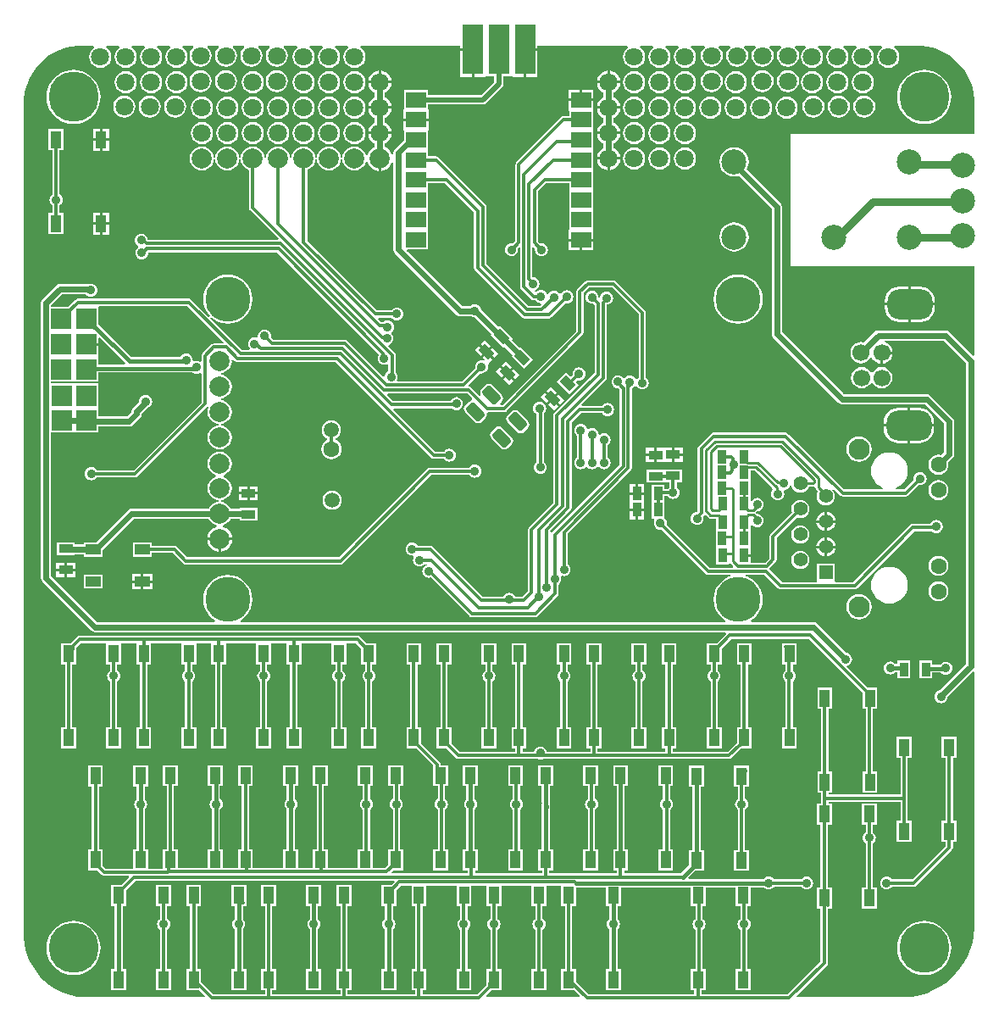
<source format=gtl>
G04*
G04 #@! TF.GenerationSoftware,Altium Limited,Altium Designer,21.0.8 (223)*
G04*
G04 Layer_Physical_Order=1*
G04 Layer_Color=255*
%FSLAX44Y44*%
%MOMM*%
G71*
G04*
G04 #@! TF.SameCoordinates,C7DFD244-51E8-418D-9BDC-30C7F22D4A59*
G04*
G04*
G04 #@! TF.FilePolarity,Positive*
G04*
G01*
G75*
%ADD10C,0.2540*%
%ADD13C,0.3000*%
%ADD16C,0.5000*%
%ADD19R,1.1000X1.7000*%
G04:AMPARAMS|DCode=20|XSize=1.4mm|YSize=0.9mm|CornerRadius=0mm|HoleSize=0mm|Usage=FLASHONLY|Rotation=135.000|XOffset=0mm|YOffset=0mm|HoleType=Round|Shape=Rectangle|*
%AMROTATEDRECTD20*
4,1,4,0.8132,-0.1768,0.1768,-0.8132,-0.8132,0.1768,-0.1768,0.8132,0.8132,-0.1768,0.0*
%
%ADD20ROTATEDRECTD20*%

%ADD21R,1.4000X0.9000*%
%ADD22R,0.9000X1.4000*%
%ADD23R,0.8500X1.3500*%
%ADD24R,2.0000X1.5000*%
%ADD25R,2.0000X5.0000*%
%ADD26R,1.5000X1.0000*%
G04:AMPARAMS|DCode=27|XSize=1.9mm|YSize=1.1mm|CornerRadius=0.275mm|HoleSize=0mm|Usage=FLASHONLY|Rotation=315.000|XOffset=0mm|YOffset=0mm|HoleType=Round|Shape=RoundedRectangle|*
%AMROUNDEDRECTD27*
21,1,1.9000,0.5500,0,0,315.0*
21,1,1.3500,1.1000,0,0,315.0*
1,1,0.5500,0.2828,-0.6718*
1,1,0.5500,-0.6718,0.2828*
1,1,0.5500,-0.2828,0.6718*
1,1,0.5500,0.6718,-0.2828*
%
%ADD27ROUNDEDRECTD27*%
%ADD50C,0.6000*%
%ADD51C,0.4000*%
%ADD52C,0.8000*%
%ADD53R,2.0000X2.0000*%
%ADD54C,1.6000*%
%ADD55C,1.7000*%
G04:AMPARAMS|DCode=56|XSize=3mm|YSize=4.5mm|CornerRadius=1.2mm|HoleSize=0mm|Usage=FLASHONLY|Rotation=90.000|XOffset=0mm|YOffset=0mm|HoleType=Round|Shape=RoundedRectangle|*
%AMROUNDEDRECTD56*
21,1,3.0000,2.1000,0,0,90.0*
21,1,0.6000,4.5000,0,0,90.0*
1,1,2.4000,1.0500,0.3000*
1,1,2.4000,1.0500,-0.3000*
1,1,2.4000,-1.0500,-0.3000*
1,1,2.4000,-1.0500,0.3000*
%
%ADD56ROUNDEDRECTD56*%
%ADD57C,2.0000*%
%ADD58C,1.4000*%
%ADD59C,1.8000*%
%ADD60C,2.1000*%
%ADD61R,1.4000X1.4000*%
%ADD62C,2.5000*%
%ADD63C,1.5000*%
%ADD64C,4.5000*%
%ADD65C,5.0000*%
%ADD66C,0.9000*%
G36*
X95019Y976223D02*
X95945Y974887D01*
X95941Y974723D01*
X93755Y973045D01*
X91992Y970748D01*
X90883Y968072D01*
X90505Y965200D01*
X90883Y962328D01*
X91992Y959652D01*
X93755Y957355D01*
X96053Y955592D01*
X98728Y954483D01*
X101600Y954105D01*
X104472Y954483D01*
X107148Y955592D01*
X109445Y957355D01*
X111208Y959652D01*
X112317Y962328D01*
X112695Y965200D01*
X112317Y968072D01*
X111208Y970748D01*
X109445Y973045D01*
X107259Y974723D01*
X107255Y974887D01*
X108181Y976223D01*
X120419D01*
X121345Y974887D01*
X121341Y974723D01*
X119155Y973045D01*
X117392Y970748D01*
X116283Y968072D01*
X115905Y965200D01*
X116283Y962328D01*
X117392Y959652D01*
X119155Y957355D01*
X121453Y955592D01*
X124128Y954483D01*
X127000Y954105D01*
X129872Y954483D01*
X132548Y955592D01*
X134845Y957355D01*
X136608Y959652D01*
X137717Y962328D01*
X138095Y965200D01*
X137717Y968072D01*
X136608Y970748D01*
X134845Y973045D01*
X132659Y974723D01*
X132655Y974887D01*
X133581Y976223D01*
X145819D01*
X146745Y974887D01*
X146741Y974723D01*
X144555Y973045D01*
X142792Y970748D01*
X141683Y968072D01*
X141305Y965200D01*
X141683Y962328D01*
X142792Y959652D01*
X144555Y957355D01*
X146853Y955592D01*
X149528Y954483D01*
X152400Y954105D01*
X155272Y954483D01*
X157948Y955592D01*
X160245Y957355D01*
X162008Y959652D01*
X163117Y962328D01*
X163495Y965200D01*
X163117Y968072D01*
X162008Y970748D01*
X160245Y973045D01*
X158059Y974723D01*
X158055Y974887D01*
X158981Y976223D01*
X171219D01*
X172145Y974887D01*
X172141Y974723D01*
X169955Y973045D01*
X168192Y970748D01*
X167083Y968072D01*
X166705Y965200D01*
X167083Y962328D01*
X168192Y959652D01*
X169955Y957355D01*
X172253Y955592D01*
X174928Y954483D01*
X177800Y954105D01*
X180672Y954483D01*
X183347Y955592D01*
X185645Y957355D01*
X187409Y959652D01*
X188517Y962328D01*
X188895Y965200D01*
X188517Y968072D01*
X187409Y970748D01*
X185645Y973045D01*
X183459Y974723D01*
X183455Y974887D01*
X184381Y976223D01*
X194342D01*
X194851Y974723D01*
X193968Y974045D01*
X192205Y971747D01*
X191097Y969072D01*
X190719Y966200D01*
X191097Y963328D01*
X192205Y960652D01*
X193968Y958355D01*
X196266Y956591D01*
X198942Y955483D01*
X201814Y955105D01*
X204685Y955483D01*
X207361Y956591D01*
X209659Y958355D01*
X211422Y960652D01*
X212530Y963328D01*
X212908Y966200D01*
X212530Y969072D01*
X211422Y971747D01*
X209659Y974045D01*
X208776Y974723D01*
X209285Y976223D01*
X219742D01*
X220251Y974723D01*
X219368Y974045D01*
X217605Y971747D01*
X216497Y969072D01*
X216119Y966200D01*
X216497Y963328D01*
X217605Y960652D01*
X219368Y958355D01*
X221666Y956591D01*
X224342Y955483D01*
X227213Y955105D01*
X230085Y955483D01*
X232761Y956591D01*
X235059Y958355D01*
X236822Y960652D01*
X237930Y963328D01*
X238308Y966200D01*
X237930Y969072D01*
X236822Y971747D01*
X235059Y974045D01*
X234176Y974723D01*
X234685Y976223D01*
X245142D01*
X245651Y974723D01*
X244768Y974045D01*
X243005Y971747D01*
X241897Y969072D01*
X241519Y966200D01*
X241897Y963328D01*
X243005Y960652D01*
X244768Y958355D01*
X247066Y956591D01*
X249742Y955483D01*
X252614Y955105D01*
X255485Y955483D01*
X258161Y956591D01*
X260459Y958355D01*
X262222Y960652D01*
X263330Y963328D01*
X263708Y966200D01*
X263330Y969072D01*
X262222Y971747D01*
X260459Y974045D01*
X259576Y974723D01*
X260085Y976223D01*
X270542D01*
X271051Y974723D01*
X270168Y974045D01*
X268405Y971747D01*
X267297Y969072D01*
X266919Y966200D01*
X267297Y963328D01*
X268405Y960652D01*
X270168Y958355D01*
X272466Y956591D01*
X275142Y955483D01*
X278013Y955105D01*
X280885Y955483D01*
X283561Y956591D01*
X285859Y958355D01*
X287622Y960652D01*
X288730Y963328D01*
X289108Y966200D01*
X288730Y969072D01*
X287622Y971747D01*
X285859Y974045D01*
X284976Y974723D01*
X285485Y976223D01*
X298219D01*
X299145Y974887D01*
X299141Y974723D01*
X296955Y973045D01*
X295191Y970748D01*
X294083Y968072D01*
X293705Y965200D01*
X294083Y962328D01*
X295191Y959652D01*
X296955Y957355D01*
X299252Y955592D01*
X301928Y954483D01*
X304800Y954105D01*
X307672Y954483D01*
X310347Y955592D01*
X312645Y957355D01*
X314408Y959652D01*
X315517Y962328D01*
X315895Y965200D01*
X315517Y968072D01*
X314408Y970748D01*
X312645Y973045D01*
X310459Y974723D01*
X310455Y974887D01*
X311381Y976223D01*
X323619D01*
X324544Y974887D01*
X324541Y974723D01*
X322355Y973045D01*
X320592Y970748D01*
X319483Y968072D01*
X319105Y965200D01*
X319483Y962328D01*
X320592Y959652D01*
X322355Y957355D01*
X324652Y955592D01*
X327328Y954483D01*
X330200Y954105D01*
X333072Y954483D01*
X335747Y955592D01*
X338045Y957355D01*
X339809Y959652D01*
X340917Y962328D01*
X341295Y965200D01*
X340917Y968072D01*
X339809Y970748D01*
X338045Y973045D01*
X335859Y974723D01*
X335855Y974887D01*
X336781Y976223D01*
X349019D01*
X349944Y974887D01*
X349941Y974723D01*
X347755Y973045D01*
X345992Y970748D01*
X344883Y968072D01*
X344505Y965200D01*
X344883Y962328D01*
X345992Y959652D01*
X347755Y957355D01*
X350052Y955592D01*
X352728Y954483D01*
X355600Y954105D01*
X358472Y954483D01*
X361147Y955592D01*
X363445Y957355D01*
X365209Y959652D01*
X366317Y962328D01*
X366695Y965200D01*
X366317Y968072D01*
X365209Y970748D01*
X363445Y973045D01*
X361259Y974723D01*
X361255Y974887D01*
X362181Y976223D01*
X461460D01*
Y973770D01*
X474000D01*
Y972500D01*
X475270D01*
Y944960D01*
X486539D01*
Y945405D01*
X488000Y945500D01*
Y945500D01*
X495412D01*
Y940151D01*
X482151Y926890D01*
X429032D01*
Y931802D01*
X405032D01*
Y913618D01*
X404492Y912342D01*
X404492Y911526D01*
Y903572D01*
X417032D01*
X429572D01*
Y911526D01*
X429572Y912342D01*
X429032Y913618D01*
Y917714D01*
X484052D01*
X485808Y918063D01*
X487296Y919058D01*
X503244Y935006D01*
X504239Y936494D01*
X504588Y938250D01*
Y945500D01*
X512000D01*
Y945500D01*
X513460Y945403D01*
Y944960D01*
X524730D01*
Y972500D01*
X526000D01*
Y973770D01*
X538540D01*
Y976223D01*
X628419D01*
X629344Y974887D01*
X629341Y974723D01*
X627155Y973045D01*
X625392Y970748D01*
X624283Y968072D01*
X623905Y965200D01*
X624283Y962328D01*
X625392Y959652D01*
X627155Y957355D01*
X629453Y955592D01*
X632128Y954483D01*
X635000Y954105D01*
X637872Y954483D01*
X640547Y955592D01*
X642845Y957355D01*
X644609Y959652D01*
X645717Y962328D01*
X646095Y965200D01*
X645717Y968072D01*
X644609Y970748D01*
X642845Y973045D01*
X640659Y974723D01*
X640656Y974887D01*
X641581Y976223D01*
X653819D01*
X654744Y974887D01*
X654741Y974723D01*
X652555Y973045D01*
X650791Y970748D01*
X649683Y968072D01*
X649305Y965200D01*
X649683Y962328D01*
X650791Y959652D01*
X652555Y957355D01*
X654853Y955592D01*
X657528Y954483D01*
X660400Y954105D01*
X663272Y954483D01*
X665947Y955592D01*
X668245Y957355D01*
X670008Y959652D01*
X671117Y962328D01*
X671495Y965200D01*
X671117Y968072D01*
X670008Y970748D01*
X668245Y973045D01*
X666059Y974723D01*
X666056Y974887D01*
X666981Y976223D01*
X679219D01*
X680145Y974887D01*
X680141Y974723D01*
X677955Y973045D01*
X676191Y970748D01*
X675083Y968072D01*
X674705Y965200D01*
X675083Y962328D01*
X676191Y959652D01*
X677955Y957355D01*
X680253Y955592D01*
X682928Y954483D01*
X685800Y954105D01*
X688672Y954483D01*
X691348Y955592D01*
X693645Y957355D01*
X695408Y959652D01*
X696517Y962328D01*
X696895Y965200D01*
X696517Y968072D01*
X695408Y970748D01*
X693645Y973045D01*
X691459Y974723D01*
X691456Y974887D01*
X692381Y976223D01*
X705115D01*
X705624Y974723D01*
X704741Y974045D01*
X702978Y971747D01*
X701870Y969072D01*
X701492Y966200D01*
X701870Y963328D01*
X702978Y960652D01*
X704741Y958355D01*
X707039Y956591D01*
X709715Y955483D01*
X712587Y955105D01*
X715458Y955483D01*
X718134Y956591D01*
X720432Y958355D01*
X722195Y960652D01*
X723303Y963328D01*
X723681Y966200D01*
X723303Y969072D01*
X722195Y971747D01*
X720432Y974045D01*
X719549Y974723D01*
X720058Y976223D01*
X730515D01*
X731024Y974723D01*
X730141Y974045D01*
X728378Y971747D01*
X727270Y969072D01*
X726892Y966200D01*
X727270Y963328D01*
X728378Y960652D01*
X730141Y958355D01*
X732439Y956591D01*
X735115Y955483D01*
X737987Y955105D01*
X740858Y955483D01*
X743534Y956591D01*
X745832Y958355D01*
X747595Y960652D01*
X748703Y963328D01*
X749081Y966200D01*
X748703Y969072D01*
X747595Y971747D01*
X745832Y974045D01*
X744949Y974723D01*
X745458Y976223D01*
X755915D01*
X756424Y974723D01*
X755541Y974045D01*
X753778Y971747D01*
X752670Y969072D01*
X752292Y966200D01*
X752670Y963328D01*
X753778Y960652D01*
X755541Y958355D01*
X757839Y956591D01*
X760515Y955483D01*
X763387Y955105D01*
X766258Y955483D01*
X768934Y956591D01*
X771232Y958355D01*
X772995Y960652D01*
X774103Y963328D01*
X774481Y966200D01*
X774103Y969072D01*
X772995Y971747D01*
X771232Y974045D01*
X770349Y974723D01*
X770858Y976223D01*
X781315Y976223D01*
X781824Y974723D01*
X780941Y974045D01*
X779178Y971747D01*
X778070Y969072D01*
X777692Y966200D01*
X778070Y963328D01*
X779178Y960652D01*
X780941Y958355D01*
X783239Y956591D01*
X785915Y955483D01*
X788786Y955105D01*
X791658Y955483D01*
X794334Y956591D01*
X796632Y958355D01*
X798395Y960652D01*
X799503Y963328D01*
X799881Y966200D01*
X799503Y969072D01*
X798395Y971747D01*
X796632Y974045D01*
X795749Y974723D01*
X796258Y976223D01*
X806218D01*
X807144Y974887D01*
X807141Y974723D01*
X804955Y973045D01*
X803192Y970748D01*
X802083Y968072D01*
X801705Y965200D01*
X802083Y962328D01*
X803192Y959652D01*
X804955Y957355D01*
X807253Y955592D01*
X809928Y954483D01*
X812800Y954105D01*
X815672Y954483D01*
X818347Y955592D01*
X820645Y957355D01*
X822409Y959652D01*
X823517Y962328D01*
X823895Y965200D01*
X823517Y968072D01*
X822409Y970748D01*
X820645Y973045D01*
X818459Y974723D01*
X818456Y974887D01*
X819381Y976223D01*
X831618D01*
X832544Y974887D01*
X832541Y974723D01*
X830355Y973045D01*
X828592Y970748D01*
X827483Y968072D01*
X827105Y965200D01*
X827483Y962328D01*
X828592Y959652D01*
X830355Y957355D01*
X832653Y955592D01*
X835328Y954483D01*
X838200Y954105D01*
X841072Y954483D01*
X843747Y955592D01*
X846045Y957355D01*
X847809Y959652D01*
X848917Y962328D01*
X849295Y965200D01*
X848917Y968072D01*
X847809Y970748D01*
X846045Y973045D01*
X843859Y974723D01*
X843856Y974887D01*
X844781Y976223D01*
X857019D01*
X857944Y974887D01*
X857941Y974723D01*
X855755Y973045D01*
X853991Y970748D01*
X852883Y968072D01*
X852505Y965200D01*
X852883Y962328D01*
X853991Y959652D01*
X855755Y957355D01*
X858053Y955592D01*
X860728Y954483D01*
X863600Y954105D01*
X866472Y954483D01*
X869147Y955592D01*
X871445Y957355D01*
X873208Y959652D01*
X874317Y962328D01*
X874695Y965200D01*
X874317Y968072D01*
X873208Y970748D01*
X871445Y973045D01*
X869259Y974723D01*
X869256Y974887D01*
X870182Y976223D01*
X882418D01*
X883344Y974887D01*
X883341Y974723D01*
X881155Y973045D01*
X879391Y970748D01*
X878283Y968072D01*
X877905Y965200D01*
X878283Y962328D01*
X879391Y959652D01*
X881155Y957355D01*
X883453Y955592D01*
X886128Y954483D01*
X889000Y954105D01*
X891872Y954483D01*
X894548Y955592D01*
X896845Y957355D01*
X898608Y959652D01*
X899717Y962328D01*
X900095Y965200D01*
X899717Y968072D01*
X898608Y970748D01*
X896845Y973045D01*
X894659Y974723D01*
X894656Y974887D01*
X895582Y976223D01*
X917679D01*
X921453Y976223D01*
X928936Y975237D01*
X936227Y973284D01*
X943200Y970395D01*
X949737Y966621D01*
X955725Y962027D01*
X961062Y956689D01*
X965657Y950701D01*
X969431Y944164D01*
X972320Y937191D01*
X974273Y929900D01*
X975258Y922417D01*
X975258Y918643D01*
X975258Y918643D01*
X975258Y918643D01*
Y888464D01*
X791160D01*
X791160Y756107D01*
X975258D01*
Y667073D01*
X973758Y666451D01*
X949605Y690605D01*
X947951Y691710D01*
X946000Y692098D01*
X879174D01*
X877224Y691710D01*
X875570Y690605D01*
X864813Y679848D01*
X864615Y679930D01*
X861874Y680290D01*
X859133Y679930D01*
X856579Y678872D01*
X854386Y677188D01*
X852703Y674995D01*
X851645Y672441D01*
X851284Y669700D01*
X851645Y666959D01*
X852703Y664405D01*
X854386Y662211D01*
X856579Y660528D01*
X859133Y659470D01*
X861874Y659109D01*
X864615Y659470D01*
X867170Y660528D01*
X869363Y662211D01*
X871046Y664405D01*
X871132Y664612D01*
X872632D01*
X872831Y664132D01*
X874600Y661826D01*
X876907Y660056D01*
X879592Y658944D01*
X881204Y658732D01*
Y669700D01*
X882474D01*
Y670970D01*
X893442D01*
X893230Y672582D01*
X892118Y675267D01*
X890348Y677574D01*
X888042Y679343D01*
X885356Y680456D01*
X885623Y681902D01*
X943888D01*
X966402Y659388D01*
Y358550D01*
X940186Y332334D01*
X940178Y332333D01*
X938597Y331678D01*
X937239Y330636D01*
X936197Y329278D01*
X935542Y327697D01*
X935319Y326000D01*
X935542Y324303D01*
X936197Y322722D01*
X937239Y321364D01*
X938597Y320322D01*
X940178Y319667D01*
X941875Y319444D01*
X943572Y319667D01*
X945153Y320322D01*
X946511Y321364D01*
X947553Y322722D01*
X948208Y324303D01*
X948431Y326000D01*
X948412Y326141D01*
X973758Y351487D01*
X975258Y350866D01*
X975258Y98165D01*
X975258Y94615D01*
X974563Y87549D01*
X973178Y80586D01*
X971117Y73792D01*
X968400Y67232D01*
X965053Y60971D01*
X961108Y55067D01*
X956604Y49579D01*
X951584Y44558D01*
X946095Y40054D01*
X940192Y36110D01*
X933930Y32763D01*
X927371Y30046D01*
X920576Y27985D01*
X913613Y26600D01*
X906547Y25904D01*
X902997Y25904D01*
X902997Y25904D01*
X902997Y25904D01*
X797911D01*
X797337Y27290D01*
X827523Y57477D01*
X828297Y58634D01*
X828569Y60000D01*
Y112988D01*
X829000Y114431D01*
X829345Y114500D01*
X832500D01*
Y117655D01*
X832569Y118000D01*
X832500Y118345D01*
Y135500D01*
X828569D01*
Y198500D01*
X832500D01*
Y219500D01*
X829226D01*
Y221181D01*
X901431D01*
Y202000D01*
X897500D01*
Y181000D01*
X912500D01*
Y202000D01*
X908568D01*
Y224750D01*
Y265000D01*
X912500D01*
Y286000D01*
X897500D01*
Y265000D01*
X901431D01*
Y228319D01*
X829226D01*
Y230071D01*
X833158D01*
Y251071D01*
X829226D01*
Y314071D01*
X833158D01*
Y335071D01*
X818158D01*
Y314071D01*
X822089D01*
Y251071D01*
X818158D01*
Y230071D01*
X822089D01*
Y219500D01*
X817500D01*
Y198500D01*
X821431D01*
Y135500D01*
X817500D01*
Y114500D01*
X821431D01*
Y61478D01*
X788522Y28569D01*
X702319D01*
Y32925D01*
X706592D01*
Y53925D01*
X703569D01*
Y93318D01*
X704636Y94137D01*
X705678Y95494D01*
X706333Y97076D01*
X706556Y98772D01*
X706333Y100469D01*
X705678Y102051D01*
X704636Y103408D01*
X703569Y104227D01*
Y116925D01*
X706592D01*
Y135847D01*
X736592D01*
Y116925D01*
X741431D01*
Y104227D01*
X740364Y103408D01*
X739322Y102051D01*
X738667Y100469D01*
X738444Y98772D01*
X738667Y97076D01*
X739322Y95494D01*
X740364Y94137D01*
X741431Y93318D01*
Y53925D01*
X736592D01*
Y32925D01*
X751592D01*
Y53925D01*
X748569D01*
Y93318D01*
X749636Y94137D01*
X750678Y95494D01*
X751333Y97076D01*
X751556Y98772D01*
X751333Y100469D01*
X750678Y102051D01*
X749636Y103408D01*
X748569Y104227D01*
Y116925D01*
X751592D01*
Y135847D01*
X764422D01*
X764850Y135289D01*
X766208Y134248D01*
X767789Y133593D01*
X769486Y133369D01*
X771182Y133593D01*
X772764Y134248D01*
X774121Y135289D01*
X774969Y136394D01*
X802074D01*
X802864Y135364D01*
X804222Y134322D01*
X805803Y133667D01*
X807500Y133444D01*
X809197Y133667D01*
X810778Y134322D01*
X812136Y135364D01*
X813178Y136722D01*
X813833Y138303D01*
X814056Y140000D01*
X813833Y141697D01*
X813178Y143278D01*
X812136Y144636D01*
X810778Y145678D01*
X809197Y146333D01*
X807500Y146556D01*
X805803Y146333D01*
X804222Y145678D01*
X802864Y144636D01*
X802017Y143531D01*
X774912D01*
X774121Y144561D01*
X772764Y145603D01*
X771182Y146258D01*
X769486Y146481D01*
X767789Y146258D01*
X766208Y145603D01*
X764850Y144561D01*
X764422Y144003D01*
X689731D01*
X689157Y145389D01*
X695768Y152000D01*
X705000D01*
Y173000D01*
X701578D01*
Y236000D01*
X705000D01*
Y257000D01*
X690000D01*
Y236000D01*
X693422D01*
Y173000D01*
X690000D01*
Y157768D01*
X681726Y149494D01*
X625213D01*
Y152667D01*
X629145D01*
Y173667D01*
X625723D01*
Y236667D01*
X629145D01*
Y257667D01*
X614145D01*
Y236667D01*
X617566D01*
Y173667D01*
X614145D01*
Y152667D01*
X618076D01*
Y149494D01*
X578257D01*
X577881Y149569D01*
X550213D01*
Y152667D01*
X554145D01*
Y173667D01*
X551044D01*
Y214707D01*
X551054Y214722D01*
X551365Y216283D01*
X551333Y216444D01*
X551365Y216604D01*
X551054Y218165D01*
X551044Y218180D01*
Y219465D01*
X550980Y219786D01*
X551044Y220107D01*
Y236667D01*
X554145D01*
Y257667D01*
X539145D01*
Y236667D01*
X542887D01*
Y220107D01*
X542951Y219786D01*
X542887Y219465D01*
Y216604D01*
X542887Y216604D01*
X542887Y216604D01*
Y216283D01*
X542887Y216283D01*
X542887Y216283D01*
Y173667D01*
X539145D01*
Y152667D01*
X543076D01*
Y149569D01*
X476069D01*
Y152667D01*
X479145D01*
Y173667D01*
X475728D01*
Y213716D01*
X476290Y214147D01*
X477332Y215505D01*
X477987Y217086D01*
X478210Y218783D01*
X477987Y220480D01*
X477332Y222061D01*
X476290Y223419D01*
X475732Y223847D01*
Y236667D01*
X479145D01*
Y257667D01*
X464145D01*
Y236667D01*
X467576D01*
Y223847D01*
X467018Y223419D01*
X465976Y222061D01*
X465321Y220480D01*
X465098Y218783D01*
X465321Y217086D01*
X465976Y215505D01*
X467018Y214147D01*
X467571Y213723D01*
Y173667D01*
X464145D01*
Y152667D01*
X468931D01*
Y149569D01*
X393053D01*
X392479Y150954D01*
X394191Y152667D01*
X404145D01*
Y173667D01*
X401069D01*
Y213328D01*
X402136Y214147D01*
X403178Y215505D01*
X403833Y217086D01*
X404056Y218783D01*
X403833Y220480D01*
X403178Y222061D01*
X402136Y223419D01*
X401069Y224238D01*
Y236667D01*
X404145D01*
Y257667D01*
X389145D01*
Y236667D01*
X393931D01*
Y224238D01*
X392864Y223419D01*
X391822Y222061D01*
X391167Y220480D01*
X390944Y218783D01*
X391167Y217086D01*
X391822Y215505D01*
X392864Y214147D01*
X393931Y213328D01*
Y173667D01*
X389145D01*
Y157714D01*
X386166Y154735D01*
X374145D01*
Y173667D01*
X371069D01*
Y213328D01*
X372136Y214147D01*
X373178Y215505D01*
X373833Y217086D01*
X374056Y218783D01*
X373833Y220480D01*
X373178Y222061D01*
X372136Y223419D01*
X371069Y224238D01*
Y236667D01*
X374145D01*
Y257667D01*
X359145D01*
Y236667D01*
X363931D01*
Y224238D01*
X362864Y223419D01*
X361822Y222061D01*
X361167Y220480D01*
X360944Y218783D01*
X361167Y217086D01*
X361822Y215505D01*
X362864Y214147D01*
X363931Y213328D01*
Y173667D01*
X359145D01*
Y154735D01*
X329145D01*
Y173667D01*
X325213D01*
Y236667D01*
X329145D01*
Y257667D01*
X314145D01*
Y236667D01*
X318076D01*
Y173667D01*
X314145D01*
Y154735D01*
X299145D01*
Y173667D01*
X296044D01*
Y213473D01*
X296922Y214147D01*
X297964Y215505D01*
X298619Y217086D01*
X298842Y218783D01*
X298619Y220480D01*
X297964Y222061D01*
X296922Y223419D01*
X296044Y224093D01*
Y236667D01*
X299145D01*
Y257667D01*
X284145D01*
Y236667D01*
X287887D01*
Y223601D01*
X287650Y223419D01*
X286608Y222061D01*
X285954Y220480D01*
X285730Y218783D01*
X285954Y217086D01*
X286608Y215505D01*
X287650Y214147D01*
X287887Y213966D01*
Y173667D01*
X284145D01*
Y154735D01*
X254145D01*
Y173667D01*
X250213D01*
Y236667D01*
X254145D01*
Y257667D01*
X239145D01*
Y236667D01*
X243076D01*
Y173667D01*
X239145D01*
Y154735D01*
X224145D01*
Y173667D01*
X221151D01*
Y213391D01*
X222136Y214147D01*
X223178Y215505D01*
X223833Y217086D01*
X224056Y218783D01*
X223833Y220480D01*
X223178Y222061D01*
X222136Y223419D01*
X221151Y224175D01*
Y236667D01*
X224145D01*
Y257667D01*
X209145D01*
Y236667D01*
X212994D01*
Y223519D01*
X212864Y223419D01*
X211822Y222061D01*
X211167Y220480D01*
X210944Y218783D01*
X211167Y217086D01*
X211822Y215505D01*
X212864Y214147D01*
X212994Y214048D01*
Y173667D01*
X209145D01*
Y154735D01*
X179144D01*
Y173667D01*
X175213D01*
Y236667D01*
X179144D01*
Y257667D01*
X164145D01*
Y236667D01*
X168076D01*
Y173667D01*
X164145D01*
Y154494D01*
X149250D01*
Y173500D01*
X145969D01*
Y213612D01*
X146667Y214147D01*
X147709Y215505D01*
X148364Y217086D01*
X148587Y218783D01*
X148364Y220480D01*
X147709Y222061D01*
X146667Y223419D01*
X145969Y223955D01*
Y236500D01*
X149250D01*
Y257500D01*
X134250D01*
Y236500D01*
X137812D01*
Y223739D01*
X137395Y223419D01*
X136354Y222061D01*
X135699Y220480D01*
X135475Y218783D01*
X135699Y217086D01*
X136354Y215505D01*
X137395Y214147D01*
X137812Y213827D01*
Y173500D01*
X134250D01*
Y154494D01*
X107303D01*
X104250Y157547D01*
Y173500D01*
X100319D01*
Y236500D01*
X104250D01*
Y257500D01*
X89250D01*
Y236500D01*
X93181D01*
Y173500D01*
X89250D01*
Y152500D01*
X99203D01*
X103301Y148402D01*
X104459Y147628D01*
X105825Y147357D01*
X129977D01*
X130550Y145971D01*
X122505Y137925D01*
X112552D01*
Y116925D01*
X115973D01*
Y53925D01*
X112552D01*
Y32925D01*
X127552D01*
Y53925D01*
X124130D01*
Y116925D01*
X127552D01*
Y132879D01*
X137030Y142357D01*
X303988D01*
X304364Y142431D01*
X395051D01*
X395625Y141046D01*
X392505Y137925D01*
X382552D01*
Y116925D01*
X385973D01*
Y103876D01*
X385364Y103408D01*
X384322Y102051D01*
X383667Y100469D01*
X383444Y98772D01*
X383667Y97076D01*
X384322Y95494D01*
X385364Y94137D01*
X385973Y93669D01*
Y53925D01*
X382552D01*
Y32925D01*
X397552D01*
Y53925D01*
X394130D01*
Y93749D01*
X394636Y94137D01*
X395678Y95494D01*
X396333Y97076D01*
X396556Y98772D01*
X396333Y100469D01*
X395678Y102051D01*
X394636Y103408D01*
X394130Y103796D01*
Y116925D01*
X397552D01*
Y132879D01*
X402104Y137431D01*
X412552D01*
Y116925D01*
X416483D01*
Y53925D01*
X412552D01*
Y32925D01*
X416483D01*
Y28569D01*
X348620D01*
Y32925D01*
X352552D01*
Y53925D01*
X348620D01*
Y116925D01*
X352552D01*
Y137925D01*
X337552D01*
Y116925D01*
X341483D01*
Y53925D01*
X337552D01*
Y32925D01*
X341483D01*
Y28569D01*
X273569D01*
Y32925D01*
X277552D01*
Y53925D01*
X273620D01*
Y116925D01*
X277552D01*
Y137925D01*
X262552D01*
Y116925D01*
X266483D01*
Y53925D01*
X262552D01*
Y32925D01*
X266431D01*
Y28569D01*
X214955D01*
X202552Y40972D01*
Y53925D01*
X198620D01*
Y116925D01*
X202552D01*
Y137925D01*
X187552D01*
Y116925D01*
X191483D01*
Y53925D01*
X187552D01*
Y32925D01*
X200505D01*
X206140Y27290D01*
X205566Y25904D01*
X87997D01*
X84915Y25904D01*
X78780Y26508D01*
X72734Y27711D01*
X66836Y29500D01*
X61140Y31859D01*
X55704Y34765D01*
X50579Y38190D01*
X45813Y42100D01*
X41455Y46459D01*
X37544Y51224D01*
X34119Y56350D01*
X31214Y61786D01*
X28855Y67481D01*
X27065Y73380D01*
X25863Y79426D01*
X25258Y85561D01*
X25258Y88643D01*
Y918165D01*
X25258Y921971D01*
X26252Y929516D01*
X28221Y936867D01*
X31134Y943898D01*
X34939Y950489D01*
X39572Y956527D01*
X44954Y961909D01*
X50992Y966542D01*
X57583Y970347D01*
X64614Y973259D01*
X71965Y975229D01*
X79510Y976223D01*
X83316Y976223D01*
X83316Y976223D01*
X95019D01*
D02*
G37*
G36*
X562228Y116925D02*
X566160D01*
Y53925D01*
X562228D01*
Y32925D01*
X575181D01*
X580817Y27290D01*
X580243Y25904D01*
X487911Y25904D01*
X487337Y27290D01*
X492972Y32925D01*
X502552D01*
Y53925D01*
X498569D01*
Y93318D01*
X499636Y94137D01*
X500678Y95494D01*
X501333Y97076D01*
X501556Y98772D01*
X501333Y100469D01*
X500678Y102051D01*
X499636Y103408D01*
X498620Y104188D01*
Y116925D01*
X502552D01*
Y137431D01*
X532552D01*
Y116925D01*
X536431D01*
Y104227D01*
X535364Y103408D01*
X534322Y102051D01*
X533667Y100469D01*
X533444Y98772D01*
X533667Y97076D01*
X534322Y95494D01*
X535364Y94137D01*
X536431Y93318D01*
Y53925D01*
X532552D01*
Y32925D01*
X547552D01*
Y53925D01*
X543569D01*
Y93318D01*
X544636Y94137D01*
X545678Y95494D01*
X546333Y97076D01*
X546556Y98772D01*
X546333Y100469D01*
X545678Y102051D01*
X544636Y103408D01*
X543569Y104227D01*
Y116925D01*
X547552D01*
Y137431D01*
X562228D01*
Y116925D01*
D02*
G37*
G36*
X487552Y116925D02*
X491483D01*
Y104267D01*
X490364Y103408D01*
X489322Y102051D01*
X488667Y100469D01*
X488444Y98772D01*
X488667Y97076D01*
X489322Y95494D01*
X490364Y94137D01*
X491431Y93318D01*
Y53925D01*
X487552D01*
Y39770D01*
X487483Y39425D01*
Y37530D01*
X478522Y28569D01*
X423620D01*
Y32925D01*
X427552D01*
Y53925D01*
X423620D01*
Y116925D01*
X427552D01*
Y137431D01*
X457552D01*
Y116925D01*
X461431D01*
Y104227D01*
X460364Y103408D01*
X459322Y102051D01*
X458667Y100469D01*
X458444Y98772D01*
X458667Y97076D01*
X459322Y95494D01*
X460364Y94137D01*
X461431Y93318D01*
Y53925D01*
X457552D01*
Y32925D01*
X472552D01*
Y53925D01*
X468569D01*
Y93318D01*
X469636Y94137D01*
X470678Y95494D01*
X471333Y97076D01*
X471556Y98772D01*
X471333Y100469D01*
X470678Y102051D01*
X469636Y103408D01*
X468569Y104227D01*
Y116925D01*
X472552D01*
Y137431D01*
X487552D01*
Y116925D01*
D02*
G37*
G36*
X691592D02*
X696431D01*
Y104227D01*
X695364Y103408D01*
X694322Y102051D01*
X693667Y100469D01*
X693444Y98772D01*
X693667Y97076D01*
X694322Y95494D01*
X695364Y94137D01*
X696431Y93318D01*
Y53925D01*
X691592D01*
Y32925D01*
X695181D01*
Y28569D01*
X589632D01*
X577228Y40972D01*
Y53925D01*
X573297D01*
Y116925D01*
X577228D01*
Y135847D01*
X607228D01*
Y116925D01*
X610441D01*
Y103996D01*
X609674Y103408D01*
X608633Y102051D01*
X607978Y100469D01*
X607754Y98772D01*
X607978Y97076D01*
X608633Y95494D01*
X609674Y94137D01*
X610441Y93549D01*
Y53925D01*
X607228D01*
Y32925D01*
X622228D01*
Y53925D01*
X618598D01*
Y93869D01*
X618946Y94137D01*
X619988Y95494D01*
X620643Y97076D01*
X620866Y98772D01*
X620643Y100469D01*
X619988Y102051D01*
X618946Y103408D01*
X618598Y103676D01*
Y116925D01*
X622228D01*
Y135847D01*
X691592D01*
Y116925D01*
D02*
G37*
%LPC*%
G36*
X538540Y971230D02*
X527270D01*
Y944960D01*
X538540D01*
Y971230D01*
D02*
G37*
G36*
X472730D02*
X461460D01*
Y944960D01*
X472730D01*
Y971230D01*
D02*
G37*
G36*
X610870Y951272D02*
Y941070D01*
X621072D01*
X620843Y942812D01*
X619680Y945620D01*
X617830Y948030D01*
X615420Y949880D01*
X612612Y951043D01*
X610870Y951272D01*
D02*
G37*
G36*
X382270D02*
Y941070D01*
X392472D01*
X392243Y942812D01*
X391080Y945620D01*
X389230Y948030D01*
X386820Y949880D01*
X384012Y951043D01*
X382270Y951272D01*
D02*
G37*
G36*
X608330D02*
X606587Y951043D01*
X603780Y949880D01*
X601370Y948030D01*
X599520Y945620D01*
X598357Y942812D01*
X598128Y941070D01*
X608330D01*
Y951272D01*
D02*
G37*
G36*
X379730D02*
X377988Y951043D01*
X375180Y949880D01*
X372770Y948030D01*
X370920Y945620D01*
X369757Y942812D01*
X369528Y941070D01*
X379730D01*
Y951272D01*
D02*
G37*
G36*
X788786Y951895D02*
X785915Y951517D01*
X783239Y950408D01*
X780941Y948645D01*
X779178Y946347D01*
X778070Y943671D01*
X777692Y940800D01*
X778070Y937928D01*
X779178Y935253D01*
X780941Y932955D01*
X783239Y931191D01*
X785915Y930083D01*
X788786Y929705D01*
X791658Y930083D01*
X794334Y931191D01*
X796632Y932955D01*
X798395Y935253D01*
X799503Y937928D01*
X799881Y940800D01*
X799503Y943671D01*
X798395Y946347D01*
X796632Y948645D01*
X794334Y950408D01*
X791658Y951517D01*
X788786Y951895D01*
D02*
G37*
G36*
X763387D02*
X760515Y951517D01*
X757839Y950408D01*
X755541Y948645D01*
X753778Y946347D01*
X752670Y943671D01*
X752292Y940800D01*
X752670Y937928D01*
X753778Y935253D01*
X755541Y932955D01*
X757839Y931191D01*
X760515Y930083D01*
X763387Y929705D01*
X766258Y930083D01*
X768934Y931191D01*
X771232Y932955D01*
X772995Y935253D01*
X774103Y937928D01*
X774481Y940800D01*
X774103Y943671D01*
X772995Y946347D01*
X771232Y948645D01*
X768934Y950408D01*
X766258Y951517D01*
X763387Y951895D01*
D02*
G37*
G36*
X712587D02*
X709715Y951517D01*
X707039Y950408D01*
X704741Y948645D01*
X702978Y946347D01*
X701870Y943671D01*
X701492Y940800D01*
X701870Y937928D01*
X702978Y935253D01*
X704741Y932955D01*
X707039Y931191D01*
X709715Y930083D01*
X712587Y929705D01*
X715458Y930083D01*
X718134Y931191D01*
X720432Y932955D01*
X722195Y935253D01*
X723303Y937928D01*
X723681Y940800D01*
X723303Y943671D01*
X722195Y946347D01*
X720432Y948645D01*
X718134Y950408D01*
X715458Y951517D01*
X712587Y951895D01*
D02*
G37*
G36*
X278013D02*
X275142Y951517D01*
X272466Y950408D01*
X270168Y948645D01*
X268405Y946347D01*
X267297Y943671D01*
X266919Y940800D01*
X267297Y937928D01*
X268405Y935253D01*
X270168Y932955D01*
X272466Y931191D01*
X275142Y930083D01*
X278013Y929705D01*
X280885Y930083D01*
X283561Y931191D01*
X285859Y932955D01*
X287622Y935253D01*
X288730Y937928D01*
X289108Y940800D01*
X288730Y943671D01*
X287622Y946347D01*
X285859Y948645D01*
X283561Y950408D01*
X280885Y951517D01*
X278013Y951895D01*
D02*
G37*
G36*
X227213D02*
X224342Y951517D01*
X221666Y950408D01*
X219368Y948645D01*
X217605Y946347D01*
X216497Y943671D01*
X216119Y940800D01*
X216497Y937928D01*
X217605Y935253D01*
X219368Y932955D01*
X221666Y931191D01*
X224342Y930083D01*
X227213Y929705D01*
X230085Y930083D01*
X232761Y931191D01*
X235059Y932955D01*
X236822Y935253D01*
X237930Y937928D01*
X238308Y940800D01*
X237930Y943671D01*
X236822Y946347D01*
X235059Y948645D01*
X232761Y950408D01*
X230085Y951517D01*
X227213Y951895D01*
D02*
G37*
G36*
X201814D02*
X198942Y951517D01*
X196266Y950408D01*
X193968Y948645D01*
X192205Y946347D01*
X191097Y943671D01*
X190719Y940800D01*
X191097Y937928D01*
X192205Y935253D01*
X193968Y932955D01*
X196266Y931191D01*
X198942Y930083D01*
X201814Y929705D01*
X204685Y930083D01*
X207361Y931191D01*
X209659Y932955D01*
X211422Y935253D01*
X212530Y937928D01*
X212908Y940800D01*
X212530Y943671D01*
X211422Y946347D01*
X209659Y948645D01*
X207361Y950408D01*
X204685Y951517D01*
X201814Y951895D01*
D02*
G37*
G36*
X863600Y950895D02*
X860728Y950517D01*
X858053Y949408D01*
X855755Y947645D01*
X853991Y945348D01*
X852883Y942672D01*
X852505Y939800D01*
X852883Y936928D01*
X853991Y934252D01*
X855755Y931955D01*
X858053Y930191D01*
X860728Y929083D01*
X863600Y928705D01*
X866472Y929083D01*
X869147Y930191D01*
X871445Y931955D01*
X873208Y934252D01*
X874317Y936928D01*
X874695Y939800D01*
X874317Y942672D01*
X873208Y945348D01*
X871445Y947645D01*
X869147Y949408D01*
X866472Y950517D01*
X863600Y950895D01*
D02*
G37*
G36*
X838200D02*
X835328Y950517D01*
X832653Y949408D01*
X830355Y947645D01*
X828592Y945348D01*
X827483Y942672D01*
X827105Y939800D01*
X827483Y936928D01*
X828592Y934252D01*
X830355Y931955D01*
X832653Y930191D01*
X835328Y929083D01*
X838200Y928705D01*
X841072Y929083D01*
X843747Y930191D01*
X846045Y931955D01*
X847809Y934252D01*
X848917Y936928D01*
X849295Y939800D01*
X848917Y942672D01*
X847809Y945348D01*
X846045Y947645D01*
X843747Y949408D01*
X841072Y950517D01*
X838200Y950895D01*
D02*
G37*
G36*
X812800D02*
X809928Y950517D01*
X807253Y949408D01*
X804955Y947645D01*
X803192Y945348D01*
X802083Y942672D01*
X801705Y939800D01*
X802083Y936928D01*
X803192Y934252D01*
X804955Y931955D01*
X807253Y930191D01*
X809928Y929083D01*
X812800Y928705D01*
X815672Y929083D01*
X818347Y930191D01*
X820645Y931955D01*
X822409Y934252D01*
X823517Y936928D01*
X823895Y939800D01*
X823517Y942672D01*
X822409Y945348D01*
X820645Y947645D01*
X818347Y949408D01*
X815672Y950517D01*
X812800Y950895D01*
D02*
G37*
G36*
X736600D02*
X733728Y950517D01*
X731052Y949408D01*
X728755Y947645D01*
X726992Y945348D01*
X725883Y942672D01*
X725505Y939800D01*
X725883Y936928D01*
X726992Y934252D01*
X728755Y931955D01*
X731052Y930191D01*
X733728Y929083D01*
X736600Y928705D01*
X739472Y929083D01*
X742148Y930191D01*
X744445Y931955D01*
X746208Y934252D01*
X747317Y936928D01*
X747695Y939800D01*
X747317Y942672D01*
X746208Y945348D01*
X744445Y947645D01*
X742148Y949408D01*
X739472Y950517D01*
X736600Y950895D01*
D02*
G37*
G36*
X685800D02*
X682928Y950517D01*
X680253Y949408D01*
X677955Y947645D01*
X676191Y945348D01*
X675083Y942672D01*
X674705Y939800D01*
X675083Y936928D01*
X676191Y934252D01*
X677955Y931955D01*
X680253Y930191D01*
X682928Y929083D01*
X685800Y928705D01*
X688672Y929083D01*
X691348Y930191D01*
X693645Y931955D01*
X695408Y934252D01*
X696517Y936928D01*
X696895Y939800D01*
X696517Y942672D01*
X695408Y945348D01*
X693645Y947645D01*
X691348Y949408D01*
X688672Y950517D01*
X685800Y950895D01*
D02*
G37*
G36*
X660400D02*
X657528Y950517D01*
X654853Y949408D01*
X652555Y947645D01*
X650791Y945348D01*
X649683Y942672D01*
X649305Y939800D01*
X649683Y936928D01*
X650791Y934252D01*
X652555Y931955D01*
X654853Y930191D01*
X657528Y929083D01*
X660400Y928705D01*
X663272Y929083D01*
X665947Y930191D01*
X668245Y931955D01*
X670008Y934252D01*
X671117Y936928D01*
X671495Y939800D01*
X671117Y942672D01*
X670008Y945348D01*
X668245Y947645D01*
X665947Y949408D01*
X663272Y950517D01*
X660400Y950895D01*
D02*
G37*
G36*
X635000D02*
X632128Y950517D01*
X629453Y949408D01*
X627155Y947645D01*
X625392Y945348D01*
X624283Y942672D01*
X623905Y939800D01*
X624283Y936928D01*
X625392Y934252D01*
X627155Y931955D01*
X629453Y930191D01*
X632128Y929083D01*
X635000Y928705D01*
X637872Y929083D01*
X640547Y930191D01*
X642845Y931955D01*
X644609Y934252D01*
X645717Y936928D01*
X646095Y939800D01*
X645717Y942672D01*
X644609Y945348D01*
X642845Y947645D01*
X640547Y949408D01*
X637872Y950517D01*
X635000Y950895D01*
D02*
G37*
G36*
X355600D02*
X352728Y950517D01*
X350052Y949408D01*
X347755Y947645D01*
X345992Y945348D01*
X344883Y942672D01*
X344505Y939800D01*
X344883Y936928D01*
X345992Y934252D01*
X347755Y931955D01*
X350052Y930191D01*
X352728Y929083D01*
X355600Y928705D01*
X358472Y929083D01*
X361147Y930191D01*
X363445Y931955D01*
X365209Y934252D01*
X366317Y936928D01*
X366695Y939800D01*
X366317Y942672D01*
X365209Y945348D01*
X363445Y947645D01*
X361147Y949408D01*
X358472Y950517D01*
X355600Y950895D01*
D02*
G37*
G36*
X330200D02*
X327328Y950517D01*
X324652Y949408D01*
X322355Y947645D01*
X320592Y945348D01*
X319483Y942672D01*
X319105Y939800D01*
X319483Y936928D01*
X320592Y934252D01*
X322355Y931955D01*
X324652Y930191D01*
X327328Y929083D01*
X330200Y928705D01*
X333072Y929083D01*
X335747Y930191D01*
X338045Y931955D01*
X339809Y934252D01*
X340917Y936928D01*
X341295Y939800D01*
X340917Y942672D01*
X339809Y945348D01*
X338045Y947645D01*
X335747Y949408D01*
X333072Y950517D01*
X330200Y950895D01*
D02*
G37*
G36*
X304800D02*
X301928Y950517D01*
X299252Y949408D01*
X296955Y947645D01*
X295191Y945348D01*
X294083Y942672D01*
X293705Y939800D01*
X294083Y936928D01*
X295191Y934252D01*
X296955Y931955D01*
X299252Y930191D01*
X301928Y929083D01*
X304800Y928705D01*
X307672Y929083D01*
X310347Y930191D01*
X312645Y931955D01*
X314408Y934252D01*
X315517Y936928D01*
X315895Y939800D01*
X315517Y942672D01*
X314408Y945348D01*
X312645Y947645D01*
X310347Y949408D01*
X307672Y950517D01*
X304800Y950895D01*
D02*
G37*
G36*
X254000D02*
X251128Y950517D01*
X248452Y949408D01*
X246155Y947645D01*
X244391Y945348D01*
X243283Y942672D01*
X242905Y939800D01*
X243283Y936928D01*
X244391Y934252D01*
X246155Y931955D01*
X248452Y930191D01*
X251128Y929083D01*
X254000Y928705D01*
X256872Y929083D01*
X259548Y930191D01*
X261845Y931955D01*
X263608Y934252D01*
X264717Y936928D01*
X265095Y939800D01*
X264717Y942672D01*
X263608Y945348D01*
X261845Y947645D01*
X259548Y949408D01*
X256872Y950517D01*
X254000Y950895D01*
D02*
G37*
G36*
X177800D02*
X174928Y950517D01*
X172253Y949408D01*
X169955Y947645D01*
X168192Y945348D01*
X167083Y942672D01*
X166705Y939800D01*
X167083Y936928D01*
X168192Y934252D01*
X169955Y931955D01*
X172253Y930191D01*
X174928Y929083D01*
X177800Y928705D01*
X180672Y929083D01*
X183347Y930191D01*
X185645Y931955D01*
X187409Y934252D01*
X188517Y936928D01*
X188895Y939800D01*
X188517Y942672D01*
X187409Y945348D01*
X185645Y947645D01*
X183347Y949408D01*
X180672Y950517D01*
X177800Y950895D01*
D02*
G37*
G36*
X152400D02*
X149528Y950517D01*
X146853Y949408D01*
X144555Y947645D01*
X142792Y945348D01*
X141683Y942672D01*
X141305Y939800D01*
X141683Y936928D01*
X142792Y934252D01*
X144555Y931955D01*
X146853Y930191D01*
X149528Y929083D01*
X152400Y928705D01*
X155272Y929083D01*
X157948Y930191D01*
X160245Y931955D01*
X162008Y934252D01*
X163117Y936928D01*
X163495Y939800D01*
X163117Y942672D01*
X162008Y945348D01*
X160245Y947645D01*
X157948Y949408D01*
X155272Y950517D01*
X152400Y950895D01*
D02*
G37*
G36*
X127000D02*
X124128Y950517D01*
X121453Y949408D01*
X119155Y947645D01*
X117392Y945348D01*
X116283Y942672D01*
X115905Y939800D01*
X116283Y936928D01*
X117392Y934252D01*
X119155Y931955D01*
X121453Y930191D01*
X124128Y929083D01*
X127000Y928705D01*
X129872Y929083D01*
X132548Y930191D01*
X134845Y931955D01*
X136608Y934252D01*
X137717Y936928D01*
X138095Y939800D01*
X137717Y942672D01*
X136608Y945348D01*
X134845Y947645D01*
X132548Y949408D01*
X129872Y950517D01*
X127000Y950895D01*
D02*
G37*
G36*
X594572Y932342D02*
X583302D01*
Y923572D01*
X594572D01*
Y932342D01*
D02*
G37*
G36*
X580762D02*
X569492D01*
Y923572D01*
X580762D01*
Y932342D01*
D02*
G37*
G36*
X621072Y938530D02*
X609600D01*
X598128D01*
X598357Y936787D01*
X599520Y933980D01*
X601370Y931570D01*
X603780Y929720D01*
X604502Y929421D01*
Y924779D01*
X603780Y924480D01*
X601370Y922630D01*
X599520Y920220D01*
X598357Y917412D01*
X598128Y915670D01*
X609600D01*
X621072D01*
X620843Y917412D01*
X619680Y920220D01*
X617830Y922630D01*
X615420Y924480D01*
X614698Y924779D01*
Y929421D01*
X615420Y929720D01*
X617830Y931570D01*
X619680Y933980D01*
X620843Y936787D01*
X621072Y938530D01*
D02*
G37*
G36*
X392472D02*
X381000D01*
X369528D01*
X369757Y936787D01*
X370920Y933980D01*
X372770Y931570D01*
X375180Y929720D01*
X375902Y929421D01*
Y924779D01*
X375180Y924480D01*
X372770Y922630D01*
X370920Y920220D01*
X369757Y917412D01*
X369528Y915670D01*
X381000D01*
X392472D01*
X392243Y917412D01*
X391080Y920220D01*
X389230Y922630D01*
X386820Y924480D01*
X386098Y924779D01*
Y929421D01*
X386820Y929720D01*
X389230Y931570D01*
X391080Y933980D01*
X392243Y936787D01*
X392472Y938530D01*
D02*
G37*
G36*
X864986Y926495D02*
X862115Y926117D01*
X859439Y925008D01*
X857141Y923245D01*
X855378Y920947D01*
X854270Y918271D01*
X853892Y915400D01*
X854270Y912528D01*
X855378Y909853D01*
X857141Y907555D01*
X859439Y905791D01*
X862115Y904683D01*
X864986Y904305D01*
X867858Y904683D01*
X870534Y905791D01*
X872832Y907555D01*
X874595Y909853D01*
X875703Y912528D01*
X876081Y915400D01*
X875703Y918271D01*
X874595Y920947D01*
X872832Y923245D01*
X870534Y925008D01*
X867858Y926117D01*
X864986Y926495D01*
D02*
G37*
G36*
X839586D02*
X836715Y926117D01*
X834039Y925008D01*
X831741Y923245D01*
X829978Y920947D01*
X828870Y918271D01*
X828492Y915400D01*
X828870Y912528D01*
X829978Y909853D01*
X831741Y907555D01*
X834039Y905791D01*
X836715Y904683D01*
X839586Y904305D01*
X842458Y904683D01*
X845134Y905791D01*
X847432Y907555D01*
X849195Y909853D01*
X850303Y912528D01*
X850681Y915400D01*
X850303Y918271D01*
X849195Y920947D01*
X847432Y923245D01*
X845134Y925008D01*
X842458Y926117D01*
X839586Y926495D01*
D02*
G37*
G36*
X814186D02*
X811315Y926117D01*
X808639Y925008D01*
X806341Y923245D01*
X804578Y920947D01*
X803470Y918271D01*
X803092Y915400D01*
X803470Y912528D01*
X804578Y909853D01*
X806341Y907555D01*
X808639Y905791D01*
X811315Y904683D01*
X814186Y904305D01*
X817058Y904683D01*
X819734Y905791D01*
X822032Y907555D01*
X823795Y909853D01*
X824903Y912528D01*
X825281Y915400D01*
X824903Y918271D01*
X823795Y920947D01*
X822032Y923245D01*
X819734Y925008D01*
X817058Y926117D01*
X814186Y926495D01*
D02*
G37*
G36*
X176413D02*
X173542Y926117D01*
X170866Y925008D01*
X168568Y923245D01*
X166805Y920947D01*
X165697Y918271D01*
X165319Y915400D01*
X165697Y912528D01*
X166805Y909853D01*
X168568Y907555D01*
X170866Y905791D01*
X173542Y904683D01*
X176413Y904305D01*
X179285Y904683D01*
X181961Y905791D01*
X184259Y907555D01*
X186022Y909853D01*
X187130Y912528D01*
X187508Y915400D01*
X187130Y918271D01*
X186022Y920947D01*
X184259Y923245D01*
X181961Y925008D01*
X179285Y926117D01*
X176413Y926495D01*
D02*
G37*
G36*
X151013D02*
X148142Y926117D01*
X145466Y925008D01*
X143168Y923245D01*
X141405Y920947D01*
X140297Y918271D01*
X139919Y915400D01*
X140297Y912528D01*
X141405Y909853D01*
X143168Y907555D01*
X145466Y905791D01*
X148142Y904683D01*
X151013Y904305D01*
X153885Y904683D01*
X156561Y905791D01*
X158859Y907555D01*
X160622Y909853D01*
X161730Y912528D01*
X162108Y915400D01*
X161730Y918271D01*
X160622Y920947D01*
X158859Y923245D01*
X156561Y925008D01*
X153885Y926117D01*
X151013Y926495D01*
D02*
G37*
G36*
X125613D02*
X122742Y926117D01*
X120066Y925008D01*
X117768Y923245D01*
X116005Y920947D01*
X114897Y918271D01*
X114519Y915400D01*
X114897Y912528D01*
X116005Y909853D01*
X117768Y907555D01*
X120066Y905791D01*
X122742Y904683D01*
X125613Y904305D01*
X128485Y904683D01*
X131161Y905791D01*
X133459Y907555D01*
X135222Y909853D01*
X136330Y912528D01*
X136708Y915400D01*
X136330Y918271D01*
X135222Y920947D01*
X133459Y923245D01*
X131161Y925008D01*
X128485Y926117D01*
X125613Y926495D01*
D02*
G37*
G36*
X787400Y925495D02*
X784528Y925117D01*
X781852Y924008D01*
X779555Y922245D01*
X777792Y919948D01*
X776683Y917272D01*
X776305Y914400D01*
X776683Y911528D01*
X777792Y908852D01*
X779555Y906555D01*
X781852Y904791D01*
X784528Y903683D01*
X787400Y903305D01*
X790272Y903683D01*
X792947Y904791D01*
X795245Y906555D01*
X797009Y908852D01*
X798117Y911528D01*
X798495Y914400D01*
X798117Y917272D01*
X797009Y919948D01*
X795245Y922245D01*
X792947Y924008D01*
X790272Y925117D01*
X787400Y925495D01*
D02*
G37*
G36*
X762000D02*
X759128Y925117D01*
X756452Y924008D01*
X754155Y922245D01*
X752392Y919948D01*
X751283Y917272D01*
X750905Y914400D01*
X751283Y911528D01*
X752392Y908852D01*
X754155Y906555D01*
X756452Y904791D01*
X759128Y903683D01*
X762000Y903305D01*
X764872Y903683D01*
X767548Y904791D01*
X769845Y906555D01*
X771609Y908852D01*
X772717Y911528D01*
X773095Y914400D01*
X772717Y917272D01*
X771609Y919948D01*
X769845Y922245D01*
X767548Y924008D01*
X764872Y925117D01*
X762000Y925495D01*
D02*
G37*
G36*
X736600D02*
X733728Y925117D01*
X731052Y924008D01*
X728755Y922245D01*
X726992Y919948D01*
X725883Y917272D01*
X725505Y914400D01*
X725883Y911528D01*
X726992Y908852D01*
X728755Y906555D01*
X731052Y904791D01*
X733728Y903683D01*
X736600Y903305D01*
X739472Y903683D01*
X742148Y904791D01*
X744445Y906555D01*
X746208Y908852D01*
X747317Y911528D01*
X747695Y914400D01*
X747317Y917272D01*
X746208Y919948D01*
X744445Y922245D01*
X742148Y924008D01*
X739472Y925117D01*
X736600Y925495D01*
D02*
G37*
G36*
X711200D02*
X708328Y925117D01*
X705652Y924008D01*
X703355Y922245D01*
X701591Y919948D01*
X700483Y917272D01*
X700105Y914400D01*
X700483Y911528D01*
X701591Y908852D01*
X703355Y906555D01*
X705652Y904791D01*
X708328Y903683D01*
X711200Y903305D01*
X714072Y903683D01*
X716748Y904791D01*
X719045Y906555D01*
X720808Y908852D01*
X721917Y911528D01*
X722295Y914400D01*
X721917Y917272D01*
X720808Y919948D01*
X719045Y922245D01*
X716748Y924008D01*
X714072Y925117D01*
X711200Y925495D01*
D02*
G37*
G36*
X685800D02*
X682928Y925117D01*
X680253Y924008D01*
X677955Y922245D01*
X676191Y919948D01*
X675083Y917272D01*
X674705Y914400D01*
X675083Y911528D01*
X676191Y908852D01*
X677955Y906555D01*
X680253Y904791D01*
X682928Y903683D01*
X685800Y903305D01*
X688672Y903683D01*
X691348Y904791D01*
X693645Y906555D01*
X695408Y908852D01*
X696517Y911528D01*
X696895Y914400D01*
X696517Y917272D01*
X695408Y919948D01*
X693645Y922245D01*
X691348Y924008D01*
X688672Y925117D01*
X685800Y925495D01*
D02*
G37*
G36*
X660400D02*
X657528Y925117D01*
X654853Y924008D01*
X652555Y922245D01*
X650791Y919948D01*
X649683Y917272D01*
X649305Y914400D01*
X649683Y911528D01*
X650791Y908852D01*
X652555Y906555D01*
X654853Y904791D01*
X657528Y903683D01*
X660400Y903305D01*
X663272Y903683D01*
X665947Y904791D01*
X668245Y906555D01*
X670008Y908852D01*
X671117Y911528D01*
X671495Y914400D01*
X671117Y917272D01*
X670008Y919948D01*
X668245Y922245D01*
X665947Y924008D01*
X663272Y925117D01*
X660400Y925495D01*
D02*
G37*
G36*
X635000D02*
X632128Y925117D01*
X629453Y924008D01*
X627155Y922245D01*
X625392Y919948D01*
X624283Y917272D01*
X623905Y914400D01*
X624283Y911528D01*
X625392Y908852D01*
X627155Y906555D01*
X629453Y904791D01*
X632128Y903683D01*
X635000Y903305D01*
X637872Y903683D01*
X640547Y904791D01*
X642845Y906555D01*
X644609Y908852D01*
X645717Y911528D01*
X646095Y914400D01*
X645717Y917272D01*
X644609Y919948D01*
X642845Y922245D01*
X640547Y924008D01*
X637872Y925117D01*
X635000Y925495D01*
D02*
G37*
G36*
X355600D02*
X352728Y925117D01*
X350052Y924008D01*
X347755Y922245D01*
X345992Y919948D01*
X344883Y917272D01*
X344505Y914400D01*
X344883Y911528D01*
X345992Y908852D01*
X347755Y906555D01*
X350052Y904791D01*
X352728Y903683D01*
X355600Y903305D01*
X358472Y903683D01*
X361147Y904791D01*
X363445Y906555D01*
X365209Y908852D01*
X366317Y911528D01*
X366695Y914400D01*
X366317Y917272D01*
X365209Y919948D01*
X363445Y922245D01*
X361147Y924008D01*
X358472Y925117D01*
X355600Y925495D01*
D02*
G37*
G36*
X330200D02*
X327328Y925117D01*
X324652Y924008D01*
X322355Y922245D01*
X320592Y919948D01*
X319483Y917272D01*
X319105Y914400D01*
X319483Y911528D01*
X320592Y908852D01*
X322355Y906555D01*
X324652Y904791D01*
X327328Y903683D01*
X330200Y903305D01*
X333072Y903683D01*
X335747Y904791D01*
X338045Y906555D01*
X339809Y908852D01*
X340917Y911528D01*
X341295Y914400D01*
X340917Y917272D01*
X339809Y919948D01*
X338045Y922245D01*
X335747Y924008D01*
X333072Y925117D01*
X330200Y925495D01*
D02*
G37*
G36*
X304800D02*
X301928Y925117D01*
X299252Y924008D01*
X296955Y922245D01*
X295191Y919948D01*
X294083Y917272D01*
X293705Y914400D01*
X294083Y911528D01*
X295191Y908852D01*
X296955Y906555D01*
X299252Y904791D01*
X301928Y903683D01*
X304800Y903305D01*
X307672Y903683D01*
X310347Y904791D01*
X312645Y906555D01*
X314408Y908852D01*
X315517Y911528D01*
X315895Y914400D01*
X315517Y917272D01*
X314408Y919948D01*
X312645Y922245D01*
X310347Y924008D01*
X307672Y925117D01*
X304800Y925495D01*
D02*
G37*
G36*
X279400D02*
X276528Y925117D01*
X273853Y924008D01*
X271555Y922245D01*
X269792Y919948D01*
X268683Y917272D01*
X268305Y914400D01*
X268683Y911528D01*
X269792Y908852D01*
X271555Y906555D01*
X273853Y904791D01*
X276528Y903683D01*
X279400Y903305D01*
X282272Y903683D01*
X284947Y904791D01*
X287245Y906555D01*
X289009Y908852D01*
X290117Y911528D01*
X290495Y914400D01*
X290117Y917272D01*
X289009Y919948D01*
X287245Y922245D01*
X284947Y924008D01*
X282272Y925117D01*
X279400Y925495D01*
D02*
G37*
G36*
X254000D02*
X251128Y925117D01*
X248452Y924008D01*
X246155Y922245D01*
X244391Y919948D01*
X243283Y917272D01*
X242905Y914400D01*
X243283Y911528D01*
X244391Y908852D01*
X246155Y906555D01*
X248452Y904791D01*
X251128Y903683D01*
X254000Y903305D01*
X256872Y903683D01*
X259548Y904791D01*
X261845Y906555D01*
X263608Y908852D01*
X264717Y911528D01*
X265095Y914400D01*
X264717Y917272D01*
X263608Y919948D01*
X261845Y922245D01*
X259548Y924008D01*
X256872Y925117D01*
X254000Y925495D01*
D02*
G37*
G36*
X228600D02*
X225728Y925117D01*
X223053Y924008D01*
X220755Y922245D01*
X218992Y919948D01*
X217883Y917272D01*
X217505Y914400D01*
X217883Y911528D01*
X218992Y908852D01*
X220755Y906555D01*
X223053Y904791D01*
X225728Y903683D01*
X228600Y903305D01*
X231472Y903683D01*
X234147Y904791D01*
X236445Y906555D01*
X238209Y908852D01*
X239317Y911528D01*
X239695Y914400D01*
X239317Y917272D01*
X238209Y919948D01*
X236445Y922245D01*
X234147Y924008D01*
X231472Y925117D01*
X228600Y925495D01*
D02*
G37*
G36*
X203200D02*
X200328Y925117D01*
X197652Y924008D01*
X195355Y922245D01*
X193591Y919948D01*
X192483Y917272D01*
X192105Y914400D01*
X192483Y911528D01*
X193591Y908852D01*
X195355Y906555D01*
X197652Y904791D01*
X200328Y903683D01*
X203200Y903305D01*
X206072Y903683D01*
X208748Y904791D01*
X211045Y906555D01*
X212808Y908852D01*
X213917Y911528D01*
X214295Y914400D01*
X213917Y917272D01*
X212808Y919948D01*
X211045Y922245D01*
X208748Y924008D01*
X206072Y925117D01*
X203200Y925495D01*
D02*
G37*
G36*
X925000Y952084D02*
X920763Y951750D01*
X916631Y950758D01*
X912704Y949132D01*
X909081Y946911D01*
X905849Y944151D01*
X903089Y940919D01*
X900869Y937296D01*
X899242Y933369D01*
X898250Y929237D01*
X897917Y925000D01*
X898250Y920763D01*
X899242Y916631D01*
X900869Y912704D01*
X903089Y909081D01*
X905849Y905849D01*
X909081Y903089D01*
X912704Y900869D01*
X916631Y899242D01*
X920763Y898250D01*
X925000Y897917D01*
X929237Y898250D01*
X933369Y899242D01*
X937296Y900869D01*
X940919Y903089D01*
X944151Y905849D01*
X946911Y909081D01*
X949132Y912704D01*
X950758Y916631D01*
X951750Y920763D01*
X952084Y925000D01*
X951750Y929237D01*
X950758Y933369D01*
X949132Y937296D01*
X946911Y940919D01*
X944151Y944151D01*
X940919Y946911D01*
X937296Y949132D01*
X933369Y950758D01*
X929237Y951750D01*
X925000Y952084D01*
D02*
G37*
G36*
X75000D02*
X70763Y951750D01*
X66631Y950758D01*
X62704Y949132D01*
X59081Y946911D01*
X55849Y944151D01*
X53089Y940919D01*
X50868Y937296D01*
X49242Y933369D01*
X48250Y929237D01*
X47916Y925000D01*
X48250Y920763D01*
X49242Y916631D01*
X50868Y912704D01*
X53089Y909081D01*
X55849Y905849D01*
X59081Y903089D01*
X62704Y900869D01*
X66631Y899242D01*
X70763Y898250D01*
X75000Y897917D01*
X79237Y898250D01*
X83369Y899242D01*
X87296Y900869D01*
X90919Y903089D01*
X94151Y905849D01*
X96911Y909081D01*
X99131Y912704D01*
X100758Y916631D01*
X101750Y920763D01*
X102083Y925000D01*
X101750Y929237D01*
X100758Y933369D01*
X99131Y937296D01*
X96911Y940919D01*
X94151Y944151D01*
X90919Y946911D01*
X87296Y949132D01*
X83369Y950758D01*
X79237Y951750D01*
X75000Y952084D01*
D02*
G37*
G36*
X392472Y913130D02*
X381000D01*
X369528D01*
X369757Y911387D01*
X370920Y908580D01*
X372770Y906170D01*
X375180Y904320D01*
X375902Y904021D01*
Y899379D01*
X375180Y899080D01*
X372770Y897230D01*
X370920Y894820D01*
X369757Y892012D01*
X369528Y890270D01*
X381000D01*
X392472D01*
X392243Y892012D01*
X391080Y894820D01*
X389230Y897230D01*
X386820Y899080D01*
X386098Y899379D01*
Y904021D01*
X386820Y904320D01*
X389230Y906170D01*
X391080Y908580D01*
X392243Y911387D01*
X392472Y913130D01*
D02*
G37*
G36*
X621072D02*
X609600D01*
X598128D01*
X598357Y911387D01*
X599520Y908580D01*
X601370Y906170D01*
X603780Y904320D01*
X604502Y904021D01*
Y899379D01*
X603780Y899080D01*
X601370Y897230D01*
X599520Y894820D01*
X598357Y892012D01*
X598128Y890270D01*
X609600D01*
X621072D01*
X620843Y892012D01*
X619680Y894820D01*
X617830Y897230D01*
X615420Y899080D01*
X614698Y899379D01*
Y904021D01*
X615420Y904320D01*
X617830Y906170D01*
X619680Y908580D01*
X620843Y911387D01*
X621072Y913130D01*
D02*
G37*
G36*
X110540Y893540D02*
X103770D01*
Y883770D01*
X110540D01*
Y893540D01*
D02*
G37*
G36*
X101230D02*
X94460D01*
Y883770D01*
X101230D01*
Y893540D01*
D02*
G37*
G36*
X685800Y900095D02*
X682928Y899717D01*
X680253Y898608D01*
X677955Y896845D01*
X676191Y894548D01*
X675083Y891872D01*
X674705Y889000D01*
X675083Y886128D01*
X676191Y883453D01*
X677955Y881155D01*
X680253Y879391D01*
X682928Y878283D01*
X685800Y877905D01*
X688672Y878283D01*
X691348Y879391D01*
X693645Y881155D01*
X695408Y883453D01*
X696517Y886128D01*
X696895Y889000D01*
X696517Y891872D01*
X695408Y894548D01*
X693645Y896845D01*
X691348Y898608D01*
X688672Y899717D01*
X685800Y900095D01*
D02*
G37*
G36*
X660400D02*
X657528Y899717D01*
X654853Y898608D01*
X652555Y896845D01*
X650791Y894548D01*
X649683Y891872D01*
X649305Y889000D01*
X649683Y886128D01*
X650791Y883453D01*
X652555Y881155D01*
X654853Y879391D01*
X657528Y878283D01*
X660400Y877905D01*
X663272Y878283D01*
X665947Y879391D01*
X668245Y881155D01*
X670008Y883453D01*
X671117Y886128D01*
X671495Y889000D01*
X671117Y891872D01*
X670008Y894548D01*
X668245Y896845D01*
X665947Y898608D01*
X663272Y899717D01*
X660400Y900095D01*
D02*
G37*
G36*
X635000D02*
X632128Y899717D01*
X629453Y898608D01*
X627155Y896845D01*
X625392Y894548D01*
X624283Y891872D01*
X623905Y889000D01*
X624283Y886128D01*
X625392Y883453D01*
X627155Y881155D01*
X629453Y879391D01*
X632128Y878283D01*
X635000Y877905D01*
X637872Y878283D01*
X640547Y879391D01*
X642845Y881155D01*
X644609Y883453D01*
X645717Y886128D01*
X646095Y889000D01*
X645717Y891872D01*
X644609Y894548D01*
X642845Y896845D01*
X640547Y898608D01*
X637872Y899717D01*
X635000Y900095D01*
D02*
G37*
G36*
X355600D02*
X352728Y899717D01*
X350052Y898608D01*
X347755Y896845D01*
X345992Y894548D01*
X344883Y891872D01*
X344505Y889000D01*
X344883Y886128D01*
X345992Y883453D01*
X347755Y881155D01*
X350052Y879391D01*
X352728Y878283D01*
X355600Y877905D01*
X358472Y878283D01*
X361147Y879391D01*
X363445Y881155D01*
X365209Y883453D01*
X366317Y886128D01*
X366695Y889000D01*
X366317Y891872D01*
X365209Y894548D01*
X363445Y896845D01*
X361147Y898608D01*
X358472Y899717D01*
X355600Y900095D01*
D02*
G37*
G36*
X330200D02*
X327328Y899717D01*
X324652Y898608D01*
X322355Y896845D01*
X320592Y894548D01*
X319483Y891872D01*
X319105Y889000D01*
X319483Y886128D01*
X320592Y883453D01*
X322355Y881155D01*
X324652Y879391D01*
X327328Y878283D01*
X330200Y877905D01*
X333072Y878283D01*
X335747Y879391D01*
X338045Y881155D01*
X339809Y883453D01*
X340917Y886128D01*
X341295Y889000D01*
X340917Y891872D01*
X339809Y894548D01*
X338045Y896845D01*
X335747Y898608D01*
X333072Y899717D01*
X330200Y900095D01*
D02*
G37*
G36*
X304800D02*
X301928Y899717D01*
X299252Y898608D01*
X296955Y896845D01*
X295191Y894548D01*
X294083Y891872D01*
X293705Y889000D01*
X294083Y886128D01*
X295191Y883453D01*
X296955Y881155D01*
X299252Y879391D01*
X301928Y878283D01*
X304800Y877905D01*
X307672Y878283D01*
X310347Y879391D01*
X312645Y881155D01*
X314408Y883453D01*
X315517Y886128D01*
X315895Y889000D01*
X315517Y891872D01*
X314408Y894548D01*
X312645Y896845D01*
X310347Y898608D01*
X307672Y899717D01*
X304800Y900095D01*
D02*
G37*
G36*
X279400D02*
X276528Y899717D01*
X273853Y898608D01*
X271555Y896845D01*
X269792Y894548D01*
X268683Y891872D01*
X268305Y889000D01*
X268683Y886128D01*
X269792Y883453D01*
X271555Y881155D01*
X273853Y879391D01*
X276528Y878283D01*
X279400Y877905D01*
X282272Y878283D01*
X284947Y879391D01*
X287245Y881155D01*
X289009Y883453D01*
X290117Y886128D01*
X290495Y889000D01*
X290117Y891872D01*
X289009Y894548D01*
X287245Y896845D01*
X284947Y898608D01*
X282272Y899717D01*
X279400Y900095D01*
D02*
G37*
G36*
X254000D02*
X251128Y899717D01*
X248452Y898608D01*
X246155Y896845D01*
X244391Y894548D01*
X243283Y891872D01*
X242905Y889000D01*
X243283Y886128D01*
X244391Y883453D01*
X246155Y881155D01*
X248452Y879391D01*
X251128Y878283D01*
X254000Y877905D01*
X256872Y878283D01*
X259548Y879391D01*
X261845Y881155D01*
X263608Y883453D01*
X264717Y886128D01*
X265095Y889000D01*
X264717Y891872D01*
X263608Y894548D01*
X261845Y896845D01*
X259548Y898608D01*
X256872Y899717D01*
X254000Y900095D01*
D02*
G37*
G36*
X228600D02*
X225728Y899717D01*
X223053Y898608D01*
X220755Y896845D01*
X218992Y894548D01*
X217883Y891872D01*
X217505Y889000D01*
X217883Y886128D01*
X218992Y883453D01*
X220755Y881155D01*
X223053Y879391D01*
X225728Y878283D01*
X228600Y877905D01*
X231472Y878283D01*
X234147Y879391D01*
X236445Y881155D01*
X238209Y883453D01*
X239317Y886128D01*
X239695Y889000D01*
X239317Y891872D01*
X238209Y894548D01*
X236445Y896845D01*
X234147Y898608D01*
X231472Y899717D01*
X228600Y900095D01*
D02*
G37*
G36*
X203200D02*
X200328Y899717D01*
X197652Y898608D01*
X195355Y896845D01*
X193591Y894548D01*
X192483Y891872D01*
X192105Y889000D01*
X192483Y886128D01*
X193591Y883453D01*
X195355Y881155D01*
X197652Y879391D01*
X200328Y878283D01*
X203200Y877905D01*
X206072Y878283D01*
X208748Y879391D01*
X211045Y881155D01*
X212808Y883453D01*
X213917Y886128D01*
X214295Y889000D01*
X213917Y891872D01*
X212808Y894548D01*
X211045Y896845D01*
X208748Y898608D01*
X206072Y899717D01*
X203200Y900095D01*
D02*
G37*
G36*
X110540Y881230D02*
X103770D01*
Y871460D01*
X110540D01*
Y881230D01*
D02*
G37*
G36*
X101230D02*
X94460D01*
Y871460D01*
X101230D01*
Y881230D01*
D02*
G37*
G36*
X621072Y887730D02*
X609600D01*
X598128D01*
X598357Y885987D01*
X599520Y883180D01*
X601370Y880770D01*
X603780Y878920D01*
X604502Y878621D01*
Y873979D01*
X603780Y873680D01*
X601370Y871830D01*
X599520Y869420D01*
X598357Y866612D01*
X598128Y864870D01*
X609600D01*
X621072D01*
X620843Y866612D01*
X619680Y869420D01*
X617830Y871830D01*
X615420Y873680D01*
X614698Y873979D01*
Y878621D01*
X615420Y878920D01*
X617830Y880770D01*
X619680Y883180D01*
X620843Y885987D01*
X621072Y887730D01*
D02*
G37*
G36*
X685800Y874695D02*
X682928Y874317D01*
X680253Y873208D01*
X677955Y871445D01*
X676191Y869147D01*
X675083Y866472D01*
X674705Y863600D01*
X675083Y860728D01*
X676191Y858053D01*
X677955Y855755D01*
X680253Y853991D01*
X682928Y852883D01*
X685800Y852505D01*
X688672Y852883D01*
X691348Y853991D01*
X693645Y855755D01*
X695408Y858053D01*
X696517Y860728D01*
X696895Y863600D01*
X696517Y866472D01*
X695408Y869147D01*
X693645Y871445D01*
X691348Y873208D01*
X688672Y874317D01*
X685800Y874695D01*
D02*
G37*
G36*
X660400D02*
X657528Y874317D01*
X654853Y873208D01*
X652555Y871445D01*
X650791Y869147D01*
X649683Y866472D01*
X649305Y863600D01*
X649683Y860728D01*
X650791Y858053D01*
X652555Y855755D01*
X654853Y853991D01*
X657528Y852883D01*
X660400Y852505D01*
X663272Y852883D01*
X665947Y853991D01*
X668245Y855755D01*
X670008Y858053D01*
X671117Y860728D01*
X671495Y863600D01*
X671117Y866472D01*
X670008Y869147D01*
X668245Y871445D01*
X665947Y873208D01*
X663272Y874317D01*
X660400Y874695D01*
D02*
G37*
G36*
X635000D02*
X632128Y874317D01*
X629453Y873208D01*
X627155Y871445D01*
X625392Y869147D01*
X624283Y866472D01*
X623905Y863600D01*
X624283Y860728D01*
X625392Y858053D01*
X627155Y855755D01*
X629453Y853991D01*
X632128Y852883D01*
X635000Y852505D01*
X637872Y852883D01*
X640547Y853991D01*
X642845Y855755D01*
X644609Y858053D01*
X645717Y860728D01*
X646095Y863600D01*
X645717Y866472D01*
X644609Y869147D01*
X642845Y871445D01*
X640547Y873208D01*
X637872Y874317D01*
X635000Y874695D01*
D02*
G37*
G36*
X621072Y862330D02*
X610870D01*
Y852128D01*
X612612Y852357D01*
X615420Y853520D01*
X617830Y855370D01*
X619680Y857780D01*
X620843Y860587D01*
X621072Y862330D01*
D02*
G37*
G36*
X608330D02*
X598128D01*
X598357Y860587D01*
X599520Y857780D01*
X601370Y855370D01*
X603780Y853520D01*
X606587Y852357D01*
X608330Y852128D01*
Y862330D01*
D02*
G37*
G36*
X110540Y809540D02*
X103770D01*
Y799770D01*
X110540D01*
Y809540D01*
D02*
G37*
G36*
X101230D02*
X94460D01*
Y799770D01*
X101230D01*
Y809540D01*
D02*
G37*
G36*
X65000Y893000D02*
X50000D01*
Y872000D01*
X53931D01*
Y827734D01*
X52864Y826915D01*
X51822Y825557D01*
X51167Y823976D01*
X50944Y822279D01*
X51167Y820582D01*
X51822Y819001D01*
X52864Y817643D01*
X53931Y816824D01*
Y809000D01*
X50000D01*
Y788000D01*
X65000D01*
Y809000D01*
X61068D01*
Y816824D01*
X62136Y817643D01*
X63177Y819001D01*
X63833Y820582D01*
X64056Y822279D01*
X63833Y823976D01*
X63177Y825557D01*
X62136Y826915D01*
X61068Y827734D01*
Y872000D01*
X65000D01*
Y893000D01*
D02*
G37*
G36*
X110540Y797230D02*
X103770D01*
Y787460D01*
X110540D01*
Y797230D01*
D02*
G37*
G36*
X101230D02*
X94460D01*
Y787460D01*
X101230D01*
Y797230D01*
D02*
G37*
G36*
X594572Y921032D02*
X582032D01*
X569492D01*
Y913078D01*
X569492Y912262D01*
X570032Y910986D01*
Y905871D01*
X564802D01*
X563436Y905599D01*
X562279Y904825D01*
X517477Y860023D01*
X516703Y858866D01*
X516431Y857500D01*
Y781478D01*
X513834Y778880D01*
X512500Y779056D01*
X510803Y778833D01*
X509222Y778178D01*
X507864Y777136D01*
X506822Y775778D01*
X506167Y774197D01*
X505944Y772500D01*
X506167Y770803D01*
X506822Y769222D01*
X507864Y767864D01*
X509222Y766822D01*
X510803Y766167D01*
X512500Y765944D01*
X514197Y766167D01*
X515778Y766822D01*
X517136Y767864D01*
X518178Y769222D01*
X518833Y770803D01*
X519056Y772500D01*
X518881Y773834D01*
X520046Y774999D01*
X521431Y774425D01*
Y735500D01*
X521703Y734134D01*
X522477Y732977D01*
X532227Y723227D01*
X533384Y722453D01*
X534750Y722181D01*
X536545D01*
X537364Y721114D01*
X538722Y720072D01*
X540303Y719417D01*
X542000Y719194D01*
X542030Y719198D01*
X542730Y717777D01*
X541022Y716069D01*
X529756D01*
X487819Y758006D01*
Y815413D01*
X487547Y816778D01*
X486773Y817936D01*
X439884Y864825D01*
X438726Y865599D01*
X437360Y865871D01*
X429032D01*
Y871802D01*
X429032D01*
Y872802D01*
X429032D01*
Y890986D01*
X429572Y892262D01*
X429572Y893078D01*
Y901032D01*
X417032D01*
X404492D01*
Y893078D01*
X404492Y892262D01*
X405032Y890986D01*
Y881858D01*
X404356Y881407D01*
X395895Y872946D01*
X394790Y871292D01*
X394402Y869341D01*
Y867933D01*
X392902Y867635D01*
X391954Y869924D01*
X389944Y872544D01*
X387324Y874554D01*
X386098Y875062D01*
Y878621D01*
X386820Y878920D01*
X389230Y880770D01*
X391080Y883180D01*
X392243Y885987D01*
X392472Y887730D01*
X381000D01*
X369528D01*
X369757Y885987D01*
X370920Y883180D01*
X372770Y880770D01*
X375180Y878920D01*
X375902Y878621D01*
Y875061D01*
X374676Y874554D01*
X372056Y872544D01*
X370046Y869924D01*
X368783Y866874D01*
X367291Y866733D01*
X366082Y869652D01*
X364159Y872159D01*
X361652Y874082D01*
X358733Y875291D01*
X355600Y875704D01*
X352467Y875291D01*
X349548Y874082D01*
X347042Y872159D01*
X345118Y869652D01*
X343909Y866733D01*
X343657Y864816D01*
X342144D01*
X341891Y866733D01*
X340682Y869652D01*
X338759Y872159D01*
X336252Y874082D01*
X333333Y875291D01*
X330200Y875704D01*
X327067Y875291D01*
X324148Y874082D01*
X321642Y872159D01*
X319718Y869652D01*
X318509Y866733D01*
X318256Y864815D01*
X316744D01*
X316491Y866733D01*
X315282Y869652D01*
X313358Y872159D01*
X310852Y874082D01*
X307933Y875291D01*
X304800Y875704D01*
X301667Y875291D01*
X298748Y874082D01*
X296241Y872159D01*
X294318Y869652D01*
X293109Y866733D01*
X292857Y864816D01*
X291343D01*
X291091Y866733D01*
X289882Y869652D01*
X287959Y872159D01*
X285452Y874082D01*
X282533Y875291D01*
X279400Y875704D01*
X276267Y875291D01*
X273348Y874082D01*
X270842Y872159D01*
X268918Y869652D01*
X267709Y866733D01*
X267456Y864816D01*
X265944D01*
X265691Y866733D01*
X264482Y869652D01*
X262558Y872159D01*
X260052Y874082D01*
X257133Y875291D01*
X254000Y875704D01*
X250867Y875291D01*
X247948Y874082D01*
X245441Y872159D01*
X243518Y869652D01*
X242309Y866733D01*
X242057Y864816D01*
X240544D01*
X240291Y866733D01*
X239082Y869652D01*
X237159Y872159D01*
X234652Y874082D01*
X231733Y875291D01*
X228600Y875704D01*
X225467Y875291D01*
X222548Y874082D01*
X220042Y872159D01*
X218118Y869652D01*
X216909Y866733D01*
X216656Y864815D01*
X215144D01*
X214891Y866733D01*
X213682Y869652D01*
X211758Y872159D01*
X209252Y874082D01*
X206333Y875291D01*
X203200Y875704D01*
X200067Y875291D01*
X197148Y874082D01*
X194641Y872159D01*
X192718Y869652D01*
X191509Y866733D01*
X191096Y863600D01*
X191509Y860467D01*
X192718Y857548D01*
X194641Y855042D01*
X197148Y853118D01*
X200067Y851909D01*
X203200Y851496D01*
X206333Y851909D01*
X209252Y853118D01*
X211758Y855042D01*
X213682Y857548D01*
X214891Y860467D01*
X215144Y862385D01*
X216656D01*
X216909Y860467D01*
X218118Y857548D01*
X220042Y855042D01*
X222548Y853118D01*
X225467Y851909D01*
X228600Y851496D01*
X231733Y851909D01*
X234652Y853118D01*
X237159Y855042D01*
X239082Y857548D01*
X240291Y860467D01*
X240544Y862384D01*
X242057D01*
X242309Y860467D01*
X243518Y857548D01*
X245441Y855042D01*
X247948Y853118D01*
X250431Y852089D01*
Y814500D01*
X250703Y813134D01*
X251477Y811977D01*
X279749Y783704D01*
X279175Y782319D01*
X149267D01*
X149218Y782367D01*
X149053Y783621D01*
X148398Y785202D01*
X147356Y786560D01*
X145999Y787602D01*
X144417Y788257D01*
X142721Y788480D01*
X141024Y788257D01*
X139443Y787602D01*
X138085Y786560D01*
X137043Y785202D01*
X136388Y783621D01*
X136165Y781924D01*
X136388Y780227D01*
X137043Y778646D01*
X138085Y777288D01*
X139171Y776455D01*
X139205Y776390D01*
X139328Y775373D01*
X139241Y774706D01*
X138489Y774130D01*
X137447Y772772D01*
X136792Y771191D01*
X136569Y769494D01*
X136792Y767797D01*
X137447Y766216D01*
X138489Y764858D01*
X139847Y763816D01*
X141428Y763161D01*
X143125Y762938D01*
X144822Y763161D01*
X146403Y763816D01*
X147761Y764858D01*
X148803Y766216D01*
X149458Y767797D01*
X149681Y769494D01*
X151130Y769931D01*
X278272D01*
X380160Y668044D01*
X379572Y667278D01*
X378917Y665697D01*
X378694Y664000D01*
X378917Y662303D01*
X379572Y660722D01*
X380614Y659364D01*
X381972Y658322D01*
X383553Y657667D01*
X385250Y657444D01*
X386947Y657667D01*
X388181Y658179D01*
X389681Y657516D01*
Y651222D01*
X388972Y650928D01*
X387614Y649886D01*
X386572Y648528D01*
X385917Y646947D01*
X385799Y646051D01*
X384216Y645514D01*
X348456Y681273D01*
X347298Y682047D01*
X345933Y682319D01*
X274728D01*
X272131Y684916D01*
X272306Y686250D01*
X272083Y687947D01*
X271428Y689528D01*
X270386Y690886D01*
X269028Y691928D01*
X267447Y692583D01*
X265750Y692806D01*
X264053Y692583D01*
X262472Y691928D01*
X261114Y690886D01*
X260072Y689528D01*
X259417Y687947D01*
X259194Y686250D01*
X259266Y685703D01*
X257892Y684648D01*
X257447Y684833D01*
X255750Y685056D01*
X254053Y684833D01*
X252472Y684178D01*
X251114Y683136D01*
X250072Y681778D01*
X249417Y680197D01*
X249194Y678500D01*
X249417Y676803D01*
X250072Y675222D01*
X251114Y673864D01*
X251174Y673819D01*
X250664Y672319D01*
X243006D01*
X211154Y704171D01*
X211203Y704226D01*
X211203Y704226D01*
X212162Y705284D01*
X212245Y705216D01*
X215364Y702656D01*
X219620Y700381D01*
X224238Y698980D01*
X229041Y698507D01*
X233844Y698980D01*
X238462Y700381D01*
X242719Y702656D01*
X246449Y705718D01*
X249511Y709449D01*
X251786Y713705D01*
X253187Y718323D01*
X253660Y723126D01*
X253187Y727929D01*
X251786Y732547D01*
X249511Y736803D01*
X246449Y740534D01*
X242719Y743596D01*
X238462Y745871D01*
X233844Y747271D01*
X229041Y747745D01*
X224238Y747271D01*
X219620Y745871D01*
X215364Y743596D01*
X211633Y740534D01*
X208572Y736803D01*
X206297Y732547D01*
X204896Y727929D01*
X204423Y723126D01*
X204896Y718323D01*
X206297Y713705D01*
X208572Y709449D01*
X211131Y706329D01*
X211199Y706247D01*
X210087Y705238D01*
X192801Y722523D01*
X191644Y723297D01*
X190278Y723569D01*
X79200D01*
X77834Y723297D01*
X76677Y722523D01*
X69453Y715300D01*
X52598D01*
Y717388D01*
X63362Y728152D01*
X87010D01*
X87614Y727364D01*
X88972Y726322D01*
X90553Y725667D01*
X92250Y725444D01*
X93947Y725667D01*
X95528Y726322D01*
X96886Y727364D01*
X97928Y728722D01*
X98583Y730303D01*
X98806Y732000D01*
X98583Y733697D01*
X97928Y735278D01*
X96886Y736636D01*
X95528Y737678D01*
X93947Y738333D01*
X92250Y738556D01*
X90669Y738348D01*
X61250D01*
X59299Y737960D01*
X57645Y736855D01*
X43895Y723105D01*
X42790Y721451D01*
X42402Y719500D01*
Y444500D01*
X42790Y442549D01*
X43895Y440895D01*
X92769Y392021D01*
X94423Y390916D01*
X96374Y390528D01*
X726360D01*
X726981Y389028D01*
X717453Y379500D01*
X707500D01*
Y358500D01*
X711431D01*
Y352238D01*
X710364Y351419D01*
X709322Y350061D01*
X708667Y348480D01*
X708444Y346783D01*
X708667Y345086D01*
X709322Y343505D01*
X710364Y342147D01*
X711431Y341328D01*
Y295500D01*
X707500D01*
Y274500D01*
X722500D01*
Y295500D01*
X718569D01*
Y341328D01*
X719636Y342147D01*
X720678Y343505D01*
X721333Y345086D01*
X721556Y346783D01*
X721333Y348480D01*
X720678Y350061D01*
X719636Y351419D01*
X718569Y352238D01*
Y358500D01*
X722500D01*
Y374453D01*
X731978Y383931D01*
X809250D01*
X863158Y330024D01*
Y314071D01*
X866431D01*
Y277500D01*
Y251071D01*
X863158D01*
Y230071D01*
X878158D01*
Y251071D01*
X873569D01*
Y277500D01*
Y314071D01*
X878158D01*
Y335071D01*
X868205D01*
X847723Y355553D01*
X848315Y357082D01*
X849549Y357593D01*
X850907Y358635D01*
X851949Y359993D01*
X852604Y361574D01*
X852827Y363271D01*
X852604Y364968D01*
X851949Y366549D01*
X850907Y367907D01*
X849549Y368949D01*
X847968Y369604D01*
X847024Y369728D01*
X817521Y399231D01*
X815867Y400336D01*
X813916Y400724D01*
X752190D01*
X751825Y402179D01*
X752719Y402656D01*
X756449Y405718D01*
X759511Y409449D01*
X761786Y413705D01*
X763187Y418323D01*
X763660Y423126D01*
X763187Y427929D01*
X761786Y432547D01*
X759511Y436803D01*
X756449Y440534D01*
X752719Y443596D01*
X748462Y445871D01*
X746613Y446432D01*
X746836Y447932D01*
X765522D01*
X778977Y434477D01*
X780135Y433703D01*
X781500Y433431D01*
X855500D01*
X856866Y433703D01*
X858023Y434477D01*
X914978Y491431D01*
X932312D01*
X932364Y491364D01*
X933722Y490322D01*
X935303Y489667D01*
X937000Y489444D01*
X938697Y489667D01*
X940278Y490322D01*
X941636Y491364D01*
X942454Y492430D01*
X942523Y492477D01*
X943297Y493634D01*
X943569Y495000D01*
X943482Y495436D01*
X943556Y496000D01*
X943333Y497697D01*
X942678Y499278D01*
X941636Y500636D01*
X940278Y501678D01*
X938697Y502333D01*
X937000Y502556D01*
X935303Y502333D01*
X933722Y501678D01*
X932364Y500636D01*
X931322Y499278D01*
X931028Y498569D01*
X913500D01*
X912134Y498297D01*
X910977Y497523D01*
X854022Y440569D01*
X836961D01*
X835700Y441146D01*
X835700Y442069D01*
Y459146D01*
X817700D01*
Y442069D01*
X817700Y441146D01*
X816439Y440569D01*
X782978D01*
X770126Y453421D01*
X770180Y453977D01*
X776523Y460320D01*
X777297Y461478D01*
X777569Y462843D01*
Y484868D01*
X797980Y505280D01*
X798951Y504878D01*
X801300Y504568D01*
X803649Y504878D01*
X805839Y505784D01*
X807719Y507227D01*
X809161Y509107D01*
X810068Y511297D01*
X810378Y513646D01*
X810068Y515995D01*
X809161Y518185D01*
X807719Y520065D01*
X805839Y521507D01*
X803649Y522414D01*
X801300Y522724D01*
X798951Y522414D01*
X796761Y521507D01*
X794881Y520065D01*
X793438Y518185D01*
X792532Y515995D01*
X792222Y513646D01*
X792532Y511297D01*
X792934Y510326D01*
X771477Y488869D01*
X770703Y487712D01*
X770431Y486346D01*
Y464321D01*
X766179Y460069D01*
X751540D01*
Y465730D01*
X744500D01*
Y468270D01*
X751540D01*
Y476540D01*
X751500D01*
Y493250D01*
X751250D01*
Y497653D01*
X752750Y498162D01*
X753363Y497363D01*
X754721Y496321D01*
X756302Y495666D01*
X757999Y495443D01*
X759695Y495666D01*
X761276Y496321D01*
X762634Y497363D01*
X763676Y498721D01*
X764331Y500302D01*
X764555Y501999D01*
X764331Y503696D01*
X763676Y505277D01*
X762634Y506635D01*
X761276Y507677D01*
X759695Y508332D01*
X757999Y508555D01*
X757959Y508550D01*
X757926Y508599D01*
X756526Y509999D01*
X757926Y511399D01*
X757959Y511448D01*
X757999Y511443D01*
X759695Y511666D01*
X761276Y512321D01*
X762634Y513363D01*
X763676Y514721D01*
X764245Y516093D01*
X764332Y516224D01*
X764586Y517500D01*
X764528Y517794D01*
X764555Y517999D01*
X764331Y519696D01*
X763676Y521277D01*
X762634Y522635D01*
X761276Y523677D01*
X759695Y524332D01*
X757999Y524555D01*
X756302Y524332D01*
X754721Y523677D01*
X753363Y522635D01*
X752750Y521836D01*
X751250Y522345D01*
Y525750D01*
X751500D01*
Y541250D01*
Y552146D01*
X755467D01*
X773129Y534484D01*
X774042Y533294D01*
X773000Y531936D01*
X772345Y530355D01*
X772122Y528658D01*
X772345Y526962D01*
X773000Y525380D01*
X774042Y524023D01*
X775400Y522981D01*
X776981Y522326D01*
X778678Y522102D01*
X780375Y522326D01*
X781956Y522981D01*
X783314Y524023D01*
X784355Y525380D01*
X785010Y526962D01*
X785234Y528658D01*
X785010Y530355D01*
X784721Y531055D01*
X784721Y531074D01*
X785639Y532613D01*
X786435Y532718D01*
X788017Y533373D01*
X789374Y534415D01*
X790416Y535773D01*
X790966Y537099D01*
X791794Y537191D01*
X792487Y537035D01*
X792532Y536697D01*
X793438Y534507D01*
X794881Y532627D01*
X796761Y531185D01*
X798951Y530278D01*
X801300Y529968D01*
X803649Y530278D01*
X805839Y531185D01*
X807719Y532627D01*
X809161Y534507D01*
X809660Y535712D01*
X813612D01*
X814806Y535950D01*
X814910Y535952D01*
X816306Y535109D01*
Y534782D01*
X816560Y533507D01*
X817283Y532425D01*
X818834Y530874D01*
X817932Y528695D01*
X817622Y526346D01*
X817932Y523997D01*
X818839Y521807D01*
X820281Y519927D01*
X822161Y518484D01*
X824351Y517578D01*
X826700Y517268D01*
X829049Y517578D01*
X831239Y518484D01*
X833119Y519927D01*
X834561Y521807D01*
X835468Y523997D01*
X835778Y526346D01*
X835468Y528695D01*
X834561Y530885D01*
X833289Y532543D01*
X834419Y533534D01*
X840977Y526977D01*
X842134Y526203D01*
X843500Y525931D01*
X906500D01*
X907866Y526203D01*
X909023Y526977D01*
X919608Y537561D01*
X920942Y537386D01*
X922639Y537609D01*
X924220Y538264D01*
X925578Y539306D01*
X926620Y540664D01*
X927275Y542245D01*
X927498Y543942D01*
X927275Y545639D01*
X926620Y547220D01*
X925578Y548578D01*
X924220Y549620D01*
X922639Y550275D01*
X920942Y550498D01*
X919245Y550275D01*
X917664Y549620D01*
X916306Y548578D01*
X915264Y547220D01*
X914609Y545639D01*
X914386Y543942D01*
X914561Y542608D01*
X905022Y533069D01*
X896665D01*
X896443Y534569D01*
X897218Y534804D01*
X900388Y536498D01*
X903167Y538779D01*
X905448Y541558D01*
X907142Y544728D01*
X908186Y548168D01*
X908538Y551746D01*
X908186Y555324D01*
X907142Y558764D01*
X905448Y561934D01*
X903167Y564713D01*
X900388Y566994D01*
X897218Y568688D01*
X893778Y569732D01*
X890200Y570084D01*
X886622Y569732D01*
X883182Y568688D01*
X880012Y566994D01*
X877233Y564713D01*
X874952Y561934D01*
X873258Y558764D01*
X872214Y555324D01*
X871862Y551746D01*
X872214Y548168D01*
X873258Y544728D01*
X874952Y541558D01*
X877233Y538779D01*
X880012Y536498D01*
X883182Y534804D01*
X883957Y534569D01*
X883735Y533069D01*
X844978D01*
X789273Y588773D01*
X788116Y589547D01*
X786750Y589819D01*
X714416D01*
X713051Y589547D01*
X711893Y588773D01*
X699727Y576607D01*
X698953Y575449D01*
X698681Y574084D01*
Y511352D01*
X697868Y510539D01*
X696303Y510333D01*
X694722Y509678D01*
X693364Y508636D01*
X692322Y507278D01*
X691667Y505697D01*
X691444Y504000D01*
X691667Y502303D01*
X692322Y500722D01*
X693364Y499364D01*
X694722Y498322D01*
X696303Y497667D01*
X698000Y497444D01*
X699697Y497667D01*
X701278Y498322D01*
X702636Y499364D01*
X703678Y500722D01*
X704333Y502303D01*
X704556Y504000D01*
X704333Y505697D01*
X704166Y506100D01*
X705119Y507373D01*
X706660Y507474D01*
X709012Y505122D01*
X710094Y504400D01*
X711369Y504146D01*
X714599D01*
X714599Y504146D01*
X717250D01*
Y493250D01*
X717000D01*
Y475750D01*
X717000D01*
Y458000D01*
X730000D01*
Y458900D01*
X731500Y459355D01*
X731892Y458768D01*
X734206Y456454D01*
X733632Y455069D01*
X710477D01*
X667629Y497916D01*
X667805Y499250D01*
X667581Y500947D01*
X666926Y502528D01*
X665884Y503886D01*
X665500Y504181D01*
Y520000D01*
X665500D01*
Y526431D01*
X668545D01*
X669364Y525364D01*
X670722Y524322D01*
X672303Y523667D01*
X674000Y523444D01*
X675697Y523667D01*
X677278Y524322D01*
X678636Y525364D01*
X679678Y526722D01*
X680333Y528303D01*
X680556Y530000D01*
X680333Y531697D01*
X679678Y533278D01*
X678636Y534636D01*
X677569Y535455D01*
Y540250D01*
X683000D01*
Y553250D01*
X665000D01*
Y553000D01*
X647500D01*
Y540000D01*
X665500D01*
Y540250D01*
X670431D01*
Y535455D01*
X669364Y534636D01*
X668545Y533569D01*
X665500D01*
Y538000D01*
X652500D01*
Y521750D01*
X652500D01*
Y503750D01*
X654833D01*
X655456Y502250D01*
X654916Y500947D01*
X654693Y499250D01*
X654916Y497553D01*
X655571Y495972D01*
X656613Y494614D01*
X657971Y493572D01*
X659552Y492918D01*
X661249Y492694D01*
X662582Y492870D01*
X706475Y448977D01*
X707633Y448203D01*
X708999Y447932D01*
X731247D01*
X731469Y446432D01*
X729620Y445871D01*
X725364Y443596D01*
X721633Y440534D01*
X718572Y436803D01*
X716297Y432547D01*
X714896Y427929D01*
X714423Y423126D01*
X714896Y418323D01*
X716297Y413705D01*
X718572Y409449D01*
X721633Y405718D01*
X725364Y402656D01*
X726257Y402179D01*
X725893Y400724D01*
X242190D01*
X241825Y402179D01*
X242719Y402656D01*
X246449Y405718D01*
X249511Y409449D01*
X251786Y413705D01*
X253187Y418323D01*
X253660Y423126D01*
X253187Y427929D01*
X251786Y432547D01*
X249511Y436803D01*
X246449Y440534D01*
X242719Y443596D01*
X238462Y445871D01*
X233844Y447271D01*
X229041Y447744D01*
X224238Y447271D01*
X219620Y445871D01*
X215364Y443596D01*
X211633Y440534D01*
X208572Y436803D01*
X206297Y432547D01*
X204896Y427929D01*
X204423Y423126D01*
X204896Y418323D01*
X206297Y413705D01*
X208572Y409449D01*
X211633Y405718D01*
X215364Y402656D01*
X216257Y402179D01*
X215893Y400724D01*
X98486D01*
X52598Y446612D01*
Y589900D01*
X74900D01*
Y589900D01*
X75900D01*
Y589900D01*
X99900D01*
Y595902D01*
X130500D01*
X132451Y596290D01*
X134105Y597395D01*
X141607Y604898D01*
X142712Y606552D01*
X143101Y608503D01*
Y608861D01*
X148749Y614510D01*
X148759Y614511D01*
X150340Y615166D01*
X151698Y616208D01*
X152739Y617566D01*
X153394Y619147D01*
X153618Y620844D01*
X153394Y622541D01*
X152739Y624122D01*
X151698Y625480D01*
X150340Y626522D01*
X148759Y627177D01*
X147062Y627400D01*
X145365Y627177D01*
X143784Y626522D01*
X142426Y625480D01*
X141384Y624122D01*
X140729Y622541D01*
X140506Y620844D01*
X140524Y620704D01*
X134398Y614578D01*
X133293Y612924D01*
X132905Y610973D01*
Y610614D01*
X128388Y606098D01*
X99900D01*
Y613400D01*
X99900Y614900D01*
X99900Y615400D01*
Y638900D01*
X76400D01*
X74900Y638900D01*
X74399Y638900D01*
X52598D01*
Y640500D01*
X74500D01*
Y640500D01*
X75500D01*
Y640500D01*
X99500D01*
Y649922D01*
X193691D01*
X194472Y649322D01*
X196053Y648667D01*
X197750Y648444D01*
X199447Y648667D01*
X201028Y649322D01*
X201181Y649440D01*
X202681Y648700D01*
Y619978D01*
X135022Y552319D01*
X98205D01*
X97386Y553386D01*
X96028Y554428D01*
X94447Y555083D01*
X92750Y555306D01*
X91053Y555083D01*
X89472Y554428D01*
X88114Y553386D01*
X87072Y552028D01*
X86417Y550447D01*
X86194Y548750D01*
X86417Y547053D01*
X87072Y545472D01*
X88114Y544114D01*
X89472Y543072D01*
X91053Y542417D01*
X92750Y542194D01*
X94447Y542417D01*
X96028Y543072D01*
X97386Y544114D01*
X98205Y545181D01*
X136500D01*
X137866Y545453D01*
X139023Y546227D01*
X208773Y615977D01*
X209911Y615070D01*
X209309Y613616D01*
X208897Y610484D01*
X209309Y607351D01*
X210518Y604432D01*
X212442Y601925D01*
X214948Y600001D01*
X217868Y598792D01*
X219785Y598540D01*
Y597027D01*
X217868Y596775D01*
X214948Y595565D01*
X212442Y593642D01*
X210518Y591135D01*
X209309Y588216D01*
X208897Y585084D01*
X209309Y581951D01*
X210518Y579032D01*
X212442Y576525D01*
X214948Y574602D01*
X217868Y573392D01*
X221000Y572980D01*
X224133Y573392D01*
X227052Y574602D01*
X229559Y576525D01*
X231482Y579032D01*
X232691Y581951D01*
X233104Y585084D01*
X232691Y588216D01*
X231482Y591135D01*
X229559Y593642D01*
X227052Y595565D01*
X224133Y596775D01*
X222216Y597027D01*
Y598540D01*
X224133Y598792D01*
X227052Y600001D01*
X229559Y601925D01*
X231482Y604432D01*
X232691Y607351D01*
X233104Y610484D01*
X232691Y613616D01*
X231482Y616535D01*
X229559Y619042D01*
X227052Y620965D01*
X224133Y622175D01*
X222216Y622427D01*
Y623940D01*
X224133Y624192D01*
X227052Y625401D01*
X229559Y627325D01*
X231482Y629832D01*
X232691Y632751D01*
X233104Y635883D01*
X232691Y639016D01*
X231482Y641935D01*
X229559Y644442D01*
X227052Y646366D01*
X224133Y647575D01*
X222216Y647827D01*
Y649340D01*
X224133Y649592D01*
X227052Y650801D01*
X229559Y652725D01*
X231482Y655232D01*
X232691Y658151D01*
X233104Y661283D01*
X232960Y662371D01*
X234381Y663072D01*
X236227Y661227D01*
X237384Y660453D01*
X238750Y660181D01*
X337022D01*
X432477Y564727D01*
X433634Y563953D01*
X435000Y563681D01*
X445045D01*
X445864Y562614D01*
X447222Y561572D01*
X448803Y560917D01*
X450500Y560694D01*
X452197Y560917D01*
X453778Y561572D01*
X455136Y562614D01*
X456178Y563972D01*
X456833Y565553D01*
X457056Y567250D01*
X456833Y568947D01*
X456178Y570528D01*
X455136Y571886D01*
X453778Y572928D01*
X452197Y573583D01*
X450500Y573806D01*
X448803Y573583D01*
X447222Y572928D01*
X445864Y571886D01*
X445045Y570819D01*
X436478D01*
X394501Y612796D01*
X395075Y614181D01*
X452738D01*
X452817Y614078D01*
X454175Y613036D01*
X455756Y612381D01*
X457453Y612158D01*
X459150Y612381D01*
X460731Y613036D01*
X462089Y614078D01*
X463131Y615436D01*
X463786Y617017D01*
X464009Y618714D01*
X463786Y620411D01*
X463131Y621992D01*
X462089Y623350D01*
X460731Y624392D01*
X459150Y625047D01*
X457453Y625270D01*
X455756Y625047D01*
X454175Y624392D01*
X452817Y623350D01*
X451776Y621992D01*
X451497Y621319D01*
X394269D01*
X388292Y627296D01*
X388866Y628681D01*
X468557D01*
X473476Y623762D01*
X472950Y622167D01*
X471818Y621942D01*
X470247Y620892D01*
X466358Y617003D01*
X465308Y615432D01*
X464939Y613578D01*
X465308Y611725D01*
X466358Y610154D01*
X475904Y600608D01*
X477475Y599558D01*
X479328Y599189D01*
X481182Y599558D01*
X482753Y600608D01*
X486642Y604497D01*
X487692Y606068D01*
X488060Y607922D01*
X487841Y609027D01*
X487906Y609264D01*
X488828Y610402D01*
X488965Y610477D01*
X505296D01*
X506662Y610749D01*
X507819Y611523D01*
X583523Y687227D01*
X584297Y688384D01*
X584569Y689750D01*
Y729272D01*
X590228Y734931D01*
X613022D01*
X639681Y708272D01*
Y644955D01*
X638614Y644136D01*
X638146Y643526D01*
X636458Y643681D01*
X635416Y645039D01*
X634058Y646080D01*
X632477Y646735D01*
X630780Y646959D01*
X629084Y646735D01*
X627502Y646080D01*
X626144Y645039D01*
X625838Y644639D01*
X623964Y644661D01*
X623587Y645151D01*
X622230Y646193D01*
X620648Y646848D01*
X618952Y647072D01*
X617255Y646848D01*
X615674Y646193D01*
X614316Y645151D01*
X613274Y643793D01*
X612619Y642212D01*
X612396Y640515D01*
X612619Y638819D01*
X613274Y637237D01*
X614316Y635880D01*
X615674Y634838D01*
X617255Y634183D01*
X618952Y633959D01*
X619639Y634050D01*
X619874Y633699D01*
X620681Y632891D01*
Y557799D01*
X553227Y490344D01*
X551444Y490253D01*
X551382Y491836D01*
X571523Y511977D01*
X572297Y513134D01*
X572569Y514500D01*
Y599951D01*
X581981Y609363D01*
X603045D01*
X603864Y608296D01*
X605222Y607254D01*
X606803Y606599D01*
X608500Y606375D01*
X610197Y606599D01*
X611778Y607254D01*
X613136Y608296D01*
X614178Y609653D01*
X614833Y611235D01*
X615056Y612931D01*
X614833Y614628D01*
X614178Y616209D01*
X613136Y617567D01*
X611778Y618609D01*
X610197Y619264D01*
X608500Y619487D01*
X606803Y619264D01*
X605222Y618609D01*
X603864Y617567D01*
X603045Y616500D01*
X582951D01*
X582377Y617886D01*
X606523Y642032D01*
X607297Y643190D01*
X607569Y644556D01*
Y717684D01*
X609232Y717903D01*
X610813Y718558D01*
X612171Y719600D01*
X613213Y720958D01*
X613867Y722539D01*
X614091Y724236D01*
X613867Y725933D01*
X613213Y727514D01*
X612171Y728872D01*
X610813Y729914D01*
X609232Y730569D01*
X607535Y730792D01*
X605838Y730569D01*
X604257Y729914D01*
X602899Y728872D01*
X601857Y727514D01*
X601202Y725933D01*
X601182Y725781D01*
X600057Y725102D01*
X599578Y725089D01*
X599538Y725141D01*
X599333Y726697D01*
X598678Y728278D01*
X597636Y729636D01*
X596278Y730678D01*
X594697Y731333D01*
X593000Y731556D01*
X591303Y731333D01*
X589722Y730678D01*
X588364Y729636D01*
X587322Y728278D01*
X586667Y726697D01*
X586444Y725000D01*
X586667Y723303D01*
X587322Y721722D01*
X588364Y720364D01*
X589722Y719322D01*
X591303Y718667D01*
X593000Y718444D01*
X594334Y718620D01*
X595431Y717522D01*
Y649478D01*
X555477Y609523D01*
X554703Y608366D01*
X554431Y607000D01*
Y519728D01*
X530227Y495523D01*
X529453Y494366D01*
X529181Y493000D01*
Y431728D01*
X523272Y425819D01*
X516422D01*
X516128Y426528D01*
X515086Y427886D01*
X513729Y428928D01*
X512147Y429583D01*
X510451Y429806D01*
X508754Y429583D01*
X507173Y428928D01*
X505815Y427886D01*
X504773Y426528D01*
X504479Y425819D01*
X483978D01*
X433773Y476023D01*
X432616Y476797D01*
X431250Y477069D01*
X418705D01*
X417886Y478136D01*
X416528Y479178D01*
X414947Y479833D01*
X413250Y480056D01*
X411553Y479833D01*
X409972Y479178D01*
X408614Y478136D01*
X407572Y476778D01*
X406917Y475197D01*
X406694Y473500D01*
X406917Y471803D01*
X407572Y470222D01*
X408614Y468864D01*
X409972Y467822D01*
X411553Y467167D01*
X413250Y466944D01*
X414169Y467065D01*
X414846Y466101D01*
X415025Y465665D01*
X414417Y464197D01*
X414194Y462500D01*
X414417Y460803D01*
X415072Y459222D01*
X416114Y457864D01*
X417472Y456822D01*
X419053Y456167D01*
X420750Y455944D01*
X422447Y456167D01*
X424028Y456822D01*
X425386Y457864D01*
X426205Y458931D01*
X427640D01*
X427938Y457431D01*
X426722Y456928D01*
X425364Y455886D01*
X424322Y454528D01*
X423667Y452947D01*
X423444Y451250D01*
X423667Y449553D01*
X424322Y447972D01*
X425364Y446614D01*
X426722Y445572D01*
X428303Y444917D01*
X430000Y444694D01*
X431697Y444917D01*
X432114Y445090D01*
X470477Y406727D01*
X471635Y405953D01*
X473000Y405681D01*
X536250D01*
X537616Y405953D01*
X538773Y406727D01*
X558523Y426477D01*
X559297Y427634D01*
X559569Y429000D01*
Y437987D01*
X560386Y438614D01*
X561428Y439972D01*
X562083Y441553D01*
X562306Y443250D01*
X562083Y444947D01*
X561761Y445724D01*
X562909Y446872D01*
X563403Y446667D01*
X565100Y446444D01*
X566797Y446667D01*
X568378Y447322D01*
X569736Y448364D01*
X570778Y449722D01*
X571433Y451303D01*
X571656Y453000D01*
X571433Y454697D01*
X570778Y456278D01*
X569736Y457636D01*
X568669Y458455D01*
Y488622D01*
X631773Y551727D01*
X632547Y552884D01*
X632819Y554250D01*
Y634211D01*
X634058Y634725D01*
X635416Y635767D01*
X635884Y636377D01*
X637572Y636222D01*
X638614Y634864D01*
X639972Y633822D01*
X641553Y633167D01*
X643250Y632944D01*
X644947Y633167D01*
X646528Y633822D01*
X647886Y634864D01*
X648928Y636222D01*
X649583Y637803D01*
X649806Y639500D01*
X649583Y641197D01*
X648928Y642778D01*
X647886Y644136D01*
X646819Y644955D01*
Y709750D01*
X646547Y711116D01*
X645773Y712273D01*
X617023Y741023D01*
X615866Y741797D01*
X614500Y742069D01*
X588750D01*
X587384Y741797D01*
X586227Y741023D01*
X578477Y733273D01*
X577703Y732116D01*
X577431Y730750D01*
Y691228D01*
X503818Y617615D01*
X501719D01*
X501145Y619000D01*
X502905Y620761D01*
X503955Y622332D01*
X504324Y624185D01*
X503955Y626039D01*
X502905Y627610D01*
X493359Y637156D01*
X491788Y638205D01*
X489935Y638574D01*
X488081Y638205D01*
X486510Y637156D01*
X482621Y633267D01*
X481571Y631695D01*
X481203Y629842D01*
X481571Y627989D01*
X481785Y627668D01*
X480620Y626712D01*
X472559Y634773D01*
X471401Y635547D01*
X470203Y635785D01*
X469718Y636585D01*
X469473Y637176D01*
X481416Y649119D01*
X482750Y648944D01*
X484447Y649167D01*
X486028Y649822D01*
X487386Y650864D01*
X488428Y652222D01*
X489083Y653803D01*
X489306Y655500D01*
X489083Y657197D01*
X488900Y657639D01*
X489593Y658851D01*
X489896Y659154D01*
X493673Y662931D01*
X487825Y668779D01*
X483745Y664699D01*
X485371Y663073D01*
X484521Y661802D01*
X484447Y661833D01*
X482750Y662056D01*
X481053Y661833D01*
X479472Y661178D01*
X478114Y660136D01*
X477072Y658778D01*
X476417Y657197D01*
X476194Y655500D01*
X476370Y654166D01*
X463022Y640819D01*
X398734D01*
X398071Y642319D01*
X398583Y643553D01*
X398806Y645250D01*
X398583Y646947D01*
X397928Y648528D01*
X396886Y649886D01*
X396819Y649937D01*
Y667314D01*
X396547Y668679D01*
X395773Y669837D01*
X389515Y676095D01*
X390107Y677625D01*
X391342Y678136D01*
X392700Y679178D01*
X393741Y680536D01*
X394396Y682117D01*
X394620Y683814D01*
X394396Y685510D01*
X393741Y687092D01*
X392713Y688432D01*
X392700Y688451D01*
X392718Y690326D01*
X393093Y690614D01*
X394134Y691972D01*
X394790Y693553D01*
X395013Y695250D01*
X394790Y696947D01*
X394134Y698528D01*
X393093Y699886D01*
X391735Y700928D01*
X390154Y701583D01*
X388457Y701806D01*
X386760Y701583D01*
X385179Y700928D01*
X383926Y699967D01*
X382580D01*
X379251Y703296D01*
X379825Y704681D01*
X392630D01*
X393448Y703614D01*
X394806Y702572D01*
X396387Y701917D01*
X398084Y701694D01*
X399781Y701917D01*
X401362Y702572D01*
X402720Y703614D01*
X403762Y704972D01*
X404417Y706553D01*
X404640Y708250D01*
X404417Y709947D01*
X403762Y711528D01*
X402720Y712886D01*
X401362Y713928D01*
X399781Y714583D01*
X398084Y714806D01*
X396387Y714583D01*
X394806Y713928D01*
X393448Y712886D01*
X392630Y711819D01*
X377870D01*
X308569Y781120D01*
Y852172D01*
X310852Y853118D01*
X313358Y855042D01*
X315282Y857548D01*
X316491Y860467D01*
X316744Y862385D01*
X318256D01*
X318509Y860467D01*
X319718Y857548D01*
X321642Y855042D01*
X324148Y853118D01*
X327067Y851909D01*
X330200Y851496D01*
X333333Y851909D01*
X336252Y853118D01*
X338759Y855042D01*
X340682Y857548D01*
X341891Y860467D01*
X342144Y862384D01*
X343657D01*
X343909Y860467D01*
X345118Y857548D01*
X347042Y855042D01*
X349548Y853118D01*
X352467Y851909D01*
X355600Y851496D01*
X358733Y851909D01*
X361652Y853118D01*
X364159Y855042D01*
X366082Y857548D01*
X367291Y860467D01*
X368783Y860326D01*
X370046Y857276D01*
X372056Y854656D01*
X374676Y852646D01*
X377727Y851383D01*
X379730Y851119D01*
Y863600D01*
X382270D01*
Y851119D01*
X384274Y851383D01*
X387324Y852646D01*
X389944Y854656D01*
X391954Y857276D01*
X392902Y859565D01*
X394402Y859267D01*
Y772750D01*
X394790Y770799D01*
X395895Y769145D01*
X457828Y707213D01*
X459482Y706108D01*
X461432Y705720D01*
X472445D01*
X472452Y705714D01*
X474034Y705059D01*
X475413Y704877D01*
X492406Y687884D01*
X491715Y687192D01*
X504442Y674464D01*
X505434Y675456D01*
X513581Y667309D01*
X512464Y666192D01*
X525192Y653464D01*
X534385Y662657D01*
X521657Y675385D01*
X520791Y674518D01*
X512644Y682665D01*
X513635Y683657D01*
X500907Y696385D01*
X499616Y695094D01*
X482130Y712579D01*
X482063Y713088D01*
X481408Y714670D01*
X480366Y716027D01*
X479008Y717069D01*
X477427Y717724D01*
X475730Y717948D01*
X474034Y717724D01*
X472452Y717069D01*
X471095Y716027D01*
X471009Y715916D01*
X463544D01*
X408043Y771416D01*
X408617Y772802D01*
X429032D01*
Y791302D01*
X429032Y792802D01*
X429032Y793302D01*
Y811302D01*
X429032Y812802D01*
X429032Y813302D01*
Y831302D01*
X429032Y832802D01*
X429032Y833302D01*
Y838734D01*
X446220D01*
X475181Y809772D01*
Y754250D01*
X475453Y752884D01*
X476227Y751727D01*
X522977Y704977D01*
X524134Y704203D01*
X525500Y703931D01*
X549750D01*
X551116Y704203D01*
X552273Y704977D01*
X566453Y719156D01*
X567786Y718980D01*
X569483Y719204D01*
X571064Y719859D01*
X572422Y720900D01*
X573464Y722258D01*
X574119Y723839D01*
X574342Y725536D01*
X574119Y727233D01*
X573464Y728814D01*
X572422Y730172D01*
X571064Y731214D01*
X569483Y731869D01*
X567786Y732092D01*
X566090Y731869D01*
X564508Y731214D01*
X563150Y730172D01*
X562109Y728814D01*
X562094Y728779D01*
X561628Y728614D01*
X560408Y728629D01*
X559636Y729636D01*
X558278Y730678D01*
X556697Y731333D01*
X555000Y731556D01*
X553303Y731333D01*
X551722Y730678D01*
X550364Y729636D01*
X549510Y728523D01*
X548538Y728464D01*
X547844Y728628D01*
X547678Y729028D01*
X546636Y730386D01*
X545278Y731428D01*
X543697Y732083D01*
X542000Y732306D01*
X540303Y732083D01*
X538722Y731428D01*
X537787Y730711D01*
X536097Y730841D01*
X536617Y732549D01*
X537278Y732822D01*
X538636Y733864D01*
X539678Y735222D01*
X540333Y736803D01*
X540556Y738500D01*
X540333Y740197D01*
X539678Y741778D01*
X538636Y743136D01*
X537278Y744178D01*
X535697Y744833D01*
X534000Y745056D01*
X533569Y745434D01*
Y774425D01*
X534954Y774999D01*
X536119Y773834D01*
X535944Y772500D01*
X536167Y770803D01*
X536822Y769222D01*
X537864Y767864D01*
X539222Y766822D01*
X540803Y766167D01*
X542500Y765944D01*
X544197Y766167D01*
X545778Y766822D01*
X547136Y767864D01*
X548178Y769222D01*
X548833Y770803D01*
X549056Y772500D01*
X548833Y774197D01*
X548178Y775778D01*
X547136Y777136D01*
X545778Y778178D01*
X544197Y778833D01*
X542500Y779056D01*
X541166Y778880D01*
X539069Y780978D01*
Y830772D01*
X547030Y838734D01*
X570032D01*
Y833302D01*
X570032Y831802D01*
X570032Y831302D01*
Y813302D01*
X570032Y811802D01*
X570032Y811302D01*
Y793618D01*
X569492Y792342D01*
X569492Y791526D01*
Y783572D01*
X582032D01*
X594572D01*
Y791526D01*
X594572Y792342D01*
X594032Y793618D01*
Y811302D01*
X594032Y812802D01*
X594032Y813302D01*
Y831302D01*
X594032Y832802D01*
X594032Y833302D01*
Y851802D01*
X594032D01*
Y852802D01*
X594032D01*
Y871802D01*
X594032D01*
Y872802D01*
X594032D01*
Y891802D01*
X594032D01*
Y892802D01*
X594032D01*
Y910986D01*
X594572Y912262D01*
X594572Y913078D01*
Y921032D01*
D02*
G37*
G36*
Y781032D02*
X583302D01*
Y772262D01*
X594572D01*
Y781032D01*
D02*
G37*
G36*
X580762D02*
X569492D01*
Y772262D01*
X580762D01*
Y781032D01*
D02*
G37*
G36*
X735000Y799875D02*
X731215Y799377D01*
X727687Y797916D01*
X724659Y795592D01*
X722334Y792562D01*
X720873Y789035D01*
X720375Y785250D01*
X720873Y781465D01*
X722334Y777937D01*
X724659Y774909D01*
X727687Y772584D01*
X731215Y771123D01*
X735000Y770625D01*
X738785Y771123D01*
X742313Y772584D01*
X745341Y774909D01*
X747666Y777937D01*
X749127Y781465D01*
X749625Y785250D01*
X749127Y789035D01*
X747666Y792562D01*
X745341Y795592D01*
X742313Y797916D01*
X738785Y799377D01*
X735000Y799875D01*
D02*
G37*
G36*
X921074Y735666D02*
X911844D01*
Y719270D01*
X935740D01*
Y721000D01*
X935240Y724796D01*
X933775Y728333D01*
X931444Y731370D01*
X928407Y733701D01*
X924870Y735166D01*
X921074Y735666D01*
D02*
G37*
G36*
X909304D02*
X900074D01*
X896279Y735166D01*
X892741Y733701D01*
X889704Y731370D01*
X887374Y728333D01*
X885908Y724796D01*
X885409Y721000D01*
Y719270D01*
X909304D01*
Y735666D01*
D02*
G37*
G36*
X935740Y716730D02*
X911844D01*
Y700334D01*
X921074D01*
X924870Y700834D01*
X928407Y702299D01*
X931444Y704630D01*
X933775Y707667D01*
X935240Y711204D01*
X935740Y715000D01*
Y716730D01*
D02*
G37*
G36*
X909304D02*
X885409D01*
Y715000D01*
X885908Y711204D01*
X887374Y707667D01*
X889704Y704630D01*
X892741Y702299D01*
X896279Y700834D01*
X900074Y700334D01*
X909304D01*
Y716730D01*
D02*
G37*
G36*
X739041Y747745D02*
X734239Y747271D01*
X729620Y745871D01*
X725364Y743596D01*
X721633Y740534D01*
X718572Y736803D01*
X716297Y732547D01*
X714896Y727929D01*
X714423Y723126D01*
X714896Y718323D01*
X716297Y713705D01*
X718572Y709449D01*
X721633Y705718D01*
X725364Y702656D01*
X729620Y700381D01*
X734239Y698980D01*
X739041Y698507D01*
X743844Y698980D01*
X748462Y700381D01*
X752719Y702656D01*
X756449Y705718D01*
X759511Y709449D01*
X761786Y713705D01*
X763187Y718323D01*
X763660Y723126D01*
X763187Y727929D01*
X761786Y732547D01*
X759511Y736803D01*
X756449Y740534D01*
X752719Y743596D01*
X748462Y745871D01*
X743844Y747271D01*
X739041Y747745D01*
D02*
G37*
G36*
X486058Y682299D02*
X481978Y678219D01*
X487825Y672371D01*
X491905Y676451D01*
X486058Y682299D01*
D02*
G37*
G36*
X480182Y676423D02*
X476102Y672343D01*
X481949Y666495D01*
X486029Y670575D01*
X480182Y676423D01*
D02*
G37*
G36*
X493701Y674655D02*
X489621Y670575D01*
X495469Y664727D01*
X499549Y668808D01*
X493701Y674655D01*
D02*
G37*
G36*
X893442Y668430D02*
X883744D01*
Y658732D01*
X885356Y658944D01*
X888042Y660056D01*
X890348Y661826D01*
X892118Y664132D01*
X893230Y666818D01*
X893442Y668430D01*
D02*
G37*
G36*
X506808Y661299D02*
X502728Y657219D01*
X508576Y651372D01*
X512655Y655452D01*
X506808Y661299D01*
D02*
G37*
G36*
X882474Y655291D02*
X879733Y654930D01*
X877179Y653872D01*
X874986Y652189D01*
X873303Y649995D01*
X873224Y649807D01*
X871724D01*
X871646Y649995D01*
X869963Y652189D01*
X867769Y653872D01*
X865215Y654930D01*
X862474Y655291D01*
X859733Y654930D01*
X857179Y653872D01*
X854986Y652189D01*
X853303Y649995D01*
X852244Y647441D01*
X851884Y644700D01*
X852244Y641959D01*
X853303Y639405D01*
X854986Y637211D01*
X857179Y635528D01*
X859733Y634470D01*
X862474Y634110D01*
X865215Y634470D01*
X867769Y635528D01*
X869963Y637211D01*
X871646Y639405D01*
X871724Y639594D01*
X873224D01*
X873303Y639405D01*
X874986Y637211D01*
X877179Y635528D01*
X879733Y634470D01*
X882474Y634110D01*
X885215Y634470D01*
X887769Y635528D01*
X889963Y637211D01*
X891646Y639405D01*
X892704Y641959D01*
X893065Y644700D01*
X892704Y647441D01*
X891646Y649995D01*
X889963Y652189D01*
X887769Y653872D01*
X885215Y654930D01*
X882474Y655291D01*
D02*
G37*
G36*
X500932Y655423D02*
X496852Y651343D01*
X502700Y645496D01*
X506780Y649576D01*
X500932Y655423D01*
D02*
G37*
G36*
X580015Y655071D02*
X578319Y654848D01*
X576737Y654193D01*
X575380Y653151D01*
X574338Y651794D01*
X573683Y650212D01*
X573459Y648515D01*
X573635Y647182D01*
X571497Y645044D01*
X566657Y649885D01*
X557465Y640692D01*
X570192Y627965D01*
X579385Y637157D01*
X576544Y639997D01*
X578682Y642135D01*
X580015Y641959D01*
X581712Y642183D01*
X583293Y642838D01*
X584651Y643880D01*
X585693Y645237D01*
X586348Y646819D01*
X586572Y648515D01*
X586348Y650212D01*
X585693Y651794D01*
X584651Y653151D01*
X583293Y654193D01*
X581712Y654848D01*
X580015Y655071D01*
D02*
G37*
G36*
X514452Y653655D02*
X510372Y649576D01*
X516219Y643728D01*
X520299Y647808D01*
X514452Y653655D01*
D02*
G37*
G36*
X508576Y647779D02*
X504496Y643699D01*
X510343Y637852D01*
X514423Y641932D01*
X508576Y647779D01*
D02*
G37*
G36*
X551808Y635799D02*
X547728Y631719D01*
X553575Y625871D01*
X557655Y629951D01*
X551808Y635799D01*
D02*
G37*
G36*
X545932Y629923D02*
X541852Y625843D01*
X547699Y619995D01*
X551779Y624075D01*
X545932Y629923D01*
D02*
G37*
G36*
X559451Y628155D02*
X555372Y624075D01*
X561219Y618228D01*
X565299Y622308D01*
X559451Y628155D01*
D02*
G37*
G36*
X553575Y622279D02*
X549495Y618199D01*
X555343Y612351D01*
X559423Y616432D01*
X553575Y622279D01*
D02*
G37*
G36*
X920074Y614665D02*
X910844D01*
Y598270D01*
X934740D01*
Y600000D01*
X934240Y603796D01*
X932775Y607333D01*
X930444Y610370D01*
X927407Y612701D01*
X923870Y614166D01*
X920074Y614665D01*
D02*
G37*
G36*
X908305D02*
X899074D01*
X895279Y614166D01*
X891742Y612701D01*
X888704Y610370D01*
X886374Y607333D01*
X884909Y603796D01*
X884409Y600000D01*
Y598270D01*
X908305D01*
Y614665D01*
D02*
G37*
G36*
X516098Y612411D02*
X514244Y612043D01*
X512673Y610993D01*
X508784Y607104D01*
X507734Y605532D01*
X507366Y603679D01*
X507734Y601826D01*
X508784Y600255D01*
X518330Y590709D01*
X519901Y589659D01*
X521754Y589290D01*
X523608Y589659D01*
X525179Y590709D01*
X529068Y594598D01*
X530118Y596169D01*
X530487Y598022D01*
X530118Y599875D01*
X529068Y601447D01*
X519522Y610993D01*
X517951Y612043D01*
X516098Y612411D01*
D02*
G37*
G36*
X934740Y595730D02*
X910844D01*
Y579334D01*
X920074D01*
X923870Y579834D01*
X927407Y581299D01*
X930444Y583630D01*
X932775Y586667D01*
X934240Y590204D01*
X934740Y594000D01*
Y595730D01*
D02*
G37*
G36*
X908305D02*
X884409D01*
Y594000D01*
X884909Y590204D01*
X886374Y586667D01*
X888704Y583630D01*
X891742Y581299D01*
X895279Y579834D01*
X899074Y579334D01*
X908305D01*
Y595730D01*
D02*
G37*
G36*
X499835Y596147D02*
X497981Y595779D01*
X496410Y594729D01*
X492521Y590840D01*
X491471Y589269D01*
X491102Y587415D01*
X491471Y585562D01*
X492521Y583991D01*
X502067Y574445D01*
X503638Y573395D01*
X505491Y573027D01*
X507345Y573395D01*
X508916Y574445D01*
X512805Y578334D01*
X513855Y579905D01*
X514224Y581759D01*
X513855Y583612D01*
X512805Y585183D01*
X503259Y594729D01*
X501688Y595779D01*
X499835Y596147D01*
D02*
G37*
G36*
X683540Y574790D02*
X675270D01*
Y569020D01*
X683540D01*
Y574790D01*
D02*
G37*
G36*
X655230Y574540D02*
X646960D01*
Y568770D01*
X655230D01*
Y574540D01*
D02*
G37*
G36*
X735000Y874875D02*
X731215Y874377D01*
X727687Y872916D01*
X724659Y870592D01*
X722334Y867563D01*
X720873Y864035D01*
X720375Y860250D01*
X720873Y856465D01*
X722334Y852937D01*
X724659Y849909D01*
X727687Y847584D01*
X731215Y846123D01*
X735000Y845625D01*
X738785Y846123D01*
X739586Y846455D01*
X772402Y813639D01*
Y688500D01*
X772790Y686549D01*
X773895Y684895D01*
X839145Y619645D01*
X840799Y618540D01*
X842750Y618152D01*
X925638D01*
X944652Y599138D01*
Y570507D01*
X941739Y567594D01*
X939197Y567928D01*
X936587Y567585D01*
X934154Y566577D01*
X932065Y564974D01*
X930462Y562885D01*
X929454Y560452D01*
X929111Y557842D01*
X929454Y555232D01*
X930462Y552799D01*
X932065Y550710D01*
X934154Y549107D01*
X936587Y548099D01*
X939197Y547756D01*
X941807Y548099D01*
X944240Y549107D01*
X946329Y550710D01*
X947932Y552799D01*
X948940Y555232D01*
X949283Y557842D01*
X948949Y560384D01*
X953355Y564790D01*
X954460Y566444D01*
X954848Y568395D01*
Y601250D01*
X954460Y603201D01*
X953355Y604855D01*
X931355Y626855D01*
X929701Y627960D01*
X927750Y628348D01*
X844862D01*
X782598Y690612D01*
Y815751D01*
X782210Y817701D01*
X781105Y819355D01*
X747604Y852857D01*
X747666Y852937D01*
X749127Y856465D01*
X749625Y860250D01*
X749127Y864035D01*
X747666Y867563D01*
X745341Y870592D01*
X742313Y872916D01*
X738785Y874377D01*
X735000Y874875D01*
D02*
G37*
G36*
X332500Y602082D02*
X330020Y601755D01*
X327709Y600798D01*
X325724Y599275D01*
X324202Y597291D01*
X323245Y594980D01*
X322918Y592500D01*
X323245Y590020D01*
X324202Y587709D01*
X325724Y585724D01*
X327709Y584202D01*
X328122Y584031D01*
Y582407D01*
X327707Y582235D01*
X325618Y580632D01*
X324015Y578543D01*
X323007Y576110D01*
X322664Y573500D01*
X323007Y570890D01*
X324015Y568457D01*
X325618Y566368D01*
X327707Y564765D01*
X330140Y563757D01*
X332750Y563414D01*
X335360Y563757D01*
X337793Y564765D01*
X339882Y566368D01*
X341485Y568457D01*
X342493Y570890D01*
X342836Y573500D01*
X342493Y576110D01*
X341485Y578543D01*
X339882Y580632D01*
X337793Y582235D01*
X337128Y582511D01*
Y584134D01*
X337291Y584202D01*
X339275Y585724D01*
X340798Y587709D01*
X341755Y590020D01*
X342082Y592500D01*
X341755Y594980D01*
X340798Y597291D01*
X339275Y599275D01*
X337291Y600798D01*
X334980Y601755D01*
X332500Y602082D01*
D02*
G37*
G36*
X859695Y585954D02*
X856432Y585524D01*
X853391Y584265D01*
X850780Y582261D01*
X848776Y579650D01*
X847517Y576609D01*
X847087Y573346D01*
X847517Y570083D01*
X848776Y567042D01*
X850780Y564431D01*
X853391Y562427D01*
X856432Y561168D01*
X859695Y560738D01*
X862958Y561168D01*
X865999Y562427D01*
X868610Y564431D01*
X870614Y567042D01*
X871873Y570083D01*
X872303Y573346D01*
X871873Y576609D01*
X870614Y579650D01*
X868610Y582261D01*
X865999Y584265D01*
X862958Y585524D01*
X859695Y585954D01*
D02*
G37*
G36*
X683540Y566480D02*
X675270D01*
Y560710D01*
X683540D01*
Y566480D01*
D02*
G37*
G36*
X672730Y574790D02*
X664460D01*
Y574540D01*
X657770D01*
Y567500D01*
Y560460D01*
X666040D01*
Y560710D01*
X672730D01*
Y567750D01*
Y574790D01*
D02*
G37*
G36*
X655230Y566230D02*
X646960D01*
Y560460D01*
X655230D01*
Y566230D01*
D02*
G37*
G36*
X581876Y598744D02*
X580179Y598520D01*
X578598Y597865D01*
X577240Y596823D01*
X576198Y595466D01*
X575543Y593884D01*
X575320Y592188D01*
X575543Y590491D01*
X576198Y588909D01*
X577240Y587552D01*
X578244Y586781D01*
Y565253D01*
X577114Y564386D01*
X576072Y563028D01*
X575417Y561447D01*
X575194Y559750D01*
X575417Y558053D01*
X576072Y556472D01*
X577114Y555114D01*
X578472Y554072D01*
X580053Y553417D01*
X581750Y553194D01*
X583447Y553417D01*
X585028Y554072D01*
X586386Y555114D01*
X586514Y555282D01*
X588405D01*
X588534Y555114D01*
X589891Y554072D01*
X591473Y553417D01*
X593169Y553194D01*
X594866Y553417D01*
X596447Y554072D01*
X597805Y555114D01*
X598256Y555701D01*
X600075D01*
X600526Y555114D01*
X601883Y554072D01*
X603465Y553417D01*
X605161Y553194D01*
X606858Y553417D01*
X608439Y554072D01*
X609797Y555114D01*
X610839Y556472D01*
X611494Y558053D01*
X611717Y559750D01*
X611494Y561447D01*
X610839Y563028D01*
X609797Y564386D01*
X608707Y565223D01*
Y577090D01*
X609751Y577892D01*
X610793Y579249D01*
X611447Y580830D01*
X611671Y582527D01*
X611447Y584224D01*
X610793Y585805D01*
X609751Y587163D01*
X608393Y588205D01*
X606812Y588860D01*
X605115Y589083D01*
X603418Y588860D01*
X601837Y588205D01*
X601171Y587694D01*
X601002Y587704D01*
X599631Y588403D01*
X599489Y589479D01*
X598834Y591060D01*
X597792Y592418D01*
X596434Y593460D01*
X594853Y594115D01*
X593156Y594338D01*
X591460Y594115D01*
X589878Y593460D01*
X589786Y593389D01*
X588366Y593835D01*
X588150Y594025D01*
X587553Y595466D01*
X586511Y596823D01*
X585154Y597865D01*
X583573Y598520D01*
X581876Y598744D01*
D02*
G37*
G36*
X540750Y620555D02*
X539053Y620331D01*
X537472Y619676D01*
X536114Y618634D01*
X535072Y617277D01*
X534417Y615695D01*
X534194Y613999D01*
X534417Y612302D01*
X535072Y610720D01*
X536114Y609363D01*
X537472Y608321D01*
X537806Y608182D01*
Y560455D01*
X536739Y559636D01*
X535697Y558278D01*
X535042Y556697D01*
X534819Y555000D01*
X535042Y553303D01*
X535697Y551722D01*
X536739Y550364D01*
X538097Y549322D01*
X539678Y548667D01*
X541375Y548444D01*
X543072Y548667D01*
X544653Y549322D01*
X546011Y550364D01*
X547053Y551722D01*
X547708Y553303D01*
X547931Y555000D01*
X547708Y556697D01*
X547053Y558278D01*
X546011Y559636D01*
X544944Y560455D01*
Y609023D01*
X545386Y609363D01*
X546428Y610720D01*
X547083Y612302D01*
X547306Y613999D01*
X547083Y615695D01*
X546428Y617277D01*
X545386Y618634D01*
X544028Y619676D01*
X542447Y620331D01*
X540750Y620555D01*
D02*
G37*
G36*
X475787Y557893D02*
X474090Y557669D01*
X472509Y557014D01*
X471151Y555973D01*
X470332Y554905D01*
X431087D01*
X429721Y554634D01*
X428563Y553860D01*
X340022Y465319D01*
X188687D01*
X178270Y475736D01*
X177113Y476510D01*
X175747Y476781D01*
X153216D01*
Y479963D01*
X134215D01*
Y465963D01*
X153216D01*
Y469644D01*
X174269D01*
X184686Y459227D01*
X185844Y458453D01*
X187209Y458181D01*
X341500D01*
X342866Y458453D01*
X344023Y459227D01*
X432565Y547768D01*
X470332D01*
X471151Y546701D01*
X472509Y545659D01*
X474090Y545004D01*
X475787Y544781D01*
X477484Y545004D01*
X479065Y545659D01*
X480423Y546701D01*
X481465Y548059D01*
X482120Y549640D01*
X482343Y551337D01*
X482120Y553033D01*
X481465Y554615D01*
X480423Y555973D01*
X479065Y557014D01*
X477484Y557669D01*
X475787Y557893D01*
D02*
G37*
G36*
X259290Y536290D02*
X251020D01*
Y530520D01*
X259290D01*
Y536290D01*
D02*
G37*
G36*
X248480D02*
X240210D01*
Y530520D01*
X248480D01*
Y536290D01*
D02*
G37*
G36*
X645040Y538540D02*
X639270D01*
Y530270D01*
X645040D01*
Y538540D01*
D02*
G37*
G36*
X636730D02*
X630960D01*
Y530270D01*
X636730D01*
Y538540D01*
D02*
G37*
G36*
X939197Y542528D02*
X936587Y542185D01*
X934154Y541177D01*
X932065Y539574D01*
X930462Y537485D01*
X929454Y535052D01*
X929111Y532442D01*
X929454Y529832D01*
X930462Y527399D01*
X932065Y525310D01*
X934154Y523707D01*
X936587Y522699D01*
X939197Y522356D01*
X941807Y522699D01*
X944240Y523707D01*
X946329Y525310D01*
X947932Y527399D01*
X948940Y529832D01*
X949283Y532442D01*
X948940Y535052D01*
X947932Y537485D01*
X946329Y539574D01*
X944240Y541177D01*
X941807Y542185D01*
X939197Y542528D01*
D02*
G37*
G36*
X259290Y527980D02*
X251020D01*
Y522210D01*
X259290D01*
Y527980D01*
D02*
G37*
G36*
X248480D02*
X240210D01*
Y522210D01*
X248480D01*
Y527980D01*
D02*
G37*
G36*
X645040Y527730D02*
X638000D01*
X630960D01*
Y522290D01*
X630960D01*
Y514020D01*
X638000D01*
X645040D01*
Y519460D01*
X645040D01*
Y527730D01*
D02*
G37*
G36*
X333500Y532082D02*
X331020Y531756D01*
X328709Y530798D01*
X326724Y529276D01*
X325201Y527291D01*
X324244Y524980D01*
X323918Y522500D01*
X324244Y520020D01*
X325201Y517709D01*
X326724Y515725D01*
X328709Y514202D01*
X331020Y513245D01*
X333500Y512918D01*
X335980Y513245D01*
X338291Y514202D01*
X340275Y515725D01*
X341798Y517709D01*
X342755Y520020D01*
X343082Y522500D01*
X342755Y524980D01*
X341798Y527291D01*
X340275Y529276D01*
X338291Y530798D01*
X335980Y531756D01*
X333500Y532082D01*
D02*
G37*
G36*
X645040Y511480D02*
X639270D01*
Y503210D01*
X645040D01*
Y511480D01*
D02*
G37*
G36*
X636730D02*
X630960D01*
Y503210D01*
X636730D01*
Y511480D01*
D02*
G37*
G36*
X827970Y510401D02*
Y502216D01*
X836155D01*
X835994Y503436D01*
X835033Y505757D01*
X833504Y507750D01*
X831511Y509279D01*
X829190Y510240D01*
X827970Y510401D01*
D02*
G37*
G36*
X825430Y510401D02*
X824210Y510240D01*
X821889Y509279D01*
X819896Y507750D01*
X818367Y505757D01*
X817405Y503436D01*
X817245Y502216D01*
X825430D01*
Y510401D01*
D02*
G37*
G36*
X221000Y570853D02*
X217868Y570441D01*
X214948Y569232D01*
X212442Y567308D01*
X210518Y564802D01*
X209309Y561882D01*
X208897Y558750D01*
X209309Y555617D01*
X210518Y552698D01*
X212442Y550191D01*
X214948Y548268D01*
X217216Y547328D01*
Y545705D01*
X214948Y544766D01*
X212442Y542842D01*
X210518Y540335D01*
X209309Y537416D01*
X208897Y534283D01*
X209309Y531151D01*
X210518Y528232D01*
X212442Y525725D01*
X214948Y523801D01*
X217868Y522592D01*
X219785Y522340D01*
Y520827D01*
X217868Y520575D01*
X214948Y519366D01*
X212442Y517442D01*
X210518Y514935D01*
X210123Y513982D01*
X133136D01*
X131185Y513593D01*
X129531Y512488D01*
X97006Y479963D01*
X85216D01*
Y478479D01*
X76185D01*
Y480299D01*
X58185D01*
Y467299D01*
X76185D01*
Y468283D01*
X85216D01*
Y465963D01*
X104215D01*
Y472753D01*
X135248Y503786D01*
X210123D01*
X210518Y502832D01*
X212442Y500325D01*
X214948Y498401D01*
X217868Y497192D01*
X217727Y495701D01*
X214676Y494437D01*
X212057Y492427D01*
X210047Y489808D01*
X208783Y486757D01*
X208519Y484753D01*
X221000D01*
X233481D01*
X233217Y486757D01*
X231954Y489808D01*
X229944Y492427D01*
X227324Y494437D01*
X224274Y495701D01*
X224133Y497192D01*
X227052Y498401D01*
X229559Y500325D01*
X231482Y502832D01*
X231694Y503344D01*
X240750D01*
Y501750D01*
X258750D01*
Y514750D01*
X240750D01*
Y513540D01*
X232060D01*
X231482Y514935D01*
X229559Y517442D01*
X227052Y519366D01*
X224133Y520575D01*
X222216Y520827D01*
Y522340D01*
X224133Y522592D01*
X227052Y523801D01*
X229559Y525725D01*
X231482Y528232D01*
X232691Y531151D01*
X233104Y534283D01*
X232691Y537416D01*
X231482Y540335D01*
X229559Y542842D01*
X227052Y544766D01*
X224784Y545705D01*
Y547328D01*
X227052Y548268D01*
X229559Y550191D01*
X231482Y552698D01*
X232691Y555617D01*
X233104Y558750D01*
X232691Y561882D01*
X231482Y564802D01*
X229559Y567308D01*
X227052Y569232D01*
X224133Y570441D01*
X221000Y570853D01*
D02*
G37*
G36*
X836155Y499676D02*
X827970D01*
Y491491D01*
X829190Y491651D01*
X831511Y492613D01*
X833504Y494142D01*
X835033Y496135D01*
X835994Y498456D01*
X836155Y499676D01*
D02*
G37*
G36*
X825430D02*
X817245D01*
X817405Y498456D01*
X818367Y496135D01*
X819896Y494142D01*
X821889Y492613D01*
X824210Y491651D01*
X825430Y491491D01*
Y499676D01*
D02*
G37*
G36*
X801300Y497324D02*
X798951Y497014D01*
X796761Y496107D01*
X794881Y494665D01*
X793438Y492785D01*
X792532Y490596D01*
X792222Y488246D01*
X792532Y485896D01*
X793438Y483707D01*
X794881Y481827D01*
X796761Y480384D01*
X798951Y479478D01*
X801300Y479168D01*
X803649Y479478D01*
X805839Y480384D01*
X807719Y481827D01*
X809161Y483707D01*
X810068Y485896D01*
X810378Y488246D01*
X810068Y490596D01*
X809161Y492785D01*
X807719Y494665D01*
X805839Y496107D01*
X803649Y497014D01*
X801300Y497324D01*
D02*
G37*
G36*
X827970Y485001D02*
Y476816D01*
X836155D01*
X835994Y478036D01*
X835033Y480357D01*
X833504Y482350D01*
X831511Y483879D01*
X829190Y484840D01*
X827970Y485001D01*
D02*
G37*
G36*
X825430Y485001D02*
X824210Y484840D01*
X821889Y483879D01*
X819896Y482350D01*
X818367Y480357D01*
X817405Y478036D01*
X817245Y476816D01*
X825430D01*
Y485001D01*
D02*
G37*
G36*
X233481Y482214D02*
X222270D01*
Y471003D01*
X224274Y471266D01*
X227324Y472530D01*
X229944Y474540D01*
X231954Y477159D01*
X233217Y480210D01*
X233481Y482214D01*
D02*
G37*
G36*
X219730D02*
X208519D01*
X208783Y480210D01*
X210047Y477159D01*
X212057Y474540D01*
X214676Y472530D01*
X217727Y471266D01*
X219730Y471003D01*
Y482214D01*
D02*
G37*
G36*
X836155Y474276D02*
X827970D01*
Y466091D01*
X829190Y466251D01*
X831511Y467213D01*
X833504Y468742D01*
X835033Y470735D01*
X835994Y473055D01*
X836155Y474276D01*
D02*
G37*
G36*
X825430D02*
X817245D01*
X817405Y473055D01*
X818367Y470735D01*
X819896Y468742D01*
X821889Y467213D01*
X824210Y466251D01*
X825430Y466091D01*
Y474276D01*
D02*
G37*
G36*
X76725Y459839D02*
X68455D01*
Y454069D01*
X76725D01*
Y459839D01*
D02*
G37*
G36*
X65915D02*
X57645D01*
Y454069D01*
X65915D01*
Y459839D01*
D02*
G37*
G36*
X801300Y471924D02*
X798951Y471614D01*
X796761Y470707D01*
X794881Y469265D01*
X793438Y467385D01*
X792532Y465196D01*
X792222Y462846D01*
X792532Y460496D01*
X793438Y458307D01*
X794881Y456427D01*
X796761Y454985D01*
X798951Y454078D01*
X801300Y453768D01*
X803649Y454078D01*
X805839Y454985D01*
X807719Y456427D01*
X809161Y458307D01*
X810068Y460496D01*
X810378Y462846D01*
X810068Y465196D01*
X809161Y467385D01*
X807719Y469265D01*
X805839Y470707D01*
X803649Y471614D01*
X801300Y471924D01*
D02*
G37*
G36*
X939197Y466836D02*
X936587Y466493D01*
X934154Y465485D01*
X932065Y463882D01*
X930462Y461793D01*
X929454Y459361D01*
X929111Y456750D01*
X929454Y454140D01*
X930462Y451707D01*
X932065Y449618D01*
X934154Y448015D01*
X936587Y447007D01*
X939197Y446664D01*
X941807Y447007D01*
X944240Y448015D01*
X946329Y449618D01*
X947932Y451707D01*
X948940Y454140D01*
X949283Y456750D01*
X948940Y459361D01*
X947932Y461793D01*
X946329Y463882D01*
X944240Y465485D01*
X941807Y466493D01*
X939197Y466836D01*
D02*
G37*
G36*
X76725Y451529D02*
X68455D01*
Y445759D01*
X76725D01*
Y451529D01*
D02*
G37*
G36*
X65915D02*
X57645D01*
Y445759D01*
X65915D01*
Y451529D01*
D02*
G37*
G36*
X153756Y448503D02*
X144986D01*
Y442233D01*
X153756D01*
Y448503D01*
D02*
G37*
G36*
X142445D02*
X133675D01*
Y442233D01*
X142445D01*
Y448503D01*
D02*
G37*
G36*
X104215Y447963D02*
X85216D01*
Y433963D01*
X104215D01*
Y447963D01*
D02*
G37*
G36*
X153756Y439693D02*
X144986D01*
Y433423D01*
X153756D01*
Y439693D01*
D02*
G37*
G36*
X142445D02*
X133675D01*
Y433423D01*
X142445D01*
Y439693D01*
D02*
G37*
G36*
X939197Y441436D02*
X936587Y441093D01*
X934154Y440085D01*
X932065Y438482D01*
X930462Y436393D01*
X929454Y433960D01*
X929111Y431350D01*
X929454Y428740D01*
X930462Y426307D01*
X932065Y424218D01*
X934154Y422615D01*
X936587Y421607D01*
X939197Y421264D01*
X941807Y421607D01*
X944240Y422615D01*
X946329Y424218D01*
X947932Y426307D01*
X948940Y428740D01*
X949283Y431350D01*
X948940Y433960D01*
X947932Y436393D01*
X946329Y438482D01*
X944240Y440085D01*
X941807Y441093D01*
X939197Y441436D01*
D02*
G37*
G36*
X890200Y455784D02*
X886622Y455432D01*
X883182Y454388D01*
X880012Y452694D01*
X877233Y450413D01*
X874952Y447634D01*
X873258Y444464D01*
X872214Y441024D01*
X871862Y437446D01*
X872214Y433868D01*
X873258Y430428D01*
X874952Y427258D01*
X877233Y424479D01*
X880012Y422198D01*
X883182Y420504D01*
X886622Y419460D01*
X890200Y419108D01*
X893778Y419460D01*
X897218Y420504D01*
X900388Y422198D01*
X903167Y424479D01*
X905448Y427258D01*
X907142Y430428D01*
X908186Y433868D01*
X908538Y437446D01*
X908186Y441024D01*
X907142Y444464D01*
X905448Y447634D01*
X903167Y450413D01*
X900388Y452694D01*
X897218Y454388D01*
X893778Y455432D01*
X890200Y455784D01*
D02*
G37*
G36*
X859695Y428454D02*
X856432Y428024D01*
X853391Y426765D01*
X850780Y424761D01*
X848776Y422150D01*
X847517Y419109D01*
X847087Y415846D01*
X847517Y412583D01*
X848776Y409542D01*
X850780Y406931D01*
X853391Y404927D01*
X856432Y403668D01*
X859695Y403238D01*
X862958Y403668D01*
X865999Y404927D01*
X868610Y406931D01*
X870614Y409542D01*
X871873Y412583D01*
X872303Y415846D01*
X871873Y419109D01*
X870614Y422150D01*
X868610Y424761D01*
X865999Y426765D01*
X862958Y428024D01*
X859695Y428454D01*
D02*
G37*
G36*
X911000Y362000D02*
X898500D01*
Y358828D01*
X896064D01*
X895636Y359386D01*
X894278Y360428D01*
X892697Y361083D01*
X891000Y361306D01*
X889303Y361083D01*
X887722Y360428D01*
X886364Y359386D01*
X885322Y358028D01*
X884667Y356447D01*
X884444Y354750D01*
X884667Y353053D01*
X885322Y351472D01*
X886364Y350114D01*
X887722Y349072D01*
X889303Y348417D01*
X891000Y348194D01*
X892697Y348417D01*
X894278Y349072D01*
X895636Y350114D01*
X896064Y350672D01*
X898500D01*
Y344500D01*
X911000D01*
Y362000D01*
D02*
G37*
G36*
X933000D02*
X920500D01*
Y344500D01*
X933000D01*
Y350172D01*
X941628D01*
X941864Y349864D01*
X943222Y348822D01*
X944803Y348167D01*
X946500Y347944D01*
X948197Y348167D01*
X949778Y348822D01*
X951136Y349864D01*
X952178Y351222D01*
X952833Y352803D01*
X953056Y354500D01*
X952833Y356197D01*
X952178Y357778D01*
X951136Y359136D01*
X949778Y360178D01*
X948197Y360833D01*
X946500Y361056D01*
X944803Y360833D01*
X943222Y360178D01*
X941864Y359136D01*
X941245Y358328D01*
X933000D01*
Y362000D01*
D02*
G37*
G36*
X358757Y386811D02*
X80743D01*
X79377Y386539D01*
X78219Y385766D01*
X71953Y379500D01*
X62500D01*
Y358500D01*
X66431D01*
Y295500D01*
X62500D01*
Y274500D01*
X77500D01*
Y295500D01*
X73569D01*
Y358500D01*
X77500D01*
Y372655D01*
X77569Y373000D01*
Y375022D01*
X82221Y379674D01*
X106072D01*
X107500Y379500D01*
X107500Y378174D01*
Y358500D01*
X111431D01*
Y352238D01*
X110364Y351419D01*
X109322Y350061D01*
X108667Y348480D01*
X108444Y346783D01*
X108667Y345086D01*
X109322Y343505D01*
X110364Y342147D01*
X111431Y341328D01*
Y295500D01*
X107500D01*
Y274500D01*
X122500D01*
Y295500D01*
X118569D01*
Y341328D01*
X119636Y342147D01*
X120678Y343505D01*
X121333Y345086D01*
X121556Y346783D01*
X121333Y348480D01*
X120678Y350061D01*
X119636Y351419D01*
X118569Y352238D01*
Y358500D01*
X122500D01*
Y378174D01*
X122500Y379500D01*
X123928Y379674D01*
X136072D01*
X137500Y379500D01*
Y358500D01*
X141431D01*
Y295500D01*
X137500D01*
Y274500D01*
X152500D01*
Y295500D01*
X148568D01*
Y358500D01*
X152500D01*
Y379500D01*
X153928Y379674D01*
X181072D01*
X182500Y379500D01*
X182500Y378174D01*
Y358500D01*
X186431D01*
Y352238D01*
X185364Y351419D01*
X184322Y350061D01*
X183667Y348480D01*
X183444Y346783D01*
X183667Y345086D01*
X184322Y343505D01*
X185364Y342147D01*
X186431Y341328D01*
Y295500D01*
X182500D01*
Y274500D01*
X197500D01*
Y295500D01*
X193569D01*
Y341328D01*
X194636Y342147D01*
X195678Y343505D01*
X196333Y345086D01*
X196556Y346783D01*
X196333Y348480D01*
X195678Y350061D01*
X194636Y351419D01*
X193569Y352238D01*
Y358500D01*
X197500D01*
Y378174D01*
X197500Y379500D01*
X198928Y379674D01*
X211072D01*
X212500Y379500D01*
Y358500D01*
X216431D01*
Y295500D01*
X212500D01*
Y274500D01*
X227500D01*
Y295500D01*
X223568D01*
Y358500D01*
X227500D01*
Y379500D01*
X228928Y379674D01*
X256072D01*
X257500Y379500D01*
X257500Y378174D01*
Y358500D01*
X261431D01*
Y352238D01*
X260364Y351419D01*
X259322Y350061D01*
X258667Y348480D01*
X258444Y346783D01*
X258667Y345086D01*
X259322Y343505D01*
X260364Y342147D01*
X261431Y341328D01*
Y295500D01*
X257500D01*
Y274500D01*
X272500D01*
Y295500D01*
X268569D01*
Y341328D01*
X269636Y342147D01*
X270678Y343505D01*
X271333Y345086D01*
X271556Y346783D01*
X271333Y348480D01*
X270678Y350061D01*
X269636Y351419D01*
X268569Y352238D01*
Y358500D01*
X272500D01*
Y378174D01*
X272500Y379500D01*
X273928Y379674D01*
X286072D01*
X287500Y379500D01*
Y358500D01*
X291431D01*
Y295500D01*
X287500D01*
Y274500D01*
X302500D01*
Y295500D01*
X298569D01*
Y358500D01*
X302500D01*
Y379500D01*
X303928Y379674D01*
X331072D01*
X332500Y379500D01*
X332500Y378174D01*
Y358500D01*
X336432D01*
Y352238D01*
X335364Y351419D01*
X334322Y350061D01*
X333667Y348480D01*
X333444Y346783D01*
X333667Y345086D01*
X334322Y343505D01*
X335364Y342147D01*
X336432Y341328D01*
Y295500D01*
X332500D01*
Y274500D01*
X347500D01*
Y295500D01*
X343569D01*
Y341328D01*
X344636Y342147D01*
X345678Y343505D01*
X346333Y345086D01*
X346556Y346783D01*
X346333Y348480D01*
X345678Y350061D01*
X344636Y351419D01*
X343569Y352238D01*
Y358500D01*
X347500D01*
Y378174D01*
X347500Y379500D01*
X348928Y379674D01*
X357279D01*
X362500Y374453D01*
Y358500D01*
X366431D01*
Y352238D01*
X365364Y351419D01*
X364322Y350061D01*
X363667Y348480D01*
X363444Y346783D01*
X363667Y345086D01*
X364322Y343505D01*
X365364Y342147D01*
X366431Y341328D01*
Y295500D01*
X362500D01*
Y274500D01*
X377500D01*
Y295500D01*
X373568D01*
Y341328D01*
X374636Y342147D01*
X375678Y343505D01*
X376333Y345086D01*
X376556Y346783D01*
X376333Y348480D01*
X375678Y350061D01*
X374636Y351419D01*
X373568Y352238D01*
Y358500D01*
X377500D01*
Y379500D01*
X367547D01*
X361281Y385766D01*
X360123Y386539D01*
X358757Y386811D01*
D02*
G37*
G36*
X647500Y379500D02*
X632500D01*
Y358500D01*
X636431D01*
Y352238D01*
X635364Y351419D01*
X634322Y350061D01*
X633667Y348480D01*
X633444Y346783D01*
X633667Y345086D01*
X634322Y343505D01*
X635364Y342147D01*
X636431Y341328D01*
Y295500D01*
X632500D01*
Y274500D01*
X647500D01*
Y295500D01*
X643569D01*
Y341328D01*
X644636Y342147D01*
X645678Y343505D01*
X646333Y345086D01*
X646556Y346783D01*
X646333Y348480D01*
X645678Y350061D01*
X644636Y351419D01*
X643569Y352238D01*
Y358500D01*
X647500D01*
Y379500D01*
D02*
G37*
G36*
X572500D02*
X557500D01*
Y358500D01*
X561431D01*
Y352238D01*
X560364Y351419D01*
X559322Y350061D01*
X558667Y348480D01*
X558444Y346783D01*
X558667Y345086D01*
X559322Y343505D01*
X560364Y342147D01*
X561431Y341328D01*
Y295500D01*
X557500D01*
Y274500D01*
X572500D01*
Y295500D01*
X568569D01*
Y341328D01*
X569636Y342147D01*
X570678Y343505D01*
X571333Y345086D01*
X571556Y346783D01*
X571333Y348480D01*
X570678Y350061D01*
X569636Y351419D01*
X568569Y352238D01*
Y358500D01*
X572500D01*
Y379500D01*
D02*
G37*
G36*
X497500D02*
X482500D01*
Y358500D01*
X486431D01*
Y352238D01*
X485364Y351419D01*
X484322Y350061D01*
X483667Y348480D01*
X483444Y346783D01*
X483667Y345086D01*
X484322Y343505D01*
X485364Y342147D01*
X486431Y341328D01*
Y295500D01*
X482500D01*
Y274500D01*
X497500D01*
Y295500D01*
X493569D01*
Y341328D01*
X494636Y342147D01*
X495678Y343505D01*
X496333Y345086D01*
X496556Y346783D01*
X496333Y348480D01*
X495678Y350061D01*
X494636Y351419D01*
X493569Y352238D01*
Y358500D01*
X497500D01*
Y379500D01*
D02*
G37*
G36*
X786250Y379569D02*
X785905Y379500D01*
X782750D01*
Y376345D01*
X782681Y376000D01*
X782750Y375655D01*
Y358500D01*
X786431D01*
Y352238D01*
X785364Y351419D01*
X784322Y350061D01*
X783667Y348480D01*
X783444Y346783D01*
X783667Y345086D01*
X784322Y343505D01*
X785364Y342147D01*
X786431Y341328D01*
Y295500D01*
X782750D01*
Y274500D01*
X797750D01*
Y295500D01*
X793569D01*
Y341328D01*
X794636Y342147D01*
X795678Y343505D01*
X796333Y345086D01*
X796556Y346783D01*
X796333Y348480D01*
X795678Y350061D01*
X794636Y351419D01*
X793569Y352238D01*
Y358500D01*
X797750D01*
Y379500D01*
X786595D01*
X786250Y379569D01*
D02*
G37*
G36*
X677500Y379500D02*
X662500D01*
Y358500D01*
X666431D01*
Y295500D01*
X662500D01*
Y274500D01*
X666431D01*
Y271069D01*
X598569D01*
Y274500D01*
X602500D01*
Y295500D01*
X598569D01*
Y358500D01*
X602500D01*
Y379500D01*
X587500D01*
Y358500D01*
X591431D01*
Y295500D01*
X587500D01*
Y274500D01*
X591431D01*
Y271069D01*
X547961D01*
X547913Y271430D01*
X547258Y273011D01*
X546216Y274369D01*
X544859Y275411D01*
X543278Y276066D01*
X541581Y276289D01*
X539884Y276066D01*
X538303Y275411D01*
X536945Y274369D01*
X535903Y273011D01*
X535248Y271430D01*
X535200Y271069D01*
X523568D01*
Y274500D01*
X527500D01*
Y295500D01*
X523568D01*
Y358500D01*
X527500D01*
Y379500D01*
X512500D01*
Y358500D01*
X516431D01*
Y295500D01*
X512500D01*
Y274500D01*
X516431D01*
Y271069D01*
X460978D01*
X452500Y279547D01*
Y295500D01*
X448568D01*
Y358500D01*
X452500D01*
Y379500D01*
X437500D01*
Y358500D01*
X441431D01*
Y295500D01*
X437500D01*
Y274500D01*
X447453D01*
X456977Y264977D01*
X458134Y264203D01*
X459500Y263931D01*
X538602D01*
X539884Y263400D01*
X541581Y263177D01*
X543278Y263400D01*
X544559Y263931D01*
X730000D01*
X731366Y264203D01*
X732523Y264977D01*
X742047Y274500D01*
X752750D01*
Y295500D01*
X748819D01*
Y358500D01*
X752750D01*
Y379500D01*
X737750D01*
Y358500D01*
X741681D01*
Y295500D01*
X737750D01*
Y280297D01*
X728522Y271069D01*
X673568D01*
Y274500D01*
X677500D01*
Y295500D01*
X673568D01*
Y358500D01*
X677500D01*
Y379500D01*
D02*
G37*
G36*
X674145Y257667D02*
X659145D01*
Y236667D01*
X663931D01*
Y224238D01*
X662864Y223419D01*
X661822Y222061D01*
X661167Y220480D01*
X660944Y218783D01*
X661167Y217086D01*
X661822Y215505D01*
X662864Y214147D01*
X663931Y213328D01*
Y173667D01*
X659145D01*
Y152667D01*
X674145D01*
Y173667D01*
X671069D01*
Y213328D01*
X672136Y214147D01*
X673178Y215505D01*
X673833Y217086D01*
X674056Y218783D01*
X673833Y220480D01*
X673178Y222061D01*
X672136Y223419D01*
X671069Y224238D01*
Y236667D01*
X674145D01*
Y257667D01*
D02*
G37*
G36*
X599145D02*
X584145D01*
Y236667D01*
X588931D01*
Y224238D01*
X587864Y223419D01*
X586822Y222061D01*
X586167Y220480D01*
X585944Y218783D01*
X586167Y217086D01*
X586822Y215505D01*
X587864Y214147D01*
X588931Y213328D01*
Y173667D01*
X584145D01*
Y152667D01*
X599145D01*
Y173667D01*
X596069D01*
Y213328D01*
X597136Y214147D01*
X598178Y215505D01*
X598833Y217086D01*
X599056Y218783D01*
X598833Y220480D01*
X598178Y222061D01*
X597136Y223419D01*
X596069Y224238D01*
Y236667D01*
X599145D01*
Y257667D01*
D02*
G37*
G36*
X524145D02*
X509145D01*
Y236667D01*
X513931D01*
Y224238D01*
X512864Y223419D01*
X511822Y222061D01*
X511167Y220480D01*
X510944Y218783D01*
X511167Y217086D01*
X511822Y215505D01*
X512864Y214147D01*
X513931Y213328D01*
Y173667D01*
X509145D01*
Y152667D01*
X524145D01*
Y173667D01*
X521069D01*
Y213328D01*
X522136Y214147D01*
X523178Y215505D01*
X523833Y217086D01*
X524056Y218783D01*
X523833Y220480D01*
X523178Y222061D01*
X522136Y223419D01*
X521069Y224238D01*
Y236667D01*
X524145D01*
Y257667D01*
D02*
G37*
G36*
X422500Y379500D02*
X407500D01*
Y358500D01*
X411431D01*
Y295500D01*
X407500D01*
Y274500D01*
X417453D01*
X433232Y258722D01*
X434145Y257667D01*
X434145D01*
X434145Y257667D01*
Y236667D01*
X438931D01*
Y224238D01*
X437864Y223419D01*
X436822Y222061D01*
X436167Y220480D01*
X435944Y218783D01*
X436167Y217086D01*
X436822Y215505D01*
X437864Y214147D01*
X438931Y213328D01*
Y173667D01*
X434145D01*
Y152667D01*
X449145D01*
Y173667D01*
X446069D01*
Y213328D01*
X447136Y214147D01*
X448178Y215505D01*
X448833Y217086D01*
X449056Y218783D01*
X448833Y220480D01*
X448178Y222061D01*
X447136Y223419D01*
X446069Y224238D01*
Y236667D01*
X449145D01*
Y257667D01*
X442159D01*
Y258410D01*
X441887Y259775D01*
X441114Y260933D01*
X422500Y279547D01*
Y295500D01*
X418569D01*
Y358500D01*
X422500D01*
Y379500D01*
D02*
G37*
G36*
X750000Y257000D02*
X735000D01*
Y236000D01*
X738931D01*
Y224238D01*
X737864Y223419D01*
X736822Y222061D01*
X736167Y220480D01*
X735944Y218783D01*
X736167Y217086D01*
X736822Y215505D01*
X737864Y214147D01*
X738931Y213328D01*
Y173000D01*
X735000D01*
Y152000D01*
X750000D01*
Y173000D01*
X746069D01*
Y213328D01*
X747136Y214147D01*
X748178Y215505D01*
X748833Y217086D01*
X749056Y218783D01*
X748833Y220480D01*
X748178Y222061D01*
X747136Y223419D01*
X746069Y224238D01*
Y236000D01*
X750000D01*
Y251145D01*
X750069Y251490D01*
Y252500D01*
X750000Y252845D01*
Y257000D01*
D02*
G37*
G36*
X957500Y286000D02*
X942500D01*
Y265000D01*
X946431D01*
Y202000D01*
X942500D01*
Y181000D01*
X946431D01*
Y176978D01*
X913022Y143569D01*
X892955D01*
X892136Y144636D01*
X890778Y145678D01*
X889197Y146333D01*
X887500Y146556D01*
X885803Y146333D01*
X884222Y145678D01*
X882864Y144636D01*
X881822Y143278D01*
X881167Y141697D01*
X880944Y140000D01*
X881167Y138303D01*
X881822Y136722D01*
X882864Y135364D01*
X884222Y134322D01*
X885803Y133667D01*
X887500Y133444D01*
X889197Y133667D01*
X890778Y134322D01*
X892136Y135364D01*
X892955Y136431D01*
X914500D01*
X915866Y136703D01*
X917023Y137477D01*
X952523Y172977D01*
X953297Y174134D01*
X953569Y175500D01*
Y181000D01*
X957500D01*
Y202000D01*
X953569D01*
Y265000D01*
X957500D01*
Y286000D01*
D02*
G37*
G36*
X877500Y219500D02*
X862500D01*
Y198500D01*
X866431D01*
Y190455D01*
X865364Y189636D01*
X864322Y188278D01*
X863667Y186697D01*
X863444Y185000D01*
X863667Y183303D01*
X864322Y181722D01*
X865364Y180364D01*
X866431Y179545D01*
Y135500D01*
X862500D01*
Y114500D01*
X877500D01*
Y135500D01*
X873569D01*
Y179545D01*
X874636Y180364D01*
X875678Y181722D01*
X876333Y183303D01*
X876556Y185000D01*
X876333Y186697D01*
X875678Y188278D01*
X874636Y189636D01*
X873569Y190455D01*
Y198500D01*
X877500D01*
Y219500D01*
D02*
G37*
G36*
X925000Y102083D02*
X920763Y101750D01*
X916631Y100758D01*
X912704Y99131D01*
X909081Y96911D01*
X905849Y94151D01*
X903089Y90919D01*
X900869Y87296D01*
X899242Y83369D01*
X898250Y79237D01*
X897917Y75000D01*
X898250Y70763D01*
X899242Y66631D01*
X900869Y62704D01*
X903089Y59081D01*
X905849Y55849D01*
X909081Y53089D01*
X912704Y50868D01*
X916631Y49242D01*
X920763Y48250D01*
X925000Y47916D01*
X929237Y48250D01*
X933369Y49242D01*
X937296Y50868D01*
X940919Y53089D01*
X944151Y55849D01*
X946911Y59081D01*
X949132Y62704D01*
X950758Y66631D01*
X951750Y70763D01*
X952084Y75000D01*
X951750Y79237D01*
X950758Y83369D01*
X949132Y87296D01*
X946911Y90919D01*
X944151Y94151D01*
X940919Y96911D01*
X937296Y99131D01*
X933369Y100758D01*
X929237Y101750D01*
X925000Y102083D01*
D02*
G37*
G36*
X75000D02*
X70763Y101750D01*
X66631Y100758D01*
X62704Y99131D01*
X59081Y96911D01*
X55849Y94151D01*
X53089Y90919D01*
X50868Y87296D01*
X49242Y83369D01*
X48250Y79237D01*
X47916Y75000D01*
X48250Y70763D01*
X49242Y66631D01*
X50868Y62704D01*
X53089Y59081D01*
X55849Y55849D01*
X59081Y53089D01*
X62704Y50868D01*
X66631Y49242D01*
X70763Y48250D01*
X75000Y47916D01*
X79237Y48250D01*
X83369Y49242D01*
X87296Y50868D01*
X90919Y53089D01*
X94151Y55849D01*
X96911Y59081D01*
X99131Y62704D01*
X100758Y66631D01*
X101750Y70763D01*
X102083Y75000D01*
X101750Y79237D01*
X100758Y83369D01*
X99131Y87296D01*
X96911Y90919D01*
X94151Y94151D01*
X90919Y96911D01*
X87296Y99131D01*
X83369Y100758D01*
X79237Y101750D01*
X75000Y102083D01*
D02*
G37*
G36*
X322552Y137925D02*
X307552D01*
Y116925D01*
X310960D01*
Y103846D01*
X310390Y103408D01*
X309348Y102051D01*
X308693Y100469D01*
X308470Y98772D01*
X308693Y97076D01*
X309348Y95494D01*
X310390Y94137D01*
X310960Y93699D01*
Y53925D01*
X307552D01*
Y32925D01*
X322552D01*
Y53925D01*
X319117D01*
Y93719D01*
X319662Y94137D01*
X320704Y95494D01*
X321358Y97076D01*
X321582Y98772D01*
X321358Y100469D01*
X320704Y102051D01*
X319662Y103408D01*
X319117Y103826D01*
Y116925D01*
X322552D01*
Y137925D01*
D02*
G37*
G36*
X247552Y137925D02*
X232552D01*
Y116925D01*
X235947D01*
Y103856D01*
X235364Y103408D01*
X234322Y102051D01*
X233667Y100469D01*
X233444Y98772D01*
X233667Y97076D01*
X234322Y95494D01*
X235364Y94137D01*
X235947Y93689D01*
Y53925D01*
X232552D01*
Y32925D01*
X247552D01*
Y53925D01*
X244104D01*
Y93729D01*
X244636Y94137D01*
X245678Y95494D01*
X246333Y97076D01*
X246556Y98772D01*
X246333Y100469D01*
X245678Y102051D01*
X244636Y103408D01*
X244104Y103816D01*
Y116627D01*
X244282D01*
X245647Y116898D01*
X245687Y116925D01*
X247552D01*
Y118790D01*
X247579Y118830D01*
X247850Y120195D01*
X247579Y121561D01*
X247552Y121601D01*
Y137925D01*
D02*
G37*
G36*
X172552D02*
X157552D01*
Y116925D01*
X161431D01*
Y104227D01*
X160364Y103408D01*
X159322Y102051D01*
X158667Y100469D01*
X158444Y98772D01*
X158667Y97076D01*
X159322Y95494D01*
X160364Y94137D01*
X161431Y93318D01*
Y53925D01*
X157552D01*
Y32925D01*
X172552D01*
Y53925D01*
X168569D01*
Y93318D01*
X169636Y94137D01*
X170678Y95494D01*
X171333Y97076D01*
X171556Y98772D01*
X171333Y100469D01*
X170678Y102051D01*
X169636Y103408D01*
X168569Y104227D01*
Y116925D01*
X172552D01*
Y137925D01*
D02*
G37*
%LPD*%
G36*
X224993Y680238D02*
X224419Y678852D01*
X215201D01*
X213836Y678580D01*
X212678Y677807D01*
X203727Y668856D01*
X202953Y667698D01*
X202681Y666332D01*
Y661300D01*
X201181Y660560D01*
X201028Y660678D01*
X199447Y661333D01*
X197750Y661556D01*
X196053Y661333D01*
X195379Y661053D01*
X194004Y662108D01*
X194056Y662500D01*
X193833Y664197D01*
X193178Y665778D01*
X192136Y667136D01*
X190778Y668178D01*
X189197Y668833D01*
X187500Y669056D01*
X185803Y668833D01*
X184222Y668178D01*
X182864Y667136D01*
X181822Y665778D01*
X181532Y665078D01*
X132439D01*
X99500Y698018D01*
Y715300D01*
X100389Y716431D01*
X188800D01*
X224993Y680238D01*
D02*
G37*
G36*
X126404Y659578D02*
X125783Y658078D01*
X99500D01*
Y664084D01*
X100040Y665360D01*
X100040Y665360D01*
X100040Y665360D01*
Y676630D01*
X87500D01*
Y679170D01*
X100040D01*
Y683983D01*
X101426Y684557D01*
X126404Y659578D01*
D02*
G37*
D10*
X734250Y461126D02*
Y486000D01*
Y461126D02*
X738876Y456500D01*
X739500D01*
X707020Y511829D02*
X711369Y507480D01*
X707020Y572108D02*
X715722Y580810D01*
X711560Y513710D02*
X713250Y512020D01*
X707020Y511829D02*
Y572108D01*
X711560Y513710D02*
Y570227D01*
X717603Y576270D01*
X725560Y469060D02*
X732762D01*
X723500Y467000D02*
X725560Y469060D01*
X745000Y563000D02*
Y565500D01*
X745000Y550000D02*
Y552500D01*
X749468Y560020D02*
X749468Y560020D01*
X747980Y560020D02*
X749468D01*
X749468Y560020D02*
X758729D01*
X745000Y563000D02*
X747980Y560020D01*
X783569Y540220D02*
X784738Y539051D01*
X758729Y560020D02*
X778529Y540220D01*
X783569D01*
X756848Y555480D02*
X777484Y534844D01*
X747980Y555480D02*
X756848D01*
X777484Y529852D02*
Y534844D01*
X745000Y552500D02*
X747980Y555480D01*
X777484Y529852D02*
X778678Y528658D01*
X745250Y519250D02*
Y534500D01*
X744750Y518750D02*
X745250Y519250D01*
Y484500D02*
Y500250D01*
X744750Y500750D02*
X745250Y500250D01*
X755568Y513757D02*
Y513821D01*
Y506177D02*
X757999Y503747D01*
X755568Y506177D02*
Y506241D01*
X744750Y516250D02*
X748731Y512269D01*
X754081Y507729D02*
X755568Y506241D01*
X744750Y500750D02*
Y503250D01*
X755568Y513821D02*
X757999Y516251D01*
X749229Y507729D02*
X754081D01*
Y512269D02*
X755568Y513757D01*
X744750Y516250D02*
Y518750D01*
X748731Y512269D02*
X754081D01*
X757999Y501999D02*
Y503747D01*
X744750Y503250D02*
X749229Y507729D01*
X757999Y516251D02*
Y517999D01*
X760753D02*
X761252Y517500D01*
X757999Y517999D02*
X760753D01*
X734250Y486000D02*
Y532762D01*
X723250Y484500D02*
X724750Y486000D01*
X734250D01*
X723500Y534250D02*
X732762D01*
X734250Y532762D01*
X723250Y534500D02*
X723500Y534250D01*
X717603Y576270D02*
X781468D01*
X783349Y580810D02*
X819640Y544519D01*
X781468Y576270D02*
X815100Y542638D01*
X715722Y580810D02*
X783349D01*
X819640Y534782D02*
Y544519D01*
Y534782D02*
X826700Y527723D01*
X801300Y539046D02*
X813612D01*
X826700Y526346D02*
Y527723D01*
X815100Y540534D02*
Y542638D01*
X813612Y539046D02*
X815100Y540534D01*
X711369Y507480D02*
X714599D01*
X713250Y512020D02*
X716480D01*
X714599Y507480D02*
X719520D01*
X714599Y507480D02*
X714599Y507480D01*
X716480Y512020D02*
X719520D01*
X723750Y516250D01*
Y518750D01*
X719520Y507480D02*
X723750Y503250D01*
Y500750D02*
Y503250D01*
X716480Y512020D02*
X716480Y512020D01*
D13*
X136500Y548750D02*
X206250Y618500D01*
X92750Y548750D02*
X136500D01*
X950000Y191500D02*
Y275500D01*
X914500Y140000D02*
X950000Y175500D01*
X887500Y140000D02*
X914500D01*
X950000Y175500D02*
Y188500D01*
Y191500D01*
X801300Y513646D02*
X801300D01*
X774000Y462843D02*
Y486346D01*
X801300Y513646D01*
X708999Y451500D02*
X767000D01*
X661249Y499250D02*
X708999Y451500D01*
X661249Y499250D02*
X661249D01*
X767000Y451500D02*
X781500Y437000D01*
X855500D01*
X913500Y495000D01*
X905000Y191500D02*
Y224750D01*
Y275500D01*
X825658Y224750D02*
X905000D01*
X825658D02*
Y240571D01*
Y209658D02*
Y224750D01*
X700000Y44675D02*
Y126517D01*
X870000Y241229D02*
X870658Y240571D01*
X870000Y241229D02*
Y277500D01*
Y323913D02*
X870658Y324571D01*
X870000Y277500D02*
Y323913D01*
X825658Y240571D02*
Y324571D01*
X570425Y638925D02*
X580015Y648515D01*
X568425Y638925D02*
X570425D01*
X581000Y689750D02*
Y730750D01*
X488239Y614046D02*
X505296D01*
X581000Y689750D01*
X618952Y639871D02*
X622397Y636426D01*
Y636222D02*
X624250Y634369D01*
X618952Y639871D02*
Y640515D01*
X629250Y635645D02*
X629632Y636028D01*
Y639255D02*
X630780Y640403D01*
X629250Y554250D02*
Y635645D01*
X629632Y636028D02*
Y639255D01*
X643250Y639500D02*
Y709750D01*
X624250Y556321D02*
Y634369D01*
X622397Y636222D02*
Y636426D01*
X464500Y637250D02*
X482750Y655500D01*
X387433Y637250D02*
X464500D01*
X470036Y632250D02*
X488239Y614046D01*
X385362Y632250D02*
X470036D01*
X392790Y617750D02*
X456489D01*
X341790Y668750D02*
X392790Y617750D01*
X456489D02*
X457453Y618714D01*
X565100Y490100D02*
X629250Y554250D01*
X555750Y487821D02*
X624250Y556321D01*
X614500Y738500D02*
X643250Y709750D01*
X57500Y822279D02*
Y882500D01*
Y798500D02*
Y822279D01*
X279400Y798100D02*
X381102Y696398D01*
X279400Y798100D02*
Y863600D01*
X381102Y696398D02*
X387309D01*
X384814Y675750D02*
X384814D01*
X393250Y667314D01*
X383538Y684962D02*
X386916D01*
X147789Y778750D02*
X281814D01*
X254000Y814500D02*
Y863600D01*
X386916Y684962D02*
X388064Y683814D01*
X254000Y814500D02*
X383538Y684962D01*
X281814Y778750D02*
X384814Y675750D01*
X393250Y646250D02*
Y667314D01*
X384102Y665148D02*
X385250Y664000D01*
X384102Y665148D02*
Y669148D01*
X148382Y773500D02*
X279750D01*
X384102Y669148D01*
X387309Y696398D02*
X388457Y695250D01*
X376392Y708250D02*
X398084D01*
X305000Y779642D02*
X376392Y708250D01*
X305000Y779642D02*
Y863400D01*
X144615Y781924D02*
X147789Y778750D01*
X142721Y781924D02*
X144615D01*
X143125Y769494D02*
X144376D01*
X148382Y773500D01*
X79200Y720000D02*
X190278D01*
X241528Y668750D01*
X338500Y663750D02*
X435000Y567250D01*
X241528Y668750D02*
X341790D01*
X262124Y673750D02*
X343862D01*
X385362Y632250D01*
X255750Y678500D02*
X257374D01*
X238750Y663750D02*
X338500D01*
X273250Y678750D02*
X345933D01*
X387433Y637250D01*
X257374Y678500D02*
X262124Y673750D01*
X265750Y686250D02*
X273250Y678750D01*
X227216Y675284D02*
X238750Y663750D01*
X392250Y645250D02*
X393250Y646250D01*
X435000Y567250D02*
X450500D01*
X206250Y618500D02*
Y666332D01*
X62500Y703300D02*
X79200Y720000D01*
X731080Y549750D02*
X733391Y552061D01*
Y556893D01*
X731743Y565500D02*
X733500Y563743D01*
X733391Y556893D02*
X734539Y558041D01*
X733500Y559080D02*
Y563743D01*
Y559080D02*
X734539Y558041D01*
X723250Y565500D02*
X731743D01*
X723500Y549750D02*
X731080D01*
X723250Y550000D02*
X723500Y549750D01*
X698750Y43425D02*
X700000Y44675D01*
X699092Y127425D02*
X700000Y126517D01*
X744092Y43425D02*
X745000Y44334D01*
Y126517D01*
X744092Y127425D02*
X745000Y126517D01*
X482500Y422250D02*
X509451D01*
X510451Y423250D01*
X511451Y422250D02*
X524750D01*
X510451Y423250D02*
X511451Y422250D01*
X332500Y577000D02*
Y592500D01*
X674000Y546750D02*
X674000Y546750D01*
X673750Y546500D02*
X674000Y546750D01*
X656500Y546500D02*
X673750D01*
X674000Y530000D02*
Y546750D01*
X660000Y530000D02*
X674000D01*
X659000Y529000D02*
X660000Y530000D01*
X659000Y512750D02*
Y529000D01*
X659000Y512750D02*
X659000Y512750D01*
X565100Y453000D02*
Y490100D01*
X555750Y443250D02*
Y487821D01*
X739500Y456500D02*
X767657D01*
X702250Y509874D02*
Y574084D01*
X698000Y505624D02*
X702250Y509874D01*
Y574084D02*
X714416Y586250D01*
X698000Y504000D02*
Y505624D01*
X534750Y725750D02*
X542000D01*
X525000Y735500D02*
X534750Y725750D01*
X478750Y754250D02*
X525500Y707500D01*
X549750D01*
X567786Y725536D01*
X528278Y712500D02*
X542500D01*
X484250Y756528D02*
X528278Y712500D01*
X542500D02*
X555000Y725000D01*
X567786Y725536D02*
Y725536D01*
X555000Y725000D02*
Y725000D01*
X581000Y730750D02*
X588750Y738500D01*
X614500D01*
X599000Y648000D02*
Y719000D01*
X558000Y518250D02*
Y607000D01*
X599000Y648000D01*
X563500Y516071D02*
Y604056D01*
X604000Y644556D02*
Y719479D01*
X563500Y604056D02*
X604000Y644556D01*
X580502Y612931D02*
X608500D01*
X569000Y514500D02*
Y601429D01*
X580502Y612931D01*
X581813Y592125D02*
X581876Y592188D01*
X581750Y559750D02*
X581813Y559813D01*
Y592125D01*
X593163Y559757D02*
X593169Y559750D01*
X593156Y587782D02*
X593163Y587776D01*
Y559757D02*
Y587776D01*
X605138Y559773D02*
X605161Y559750D01*
X605138Y559773D02*
Y582504D01*
X605115Y582527D02*
X605138Y582504D01*
X547500Y435500D02*
Y493000D01*
X555750Y443250D02*
X556000Y443000D01*
X547500Y435500D02*
X548000Y435000D01*
X556000Y429000D02*
Y443000D01*
X536250Y409250D02*
X556000Y429000D01*
X540000Y425750D02*
Y492571D01*
X563500Y516071D01*
X547500Y493000D02*
X569000Y514500D01*
X539318Y425750D02*
X540000D01*
X528818Y415250D02*
X539318Y425750D01*
X532750Y430250D02*
Y493000D01*
X524750Y422250D02*
X532750Y430250D01*
Y493000D02*
X558000Y518250D01*
X473000Y409250D02*
X536250D01*
X479750Y415250D02*
X528818D01*
X432500Y462500D02*
X479750Y415250D01*
X431250Y473500D02*
X482500Y422250D01*
X413250Y473500D02*
X431250D01*
X420750Y462500D02*
X432500D01*
X431000Y451250D02*
X473000Y409250D01*
X430000Y451250D02*
X431000D01*
X341500Y461750D02*
X431087Y551337D01*
X187209Y461750D02*
X341500D01*
X175747Y473213D02*
X187209Y461750D01*
X431087Y551337D02*
X475787D01*
X215201Y675284D02*
X227216D01*
X206250Y666332D02*
X215201Y675284D01*
X575810Y141000D02*
X576885Y139925D01*
X303988Y145925D02*
X304063Y146000D01*
X400626Y141000D02*
X575810D01*
X577881Y146000D02*
X577956Y145925D01*
X135552Y145925D02*
X303988D01*
X546645Y146000D02*
X577881D01*
X546645D02*
Y163167D01*
X390052Y130425D02*
X400626Y141000D01*
X472500Y146000D02*
Y162311D01*
X304063Y146000D02*
X472500D01*
X577956Y145925D02*
X621645D01*
X472500Y146000D02*
X546645D01*
X621645Y145925D02*
X683925D01*
X621645D02*
Y163167D01*
X604000Y719479D02*
X607535Y723013D01*
Y724236D01*
X593000Y725000D02*
X599000Y719000D01*
X767657Y456500D02*
X774000Y462843D01*
X786750Y586250D02*
X843500Y529500D01*
X906500D01*
X920942Y543942D01*
X913500Y495000D02*
X940000D01*
X554302Y862302D02*
X582032D01*
X530000Y743257D02*
Y838000D01*
X554302Y862302D01*
X525000Y735500D02*
Y847250D01*
X558039Y880289D02*
X580019D01*
X525000Y847250D02*
X558039Y880289D01*
X564802Y902302D02*
X582032D01*
X520000Y857500D02*
X564802Y902302D01*
X520000Y780000D02*
Y857500D01*
X580019Y880289D02*
X582032Y882302D01*
X535500Y832250D02*
X545552Y842302D01*
X535500Y779500D02*
Y832250D01*
X545552Y842302D02*
X582032D01*
X535500Y779500D02*
X542500Y772500D01*
X437360Y862302D02*
X484250Y815413D01*
X417032Y862302D02*
X437360D01*
X714416Y586250D02*
X786750D01*
X742500Y162500D02*
Y220000D01*
Y248500D01*
Y162500D02*
X742500Y162500D01*
X540750Y613999D02*
X541375Y613374D01*
Y555000D02*
Y613374D01*
X370000Y285000D02*
Y347500D01*
Y369000D02*
Y372000D01*
Y347500D02*
Y369000D01*
X769523Y139963D02*
X807463D01*
X769486Y139925D02*
X769523Y139963D01*
X807463D02*
X807500Y140000D01*
X870000Y125000D02*
Y185000D01*
Y209000D01*
X790000Y347500D02*
Y371750D01*
Y285250D02*
Y347500D01*
X442500Y164022D02*
Y220000D01*
X441645Y163167D02*
X442500Y164022D01*
X810729Y387500D02*
X866658Y331571D01*
X866658D01*
X730500Y387500D02*
X810729D01*
X870658Y324571D02*
Y327571D01*
X866658Y331571D02*
X870658Y327571D01*
X715000Y372000D02*
X730500Y387500D01*
X715000Y369000D02*
Y372000D01*
X790000Y371750D02*
X790250Y372000D01*
X790000Y285250D02*
X790250Y285000D01*
X786250Y376000D02*
X790250Y372000D01*
X786250Y376000D02*
X786250D01*
X517500Y230000D02*
Y246311D01*
Y164022D02*
Y230000D01*
X540000Y100000D02*
Y127374D01*
Y43477D02*
Y100000D01*
X495052Y99948D02*
Y122448D01*
X495000Y43477D02*
X495052Y43425D01*
X495000Y43477D02*
Y100000D01*
X480000Y25000D02*
X491052Y36052D01*
Y39425D01*
X495052Y43425D01*
X270000Y25000D02*
X345052D01*
X270000D02*
Y43374D01*
X195052Y43425D02*
X213477Y25000D01*
X270000D01*
X345052D02*
X420052D01*
X480000D01*
X345052D02*
Y43425D01*
X420052Y25000D02*
Y43425D01*
X698750Y26250D02*
Y43425D01*
X697500Y25000D02*
X698750D01*
X697500D02*
X698750Y26250D01*
Y25000D02*
X790000D01*
X588153D02*
X697500D01*
X825000Y60000D02*
Y122000D01*
Y125000D01*
X790000Y25000D02*
X825000Y60000D01*
X829000Y118000D02*
X829000D01*
X825000Y122000D02*
X829000Y118000D01*
X438591Y250221D02*
X442500Y246311D01*
X438591Y250221D02*
Y258410D01*
X415000Y282000D02*
X438591Y258410D01*
X415000Y285000D02*
Y369000D01*
Y282000D02*
Y285000D01*
X442500Y220000D02*
Y246311D01*
X490000Y347500D02*
Y369000D01*
Y285000D02*
Y347500D01*
X742500Y248500D02*
X746500Y252500D01*
Y251490D02*
Y252500D01*
X541581Y267500D02*
Y269733D01*
Y267500D02*
X595000D01*
X520000D02*
X541581D01*
X595000Y285000D02*
Y369000D01*
Y267500D02*
Y285000D01*
X295000Y383243D02*
X358757D01*
X370000Y372000D01*
X715000Y347500D02*
Y369000D01*
Y285000D02*
Y347500D01*
X367500Y220000D02*
Y246311D01*
Y164022D02*
Y220000D01*
X465000Y100000D02*
Y127374D01*
Y43477D02*
Y100000D01*
X340000Y347500D02*
Y369000D01*
Y285000D02*
Y347500D01*
X540000Y43477D02*
X540052Y43425D01*
X447698Y842302D02*
X478750Y811250D01*
X417032Y842302D02*
X447698D01*
X534000Y738500D02*
Y739257D01*
X484250Y756528D02*
Y815413D01*
X512500Y772500D02*
X520000Y780000D01*
X478750Y754250D02*
Y811250D01*
X530000Y743257D02*
X534000Y739257D01*
X165000Y43477D02*
X165052Y43425D01*
X165000Y127374D02*
X165052Y127425D01*
X165000Y43477D02*
Y127374D01*
X366645Y163167D02*
X367500Y164022D01*
X366645Y247167D02*
X367500Y246311D01*
X397500Y161022D02*
Y246311D01*
X396645Y247167D02*
X397500Y246311D01*
X387645Y151167D02*
X397500Y161022D01*
X516645Y163167D02*
X517500Y164022D01*
X516645Y247167D02*
X517500Y246311D01*
X591645Y247167D02*
X592500Y246311D01*
Y164022D02*
Y246311D01*
X591645Y163167D02*
X592500Y164022D01*
X667500Y164022D02*
Y246311D01*
X666645Y247167D02*
X667500Y246311D01*
X666645Y163167D02*
X667500Y164022D01*
X345052Y43425D02*
Y127425D01*
X270000Y43374D02*
X270052Y43425D01*
X670000Y267500D02*
X730000D01*
X595000D02*
X670000D01*
Y270000D01*
X670000Y270000D02*
X670000Y270000D01*
X670000Y270000D02*
Y285000D01*
X459500Y267500D02*
X520000D01*
X520000Y267500D02*
Y285000D01*
Y267500D02*
X520000Y267500D01*
X445000Y282000D02*
Y369000D01*
Y282000D02*
X459500Y267500D01*
X741250Y278000D02*
X745250Y282000D01*
X730000Y267500D02*
X740500Y278000D01*
X741250D01*
X745250Y282000D02*
Y369000D01*
X670000Y285000D02*
Y369000D01*
X520000Y285000D02*
Y369000D01*
X715000Y285000D02*
X715000Y285000D01*
X715000Y369000D02*
X715000Y369000D01*
X640000Y285000D02*
Y369000D01*
X565000Y285000D02*
Y369000D01*
X490000Y285000D02*
X490000Y285000D01*
X490000Y369000D02*
X490000Y369000D01*
X340000D02*
X340000Y369000D01*
X340000Y285000D02*
X340000Y285000D01*
X265000Y285000D02*
Y369000D01*
X265000Y285000D02*
X265000Y285000D01*
X265000Y369000D02*
X265000Y369000D01*
X190000Y285000D02*
X190000Y285000D01*
X190000Y369000D02*
X190000Y369000D01*
Y285000D02*
Y369000D01*
X220000Y383243D02*
X295000D01*
X295000Y369000D02*
Y383243D01*
X295000Y383243D01*
X145000D02*
X220000D01*
X220000Y383243D02*
X220000Y383243D01*
X220000Y369000D02*
Y383243D01*
X80743Y383243D02*
X145000D01*
X145000Y369000D02*
Y383243D01*
X145000Y383243D01*
X115000Y285000D02*
Y369000D01*
X115000Y369000D02*
X115000Y369000D01*
X115000Y285000D02*
X115000Y285000D01*
X74000Y376500D02*
X80743Y383243D01*
X74000Y373000D02*
Y376500D01*
X70000Y369000D02*
X74000Y373000D01*
X295000Y285000D02*
Y369000D01*
X220000Y285000D02*
Y369000D01*
X145000Y285000D02*
Y369000D01*
X70000Y285000D02*
Y369000D01*
X465000Y127374D02*
X465052Y127425D01*
X465000Y43477D02*
X465052Y43425D01*
X540000Y127374D02*
X540052Y127425D01*
X120052Y130425D02*
X135552Y145925D01*
X105825Y150925D02*
X169500D01*
X170000Y151425D01*
X100750Y156000D02*
X105825Y150925D01*
X322242Y151167D02*
X387645D01*
X169742D02*
X247758D01*
X96750Y160000D02*
Y163000D01*
Y247000D01*
X247758Y151167D02*
X322242D01*
X322500Y151425D01*
X170000D02*
Y161522D01*
X247500Y151425D02*
X247758Y151167D01*
X247500Y151425D02*
Y162311D01*
X322500Y151425D02*
Y162311D01*
X96750Y160000D02*
X100750Y156000D01*
X100750D01*
X420052Y43425D02*
Y127425D01*
X825000Y125000D02*
Y209000D01*
X321645Y163167D02*
Y247167D01*
X246645Y163167D02*
Y247167D01*
X171645Y163167D02*
Y247167D01*
X321645Y163167D02*
X322500Y162311D01*
X246645Y163167D02*
X247500Y162311D01*
X170000Y161522D02*
X171645Y163167D01*
X825000Y209000D02*
X825658Y209658D01*
X195052Y43425D02*
Y127425D01*
X270052Y43425D02*
Y127425D01*
X569728Y43425D02*
Y127425D01*
X569728Y43425D02*
X588153Y25000D01*
X744750Y467750D02*
X747000Y470000D01*
X143965Y473213D02*
X175747D01*
X143715Y472963D02*
X143965Y473213D01*
X304800Y863600D02*
X305000Y863400D01*
X243397Y120195D02*
X244282D01*
D16*
X417032Y922302D02*
X484052D01*
X500000Y938250D02*
Y972500D01*
X484052Y922302D02*
X500000Y938250D01*
D19*
X870658Y240571D02*
D03*
Y324571D02*
D03*
X825658Y324571D02*
D03*
Y240571D02*
D03*
X744092Y43425D02*
D03*
Y127425D02*
D03*
X699092Y127425D02*
D03*
Y43425D02*
D03*
X57500Y882500D02*
D03*
Y798500D02*
D03*
X102500Y798500D02*
D03*
Y882500D02*
D03*
X390052Y43425D02*
D03*
Y127425D02*
D03*
X345052Y127425D02*
D03*
Y43425D02*
D03*
X640000Y285000D02*
D03*
Y369000D02*
D03*
X595000Y369000D02*
D03*
Y285000D02*
D03*
X115000Y285000D02*
D03*
Y369000D02*
D03*
X70000Y369000D02*
D03*
Y285000D02*
D03*
X145000D02*
D03*
Y369000D02*
D03*
X190000Y369000D02*
D03*
Y285000D02*
D03*
X265000D02*
D03*
Y369000D02*
D03*
X220000Y369000D02*
D03*
Y285000D02*
D03*
X295000Y285000D02*
D03*
Y369000D02*
D03*
X340000Y369000D02*
D03*
Y285000D02*
D03*
X415000Y285000D02*
D03*
Y369000D02*
D03*
X370000Y369000D02*
D03*
Y285000D02*
D03*
X445000D02*
D03*
Y369000D02*
D03*
X490000Y369000D02*
D03*
Y285000D02*
D03*
X565000D02*
D03*
Y369000D02*
D03*
X520000Y369000D02*
D03*
Y285000D02*
D03*
X715000Y285000D02*
D03*
Y369000D02*
D03*
X670000Y369000D02*
D03*
Y285000D02*
D03*
X745250Y285000D02*
D03*
Y369000D02*
D03*
X790250Y369000D02*
D03*
Y285000D02*
D03*
X216645Y163167D02*
D03*
Y247167D02*
D03*
X171645Y247167D02*
D03*
Y163167D02*
D03*
X246645D02*
D03*
Y247167D02*
D03*
X291645Y247167D02*
D03*
Y163167D02*
D03*
X366645D02*
D03*
Y247167D02*
D03*
X321645Y247167D02*
D03*
Y163167D02*
D03*
X396645D02*
D03*
Y247167D02*
D03*
X441645Y247167D02*
D03*
Y163167D02*
D03*
X516645D02*
D03*
Y247167D02*
D03*
X471645Y247167D02*
D03*
Y163167D02*
D03*
X546645D02*
D03*
Y247167D02*
D03*
X591645Y247167D02*
D03*
Y163167D02*
D03*
X666645D02*
D03*
Y247167D02*
D03*
X621645Y247167D02*
D03*
Y163167D02*
D03*
X697500Y162500D02*
D03*
Y246500D02*
D03*
X742500Y246500D02*
D03*
Y162500D02*
D03*
X165052Y43425D02*
D03*
Y127425D02*
D03*
X120052Y127425D02*
D03*
Y43425D02*
D03*
X195052D02*
D03*
Y127425D02*
D03*
X240052Y127425D02*
D03*
Y43425D02*
D03*
X315052Y43425D02*
D03*
Y127425D02*
D03*
X270052Y127425D02*
D03*
Y43425D02*
D03*
X465052Y43425D02*
D03*
Y127425D02*
D03*
X420052Y127425D02*
D03*
Y43425D02*
D03*
X495052D02*
D03*
Y127425D02*
D03*
X540052Y127425D02*
D03*
Y43425D02*
D03*
X614728Y43425D02*
D03*
Y127425D02*
D03*
X569728Y127425D02*
D03*
Y43425D02*
D03*
X950000Y191500D02*
D03*
Y275500D02*
D03*
X905000Y275500D02*
D03*
Y191500D02*
D03*
X870000Y125000D02*
D03*
Y209000D02*
D03*
X825000Y209000D02*
D03*
Y125000D02*
D03*
X141750Y163000D02*
D03*
Y247000D02*
D03*
X96750Y247000D02*
D03*
Y163000D02*
D03*
D20*
X568425Y638925D02*
D03*
X553575Y624075D02*
D03*
X508576Y649575D02*
D03*
X487825Y670575D02*
D03*
X523425Y664424D02*
D03*
X502675Y685425D02*
D03*
D21*
X656500Y546500D02*
D03*
Y567500D02*
D03*
X674000Y546750D02*
D03*
X674000Y567750D02*
D03*
X249750Y529250D02*
D03*
X67185Y452799D02*
D03*
X249750Y508250D02*
D03*
X67185Y473799D02*
D03*
D22*
X659000Y512750D02*
D03*
X638000Y512750D02*
D03*
X659000Y529000D02*
D03*
X638000D02*
D03*
X744500Y467000D02*
D03*
X744750Y500750D02*
D03*
X723750Y500750D02*
D03*
X723500Y467000D02*
D03*
X723750Y518750D02*
D03*
X744750D02*
D03*
D23*
X926750Y353250D02*
D03*
X904750D02*
D03*
X745250Y550000D02*
D03*
X723250D02*
D03*
X723250Y565500D02*
D03*
X745250D02*
D03*
X723250Y484500D02*
D03*
X745250D02*
D03*
X723250Y534500D02*
D03*
X745250D02*
D03*
D24*
X582032Y902302D02*
D03*
Y882302D02*
D03*
Y862302D02*
D03*
Y842302D02*
D03*
Y822302D02*
D03*
Y802302D02*
D03*
X417032Y782302D02*
D03*
Y802302D02*
D03*
Y822302D02*
D03*
Y842302D02*
D03*
Y862302D02*
D03*
Y882302D02*
D03*
Y922302D02*
D03*
Y902302D02*
D03*
X582032Y782302D02*
D03*
Y922302D02*
D03*
D25*
X473999Y972500D02*
D03*
X526000D02*
D03*
X500000D02*
D03*
D26*
X143715Y440963D02*
D03*
Y472963D02*
D03*
X94715Y440963D02*
D03*
Y472963D02*
D03*
D27*
X476500Y610750D02*
D03*
X492763Y627014D02*
D03*
X518926Y600851D02*
D03*
X502663Y584587D02*
D03*
D50*
X47500Y719500D02*
X61250Y733250D01*
X92250D01*
X47500Y444500D02*
Y719500D01*
X96374Y395626D02*
X813916D01*
X47500Y444500D02*
X96374Y395626D01*
X399500Y772750D02*
Y869341D01*
Y772750D02*
X461432Y710818D01*
X475156D01*
X476108Y711392D02*
X502075Y685425D01*
X475730Y711392D02*
X476108D01*
X475156Y710818D02*
X475730Y711392D01*
X941468Y326407D02*
X971500Y356438D01*
X62900Y601900D02*
X87900D01*
X502675Y685425D02*
X523550Y664550D01*
X502075Y685425D02*
X502675D01*
Y685425D02*
Y685425D01*
X147062Y620032D02*
Y620844D01*
X138003Y608503D02*
Y610973D01*
X147062Y620032D01*
X130500Y601000D02*
X138003Y608503D01*
X88799Y601000D02*
X130500D01*
X813916Y395626D02*
X846271Y363271D01*
X399500Y869341D02*
X407961Y877802D01*
X87900Y601900D02*
X88799Y601000D01*
X381000Y863600D02*
Y939800D01*
X381000Y939800D02*
X381000Y939800D01*
X927750Y623250D02*
X949750Y601250D01*
X777500Y688500D02*
X842750Y623250D01*
X927750D01*
X939197Y557842D02*
X949750Y568395D01*
Y601250D01*
X861874Y669700D02*
X879174Y687000D01*
X946000D02*
X971500Y661500D01*
X879174Y687000D02*
X946000D01*
X407961Y877802D02*
X412532D01*
X417032Y882302D01*
X971500Y356438D02*
Y661500D01*
X735000Y858250D02*
X777500Y815751D01*
Y688500D02*
Y815751D01*
X609600Y863600D02*
Y889000D01*
Y914400D02*
Y939800D01*
Y889000D02*
Y914400D01*
X381000Y863600D02*
X381000Y863600D01*
X835000Y785000D02*
X838250D01*
X67185Y473799D02*
X67603Y473381D01*
X94297D01*
X94715Y472962D01*
X221000Y508884D02*
X221442Y508442D01*
X97215Y472962D02*
X133136Y508884D01*
X221000D01*
X94715Y472962D02*
X97215D01*
X221442Y508442D02*
X245058D01*
X245500Y508000D01*
D51*
X902750Y354750D02*
X904500Y353000D01*
X195397Y654000D02*
X196397Y655000D01*
X89000Y654000D02*
X195397D01*
X196397Y655000D02*
X197750D01*
X186000Y661000D02*
X187500Y662500D01*
X130750Y661000D02*
X186000D01*
X240000Y96272D02*
X240026Y96298D01*
X240000D02*
X240026Y96272D01*
X315026D02*
X315039Y96285D01*
X315026D02*
X315039Y96272D01*
X614310D02*
X614519Y96481D01*
X614310D02*
X614519Y96272D01*
X95500Y695300D02*
X96450D01*
X130750Y661000D01*
X87500Y703300D02*
X95500Y695300D01*
X576885Y139925D02*
X576885Y139925D01*
X769486D01*
X683925Y145925D02*
X694000Y156000D01*
X694000D02*
X697500Y159500D01*
X694000Y156000D02*
X694000D01*
X946250Y354250D02*
X946500Y354500D01*
X926750Y353250D02*
X927750Y354250D01*
X946250D01*
X891000Y354750D02*
X902750D01*
X546965Y216604D02*
X547286Y216283D01*
X546965D02*
X547286Y216604D01*
X546965Y163488D02*
Y219465D01*
X546645Y163167D02*
X546965Y163488D01*
Y220107D02*
Y246846D01*
X546645Y247167D02*
X546965Y246846D01*
X697500Y159500D02*
Y246500D01*
X904500Y353000D02*
X904750Y353250D01*
X87500Y652500D02*
X89000Y654000D01*
X390052Y100000D02*
Y130425D01*
Y43425D02*
Y100000D01*
X471645Y163167D02*
X471649Y163172D01*
Y219536D01*
Y216283D02*
X471654Y216288D01*
Y219541D02*
Y247157D01*
X471645Y247167D02*
X471654Y247157D01*
X614519Y43634D02*
X614728Y43425D01*
X614519Y99750D02*
Y127216D01*
X614728Y127425D01*
X614519Y43634D02*
Y99333D01*
X315039Y43438D02*
Y99961D01*
Y43438D02*
X315052Y43425D01*
X315039Y127412D02*
X315052Y127425D01*
X315039Y99987D02*
Y127412D01*
X240026Y43451D02*
Y99974D01*
Y43451D02*
X240052Y43425D01*
X240026Y100026D02*
Y127399D01*
X240052Y127425D01*
X141891Y216424D02*
X142031Y216283D01*
X141891Y220422D02*
Y246859D01*
X141750Y247000D02*
X141891Y246859D01*
X141750Y163000D02*
X141891Y163141D01*
Y216283D02*
X142031Y216424D01*
X141891Y163141D02*
Y220141D01*
X217072Y216711D02*
X217500Y216283D01*
X217072Y220428D02*
Y246739D01*
X216645Y247167D02*
X217072Y246739D01*
Y163595D02*
Y219572D01*
X216645Y163167D02*
X217072Y163595D01*
Y216283D02*
X217500Y216711D01*
X291965Y220107D02*
Y246846D01*
X291645Y247167D02*
X291965Y246846D01*
Y163488D02*
Y219465D01*
X291645Y163167D02*
X291965Y163488D01*
Y216604D02*
X292286Y216283D01*
X291965D02*
X292286Y216604D01*
X621645Y163167D02*
Y247167D01*
X120052Y127425D02*
Y130425D01*
Y43425D02*
Y127425D01*
X471645Y163167D02*
X472500Y162311D01*
D52*
X910000Y785250D02*
X910250Y785000D01*
X961750D02*
X963375Y786626D01*
X910250Y785000D02*
X961750D01*
X912750Y857500D02*
X962500D01*
X963375Y856625D01*
X910000Y860250D02*
X912750Y857500D01*
X961750Y820000D02*
X963375Y821625D01*
X873250Y820000D02*
X961750D01*
X838250Y785000D02*
X873250Y820000D01*
D53*
X87900Y601900D02*
D03*
Y626900D02*
D03*
X87500Y652500D02*
D03*
Y703300D02*
D03*
X62900Y601900D02*
D03*
Y626900D02*
D03*
X62500Y652500D02*
D03*
Y703300D02*
D03*
X87500Y677900D02*
D03*
X62500D02*
D03*
D54*
X332750Y573500D02*
D03*
X939197Y532442D02*
D03*
Y557842D02*
D03*
Y456750D02*
D03*
Y431350D02*
D03*
D55*
X862474Y644700D02*
D03*
X882474D02*
D03*
X861874Y669700D02*
D03*
X882474D02*
D03*
D56*
X909575Y597000D02*
D03*
X910574Y718000D02*
D03*
D57*
X221000Y635883D02*
D03*
Y661283D02*
D03*
Y508884D02*
D03*
Y534283D02*
D03*
Y558750D02*
D03*
Y585084D02*
D03*
Y610484D02*
D03*
Y483484D02*
D03*
X381000Y863600D02*
D03*
X330200D02*
D03*
X304800D02*
D03*
X279400D02*
D03*
X254000D02*
D03*
X228600D02*
D03*
X203200D02*
D03*
X355600D02*
D03*
D58*
X826700Y500946D02*
D03*
Y475546D02*
D03*
Y526346D02*
D03*
X801300Y539046D02*
D03*
Y513646D02*
D03*
Y488246D02*
D03*
Y462846D02*
D03*
D59*
X609600Y939800D02*
D03*
Y914400D02*
D03*
Y863600D02*
D03*
Y889000D02*
D03*
X381000Y914400D02*
D03*
Y939800D02*
D03*
Y889000D02*
D03*
X279400D02*
D03*
X254000D02*
D03*
X228600D02*
D03*
X203200D02*
D03*
X304800D02*
D03*
X330200D02*
D03*
X355600D02*
D03*
X304800Y914400D02*
D03*
X330200D02*
D03*
X355600D02*
D03*
X304800Y939800D02*
D03*
X330200D02*
D03*
X355600D02*
D03*
X304800Y965200D02*
D03*
X330200D02*
D03*
X355600D02*
D03*
X278013Y966200D02*
D03*
X252614D02*
D03*
X227213D02*
D03*
X201814D02*
D03*
X278013Y940800D02*
D03*
X227213D02*
D03*
X201814D02*
D03*
X177800Y965200D02*
D03*
X152400D02*
D03*
X127000D02*
D03*
X101600D02*
D03*
X177800Y939800D02*
D03*
X152400D02*
D03*
X127000D02*
D03*
X125613Y915400D02*
D03*
X151013D02*
D03*
X176413D02*
D03*
X254000Y939800D02*
D03*
X279400Y914400D02*
D03*
X254000D02*
D03*
X228600D02*
D03*
X203200D02*
D03*
X787400D02*
D03*
X762000D02*
D03*
X736600D02*
D03*
X711200D02*
D03*
X736600Y939800D02*
D03*
X814186Y915400D02*
D03*
X839586D02*
D03*
X864986D02*
D03*
X863600Y939800D02*
D03*
X838200D02*
D03*
X812800D02*
D03*
X889000Y965200D02*
D03*
X863600D02*
D03*
X838200D02*
D03*
X812800D02*
D03*
X788786Y940800D02*
D03*
X763387D02*
D03*
X712587D02*
D03*
X788786Y966200D02*
D03*
X763387D02*
D03*
X737987D02*
D03*
X712587D02*
D03*
X635000Y965200D02*
D03*
X660400D02*
D03*
X685800D02*
D03*
X635000Y939800D02*
D03*
X660400D02*
D03*
X685800D02*
D03*
X635000Y914400D02*
D03*
X660400D02*
D03*
X685800D02*
D03*
X635000Y889000D02*
D03*
X660400D02*
D03*
X685800D02*
D03*
Y863600D02*
D03*
X660400D02*
D03*
X635000D02*
D03*
D60*
X859695Y573346D02*
D03*
Y415846D02*
D03*
D61*
X826700Y450146D02*
D03*
D62*
X835000Y785000D02*
D03*
X735000Y785250D02*
D03*
X910000D02*
D03*
Y860250D02*
D03*
X735000D02*
D03*
X963375Y786626D02*
D03*
Y821625D02*
D03*
Y856625D02*
D03*
D63*
X333500Y522500D02*
D03*
X332500Y592500D02*
D03*
D64*
X229041Y423126D02*
D03*
Y723126D02*
D03*
X739041D02*
D03*
Y423126D02*
D03*
D65*
X75000Y75000D02*
D03*
X925000D02*
D03*
Y925000D02*
D03*
X75000D02*
D03*
D66*
X92750Y548750D02*
D03*
X475730Y711392D02*
D03*
X661249Y499250D02*
D03*
X786403Y464413D02*
D03*
X846271Y363271D02*
D03*
X511741Y631805D02*
D03*
X580750Y676750D02*
D03*
X580015Y648515D02*
D03*
X630780Y640403D02*
D03*
X618952Y640515D02*
D03*
X643250Y639500D02*
D03*
X457453Y618714D02*
D03*
X615000Y602000D02*
D03*
X57500Y822279D02*
D03*
X388064Y683814D02*
D03*
X280750Y727750D02*
D03*
X385250Y664000D02*
D03*
X410750Y657554D02*
D03*
X392250Y645250D02*
D03*
X388457Y695250D02*
D03*
X142721Y781924D02*
D03*
X143125Y769494D02*
D03*
X147062Y620844D02*
D03*
X197750Y655000D02*
D03*
X182500Y685250D02*
D03*
X187500Y662500D02*
D03*
X92250Y732000D02*
D03*
X734539Y558041D02*
D03*
X745000Y98772D02*
D03*
X700000D02*
D03*
X442669D02*
D03*
X465000D02*
D03*
X540000D02*
D03*
X390000D02*
D03*
X165000D02*
D03*
X240000D02*
D03*
X495000D02*
D03*
X517500D02*
D03*
X315026D02*
D03*
X614310D02*
D03*
X361750D02*
D03*
X764500D02*
D03*
X651250D02*
D03*
X568028Y218783D02*
D03*
X713778D02*
D03*
X766528Y346783D02*
D03*
X615778D02*
D03*
X465278D02*
D03*
X343278Y218783D02*
D03*
X182750D02*
D03*
X204250Y98772D02*
D03*
X510451Y423250D02*
D03*
X640000Y552500D02*
D03*
X674000Y530000D02*
D03*
X680750Y513750D02*
D03*
X698000Y504000D02*
D03*
X832256Y613056D02*
D03*
X760000Y613000D02*
D03*
X703000Y614750D02*
D03*
X531064Y539179D02*
D03*
X498500Y543250D02*
D03*
X509750Y445250D02*
D03*
X940314Y656429D02*
D03*
X617000Y413750D02*
D03*
X704500Y414250D02*
D03*
X397314Y435679D02*
D03*
X398084Y708250D02*
D03*
X180945Y439655D02*
D03*
X348195Y435905D02*
D03*
X384091Y564581D02*
D03*
X567786Y725536D02*
D03*
X542000Y725750D02*
D03*
X581876Y592188D02*
D03*
X593156Y587782D02*
D03*
X605115Y582527D02*
D03*
X605161Y559750D02*
D03*
X593169D02*
D03*
X581750D02*
D03*
X548000Y435000D02*
D03*
X540000Y425750D02*
D03*
X555750Y443250D02*
D03*
X565100Y453000D02*
D03*
X592000Y479500D02*
D03*
X430000Y451250D02*
D03*
X450500Y567250D02*
D03*
X420750Y462500D02*
D03*
X627500Y688250D02*
D03*
X71653Y119204D02*
D03*
X870903Y54204D02*
D03*
X931654Y133954D02*
D03*
X482750Y655500D02*
D03*
X413250Y473500D02*
D03*
X475787Y551337D02*
D03*
X255750Y678500D02*
D03*
X265750Y686250D02*
D03*
X502800Y664406D02*
D03*
X491750Y600000D02*
D03*
X541375Y555000D02*
D03*
X410750Y676250D02*
D03*
X608500Y612931D02*
D03*
X689250Y597500D02*
D03*
X70500Y247500D02*
D03*
X259750Y628250D02*
D03*
X518926Y600851D02*
D03*
X477250Y610000D02*
D03*
X946500Y354500D02*
D03*
X891000Y354750D02*
D03*
X941875Y326000D02*
D03*
X742500Y218783D02*
D03*
X654750Y629000D02*
D03*
X683995Y649925D02*
D03*
X540750Y613999D02*
D03*
X920942Y543942D02*
D03*
X891000Y496500D02*
D03*
X784738Y539051D02*
D03*
X778678Y528658D02*
D03*
X757999Y501999D02*
D03*
Y517999D02*
D03*
X937000Y496000D02*
D03*
X370000Y346783D02*
D03*
X769486Y139925D02*
D03*
X807500Y140000D02*
D03*
X887500D02*
D03*
X471654Y218783D02*
D03*
X442500D02*
D03*
X790000Y346783D02*
D03*
X517500Y218783D02*
D03*
X541581Y269733D02*
D03*
X870000Y185000D02*
D03*
X542500Y772500D02*
D03*
X555000Y725000D02*
D03*
X534000Y738500D02*
D03*
X512500Y772500D02*
D03*
X142031Y218783D02*
D03*
X217500D02*
D03*
X292286D02*
D03*
X367500D02*
D03*
X397500D02*
D03*
X592500D02*
D03*
X667500D02*
D03*
X715000Y346783D02*
D03*
X640000D02*
D03*
X565000D02*
D03*
X490000D02*
D03*
X340000D02*
D03*
X265000D02*
D03*
X190000D02*
D03*
X115000D02*
D03*
X801270Y721270D02*
D03*
X684250Y721500D02*
D03*
X931270Y391270D02*
D03*
X921000Y338500D02*
D03*
X662500Y413500D02*
D03*
X499576Y908131D02*
D03*
X506000Y807250D02*
D03*
X355750Y806000D02*
D03*
X182500Y534750D02*
D03*
X317500Y346783D02*
D03*
X120500Y467000D02*
D03*
X607535Y724236D02*
D03*
X593000Y725000D02*
D03*
M02*

</source>
